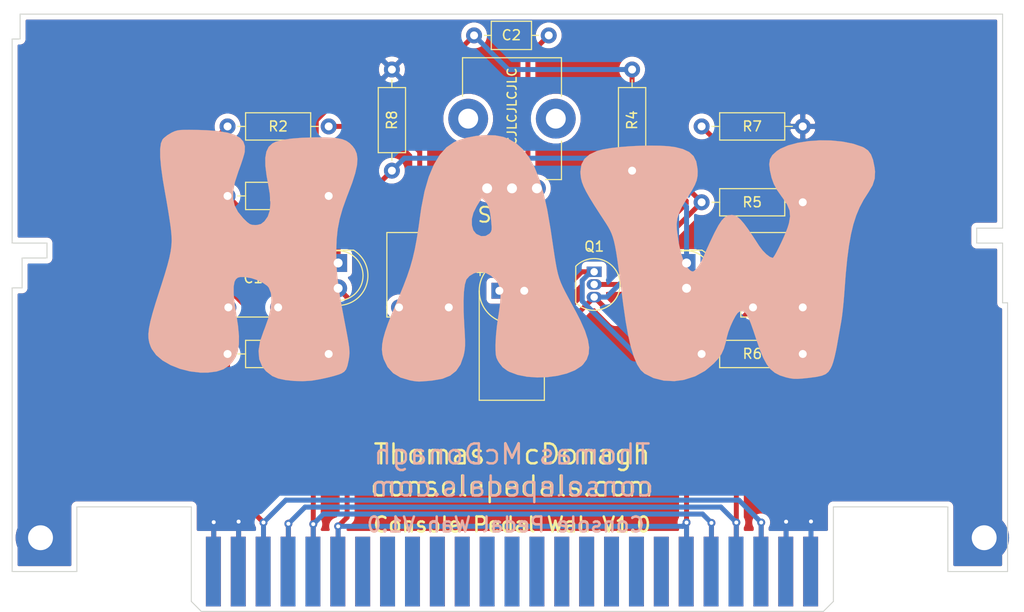
<source format=kicad_pcb>
(kicad_pcb (version 20171130) (host pcbnew "(5.1.7)-1")

  (general
    (thickness 1.6)
    (drawings 34)
    (tracks 123)
    (zones 0)
    (modules 21)
    (nets 12)
  )

  (page A4)
  (layers
    (0 F.Cu signal)
    (31 B.Cu signal)
    (32 B.Adhes user)
    (33 F.Adhes user)
    (34 B.Paste user)
    (35 F.Paste user)
    (36 B.SilkS user)
    (37 F.SilkS user)
    (38 B.Mask user hide)
    (39 F.Mask user hide)
    (40 Dwgs.User user)
    (41 Cmts.User user)
    (42 Eco1.User user)
    (43 Eco2.User user)
    (44 Edge.Cuts user)
    (45 Margin user)
    (46 B.CrtYd user)
    (47 F.CrtYd user)
    (48 B.Fab user)
    (49 F.Fab user hide)
  )

  (setup
    (last_trace_width 0.5)
    (user_trace_width 0.5)
    (trace_clearance 0.2)
    (zone_clearance 0.5)
    (zone_45_only no)
    (trace_min 0.2)
    (via_size 0.8)
    (via_drill 0.4)
    (via_min_size 0.4)
    (via_min_drill 0.3)
    (uvia_size 0.3)
    (uvia_drill 0.1)
    (uvias_allowed no)
    (uvia_min_size 0.2)
    (uvia_min_drill 0.1)
    (edge_width 0.05)
    (segment_width 0.2)
    (pcb_text_width 0.3)
    (pcb_text_size 1.5 1.5)
    (mod_edge_width 0.12)
    (mod_text_size 1 1)
    (mod_text_width 0.15)
    (pad_size 1.6 1.6)
    (pad_drill 0.8)
    (pad_to_mask_clearance 0)
    (aux_axis_origin 0 0)
    (visible_elements 7FFFFF7F)
    (pcbplotparams
      (layerselection 0x010fc_ffffffff)
      (usegerberextensions false)
      (usegerberattributes false)
      (usegerberadvancedattributes true)
      (creategerberjobfile true)
      (excludeedgelayer true)
      (linewidth 0.100000)
      (plotframeref false)
      (viasonmask false)
      (mode 1)
      (useauxorigin false)
      (hpglpennumber 1)
      (hpglpenspeed 20)
      (hpglpendiameter 15.000000)
      (psnegative false)
      (psa4output false)
      (plotreference true)
      (plotvalue true)
      (plotinvisibletext false)
      (padsonsilk false)
      (subtractmaskfromsilk false)
      (outputformat 1)
      (mirror false)
      (drillshape 0)
      (scaleselection 1)
      (outputdirectory "Gerbers/"))
  )

  (net 0 "")
  (net 1 GND)
  (net 2 /LEDPower)
  (net 3 /Input)
  (net 4 /Output)
  (net 5 +9V)
  (net 6 "Net-(D1-Pad1)")
  (net 7 "Net-(C2-Pad1)")
  (net 8 "Net-(C2-Pad2)")
  (net 9 "Net-(C3-Pad1)")
  (net 10 "Net-(C1-Pad1)")
  (net 11 "Net-(C4-Pad2)")

  (net_class Default "This is the default net class."
    (clearance 0.2)
    (trace_width 0.25)
    (via_dia 0.8)
    (via_drill 0.4)
    (uvia_dia 0.3)
    (uvia_drill 0.1)
    (add_net +9V)
    (add_net /Input)
    (add_net /LEDPower)
    (add_net /Output)
    (add_net GND)
    (add_net "Net-(C1-Pad1)")
    (add_net "Net-(C2-Pad1)")
    (add_net "Net-(C2-Pad2)")
    (add_net "Net-(C3-Pad1)")
    (add_net "Net-(C4-Pad2)")
    (add_net "Net-(D1-Pad1)")
  )

  (module libraries:WahLogo (layer B.Cu) (tedit 0) (tstamp 612C6D12)
    (at 132.588 94.488 180)
    (fp_text reference G*** (at 0 0) (layer B.SilkS) hide
      (effects (font (size 1.524 1.524) (thickness 0.3)) (justify mirror))
    )
    (fp_text value LOGO (at 0.75 0) (layer B.SilkS) hide
      (effects (font (size 1.524 1.524) (thickness 0.3)) (justify mirror))
    )
    (fp_poly (pts (xy -29.907836 11.733056) (xy -28.833236 11.564055) (xy -27.87414 11.306279) (xy -27.079145 10.962167)
      (xy -26.720088 10.72988) (xy -26.281597 10.32868) (xy -26.038974 9.909682) (xy -25.968133 9.403967)
      (xy -26.038269 8.778997) (xy -26.20369 8.044321) (xy -26.429236 7.420009) (xy -26.756059 6.817264)
      (xy -27.225308 6.147294) (xy -27.308419 6.03825) (xy -27.756774 5.375201) (xy -28.004299 4.777044)
      (xy -28.063512 4.170838) (xy -27.94693 3.483642) (xy -27.818901 3.063881) (xy -27.656029 2.630278)
      (xy -27.437174 2.113788) (xy -27.186543 1.563867) (xy -26.928343 1.029972) (xy -26.68678 0.561558)
      (xy -26.486062 0.208082) (xy -26.350396 0.019001) (xy -26.319476 0.000475) (xy -26.036151 0.101857)
      (xy -25.677388 0.370193) (xy -25.299386 0.755209) (xy -24.958341 1.20663) (xy -24.940874 1.233796)
      (xy -24.339839 2.163895) (xy -23.843983 2.894431) (xy -23.43381 3.44714) (xy -23.089822 3.843755)
      (xy -22.792521 4.106011) (xy -22.52241 4.25564) (xy -22.259991 4.314377) (xy -22.174469 4.317526)
      (xy -21.825015 4.264365) (xy -21.505036 4.087915) (xy -21.190068 3.760737) (xy -20.855647 3.255394)
      (xy -20.477307 2.544447) (xy -20.33712 2.256854) (xy -20.035688 1.61946) (xy -19.752681 1.005235)
      (xy -19.518098 0.480302) (xy -19.361935 0.110785) (xy -19.351658 0.084596) (xy -19.121762 -0.390236)
      (xy -18.827764 -0.852318) (xy -18.719483 -0.990035) (xy -18.4746 -1.262605) (xy -18.31279 -1.367583)
      (xy -18.155071 -1.332962) (xy -18.007456 -1.242392) (xy -17.673964 -0.892627) (xy -17.371337 -0.31234)
      (xy -17.106805 0.476093) (xy -16.887597 1.450298) (xy -16.720943 2.587898) (xy -16.696366 2.815304)
      (xy -16.670619 3.403365) (xy -16.734098 3.948613) (xy -16.904997 4.506119) (xy -17.201513 5.130956)
      (xy -17.641842 5.878194) (xy -17.780676 6.097054) (xy -18.206686 6.78366) (xy -18.499823 7.325823)
      (xy -18.67995 7.782048) (xy -18.766927 8.210841) (xy -18.780616 8.670707) (xy -18.761812 8.98714)
      (xy -18.63596 9.68839) (xy -18.367479 10.229558) (xy -17.9298 10.636071) (xy -17.296355 10.933356)
      (xy -16.521014 11.131634) (xy -15.846455 11.221599) (xy -14.998738 11.272316) (xy -14.030945 11.286409)
      (xy -12.996158 11.2665) (xy -11.947457 11.215213) (xy -10.937925 11.135171) (xy -10.020643 11.028996)
      (xy -9.248693 10.899313) (xy -8.675156 10.748743) (xy -8.65936 10.743138) (xy -7.916362 10.392047)
      (xy -7.401419 9.944109) (xy -7.100451 9.379212) (xy -6.999381 8.677247) (xy -7.009304 8.385953)
      (xy -7.057497 8.000431) (xy -7.156032 7.607653) (xy -7.321094 7.174716) (xy -7.568867 6.668718)
      (xy -7.915537 6.056756) (xy -8.377289 5.305927) (xy -8.970307 4.383328) (xy -9.002513 4.333911)
      (xy -9.306043 3.872089) (xy -9.563141 3.478727) (xy -9.780166 3.128868) (xy -9.963478 2.797553)
      (xy -10.119437 2.459827) (xy -10.254404 2.090731) (xy -10.374737 1.665308) (xy -10.486797 1.1586)
      (xy -10.596943 0.54565) (xy -10.711536 -0.198499) (xy -10.836935 -1.098805) (xy -10.979499 -2.180224)
      (xy -11.14559 -3.467716) (xy -11.304352 -4.699) (xy -11.5438 -6.367842) (xy -11.799903 -7.793139)
      (xy -12.075774 -8.984982) (xy -12.374525 -9.953464) (xy -12.69927 -10.708678) (xy -13.053119 -11.260716)
      (xy -13.438476 -11.619202) (xy -14.343674 -12.071477) (xy -15.364972 -12.329138) (xy -16.44479 -12.382915)
      (xy -17.391533 -12.255623) (xy -18.531142 -11.893959) (xy -19.525672 -11.344544) (xy -20.393582 -10.613243)
      (xy -20.843149 -10.125156) (xy -21.169695 -9.65614) (xy -21.410541 -9.131245) (xy -21.603002 -8.475516)
      (xy -21.717832 -7.953502) (xy -21.85678 -7.456708) (xy -22.076485 -6.866869) (xy -22.329789 -6.31038)
      (xy -22.333824 -6.302502) (xy -22.589302 -5.831823) (xy -22.787192 -5.548386) (xy -22.967866 -5.405084)
      (xy -23.143609 -5.357611) (xy -23.341017 -5.36919) (xy -23.522244 -5.469947) (xy -23.70141 -5.686053)
      (xy -23.892634 -6.043675) (xy -24.110035 -6.568985) (xy -24.367733 -7.28815) (xy -24.661481 -8.170914)
      (xy -25.02543 -9.222509) (xy -25.370059 -10.054682) (xy -25.719615 -10.698247) (xy -26.098343 -11.184016)
      (xy -26.530489 -11.542805) (xy -27.040299 -11.805427) (xy -27.652018 -12.002696) (xy -27.682741 -12.010635)
      (xy -28.075201 -12.100328) (xy -28.43118 -12.147364) (xy -28.824421 -12.153227) (xy -29.328667 -12.119399)
      (xy -29.940378 -12.056017) (xy -30.695881 -11.957421) (xy -31.245277 -11.839619) (xy -31.636384 -11.677186)
      (xy -31.917019 -11.444695) (xy -32.135 -11.11672) (xy -32.277354 -10.81335) (xy -32.403241 -10.44369)
      (xy -32.546307 -9.904892) (xy -32.686097 -9.279013) (xy -32.771163 -8.832363) (xy -32.896236 -8.122124)
      (xy -33.029554 -7.369973) (xy -33.150814 -6.690263) (xy -33.205426 -6.386435) (xy -33.282147 -5.876462)
      (xy -33.363799 -5.190894) (xy -33.442129 -4.407794) (xy -33.508883 -3.605225) (xy -33.5277 -3.338435)
      (xy -33.658435 -1.601057) (xy -33.806608 -0.08929) (xy -33.979049 1.225032) (xy -34.182586 2.370078)
      (xy -34.424049 3.374014) (xy -34.710267 4.265007) (xy -35.048067 5.071225) (xy -35.44428 5.820834)
      (xy -35.905735 6.542001) (xy -35.932461 6.580423) (xy -36.352315 7.291859) (xy -36.56804 7.966784)
      (xy -36.599981 8.687545) (xy -36.553135 9.092474) (xy -36.398825 9.847405) (xy -36.190721 10.397316)
      (xy -35.900198 10.789935) (xy -35.498633 11.072991) (xy -35.312526 11.161084) (xy -34.389351 11.472538)
      (xy -33.338697 11.683024) (xy -32.209163 11.794979) (xy -31.049344 11.810844) (xy -29.907836 11.733056)) (layer B.SilkS) (width 0.01))
    (fp_poly (pts (xy 3.476449 12.257103) (xy 4.458014 12.070929) (xy 5.344948 11.788361) (xy 5.700049 11.628076)
      (xy 6.460615 11.102657) (xy 7.139362 10.341562) (xy 7.733646 9.350458) (xy 8.240822 8.135015)
      (xy 8.658246 6.700902) (xy 8.983273 5.053787) (xy 9.080911 4.3815) (xy 9.268468 3.024332)
      (xy 9.450529 1.866102) (xy 9.641675 0.852543) (xy 9.856489 -0.07061) (xy 10.109552 -0.957625)
      (xy 10.415447 -1.862768) (xy 10.788755 -2.840305) (xy 11.24406 -3.944504) (xy 11.445126 -4.41681)
      (xy 11.944657 -5.607803) (xy 12.334979 -6.603009) (xy 12.622971 -7.432561) (xy 12.815513 -8.126591)
      (xy 12.919484 -8.715231) (xy 12.941762 -9.228616) (xy 12.889226 -9.696876) (xy 12.768756 -10.150146)
      (xy 12.759956 -10.176239) (xy 12.374341 -10.966991) (xy 11.813077 -11.580781) (xy 11.068754 -12.023547)
      (xy 10.133966 -12.301225) (xy 10.100896 -12.307438) (xy 9.751193 -12.370307) (xy 9.475678 -12.407897)
      (xy 9.207858 -12.420486) (xy 8.881239 -12.408353) (xy 8.429329 -12.371775) (xy 7.846724 -12.316866)
      (xy 6.865524 -12.145255) (xy 6.083334 -11.828119) (xy 5.481266 -11.350453) (xy 5.040429 -10.697253)
      (xy 4.741934 -9.853515) (xy 4.741045 -9.84992) (xy 4.663353 -9.50501) (xy 4.612037 -9.176458)
      (xy 4.58597 -8.814145) (xy 4.584026 -8.367953) (xy 4.605078 -7.787763) (xy 4.647999 -7.023456)
      (xy 4.669693 -6.676146) (xy 4.729775 -5.401658) (xy 4.738818 -4.298848) (xy 4.69776 -3.386471)
      (xy 4.60754 -2.683279) (xy 4.469095 -2.208028) (xy 4.443512 -2.15622) (xy 4.148582 -1.822953)
      (xy 3.704745 -1.554666) (xy 3.216989 -1.408901) (xy 3.059157 -1.397474) (xy 2.523263 -1.505852)
      (xy 1.979416 -1.795759) (xy 1.513525 -2.212704) (xy 1.300385 -2.513088) (xy 1.138382 -2.888794)
      (xy 1.046837 -3.338979) (xy 1.025474 -3.901517) (xy 1.074016 -4.614279) (xy 1.192188 -5.51514)
      (xy 1.274728 -6.0325) (xy 1.381088 -6.778696) (xy 1.466589 -7.580628) (xy 1.520452 -8.325183)
      (xy 1.533548 -8.748758) (xy 1.529528 -9.328042) (xy 1.501117 -9.729218) (xy 1.433142 -10.028011)
      (xy 1.310426 -10.300146) (xy 1.17747 -10.525625) (xy 0.817141 -10.986474) (xy 0.344238 -11.334514)
      (xy 0.122268 -11.45176) (xy -0.694874 -11.7551) (xy -1.635599 -11.941048) (xy -2.650254 -12.014582)
      (xy -3.689185 -11.980681) (xy -4.702739 -11.844322) (xy -5.641262 -11.610482) (xy -6.4551 -11.284142)
      (xy -7.0946 -10.870277) (xy -7.262671 -10.711381) (xy -7.629023 -10.211662) (xy -7.834415 -9.642575)
      (xy -7.876235 -8.984048) (xy -7.751873 -8.216008) (xy -7.458717 -7.318382) (xy -6.994157 -6.271097)
      (xy -6.580268 -5.465547) (xy -6.135476 -4.64208) (xy -5.769139 -3.966513) (xy -5.470739 -3.40458)
      (xy -5.22976 -2.922014) (xy -5.035684 -2.484549) (xy -4.877994 -2.057919) (xy -4.746173 -1.607858)
      (xy -4.629703 -1.100099) (xy -4.518068 -0.500377) (xy -4.400751 0.225575) (xy -4.267234 1.112024)
      (xy -4.107 2.193234) (xy -3.99002 2.973807) (xy -3.964947 3.119421) (xy 1.918784 3.119421)
      (xy 1.927358 2.813184) (xy 1.992884 2.612759) (xy 2.126961 2.445178) (xy 2.142313 2.429687)
      (xy 2.53224 2.202515) (xy 2.984511 2.190743) (xy 3.428486 2.393369) (xy 3.497911 2.448941)
      (xy 3.760208 2.778943) (xy 3.890614 3.242062) (xy 3.900813 3.322881) (xy 3.901366 3.929033)
      (xy 3.746529 4.52847) (xy 3.415588 5.191587) (xy 3.291528 5.393558) (xy 2.906909 6.000039)
      (xy 2.595027 5.707041) (xy 2.362968 5.418132) (xy 2.190246 5.021025) (xy 2.062722 4.469229)
      (xy 1.966255 3.716252) (xy 1.955562 3.604437) (xy 1.918784 3.119421) (xy -3.964947 3.119421)
      (xy -3.666311 4.853763) (xy -3.29646 6.494426) (xy -2.87453 7.907303) (xy -2.394585 9.103898)
      (xy -1.850689 10.095716) (xy -1.236906 10.894263) (xy -0.5473 11.511044) (xy 0.224066 11.957564)
      (xy 0.746598 12.15414) (xy 1.542476 12.30702) (xy 2.478515 12.338571) (xy 3.476449 12.257103)) (layer B.SilkS) (width 0.01))
    (fp_poly (pts (xy 32.817937 12.865019) (xy 33.212798 12.84514) (xy 33.505711 12.802073) (xy 33.747332 12.730193)
      (xy 33.98832 12.623873) (xy 34.092899 12.571946) (xy 34.503931 12.322887) (xy 34.853731 12.03946)
      (xy 34.981899 11.896615) (xy 35.143623 11.514329) (xy 35.221578 10.92373) (xy 35.215469 10.118419)
      (xy 35.124999 9.091998) (xy 34.949872 7.838067) (xy 34.737078 6.604) (xy 34.581405 5.732055)
      (xy 34.431335 4.842427) (xy 34.297916 4.004227) (xy 34.192196 3.286564) (xy 34.131642 2.816623)
      (xy 34.080281 2.259132) (xy 34.064246 1.735757) (xy 34.09042 1.210235) (xy 34.165688 0.6463)
      (xy 34.296933 0.007688) (xy 34.491038 -0.741865) (xy 34.754887 -1.638622) (xy 35.095363 -2.71885)
      (xy 35.305105 -3.3655) (xy 35.690219 -4.568912) (xy 35.988382 -5.565656) (xy 36.203571 -6.38623)
      (xy 36.339763 -7.061133) (xy 36.400936 -7.620862) (xy 36.391067 -8.095915) (xy 36.314134 -8.516792)
      (xy 36.174114 -8.91399) (xy 36.060262 -9.156024) (xy 35.624131 -9.7599) (xy 34.980386 -10.30421)
      (xy 34.17199 -10.770954) (xy 33.241905 -11.142131) (xy 32.233095 -11.399739) (xy 31.188521 -11.525776)
      (xy 30.410371 -11.52331) (xy 29.538887 -11.411334) (xy 28.848982 -11.178876) (xy 28.287633 -10.802801)
      (xy 27.94915 -10.449435) (xy 27.628869 -9.96162) (xy 27.41566 -9.385326) (xy 27.30709 -8.690614)
      (xy 27.300721 -7.847543) (xy 27.394119 -6.826173) (xy 27.564027 -5.715) (xy 27.743645 -4.541161)
      (xy 27.833096 -3.598701) (xy 27.832459 -2.881569) (xy 27.74181 -2.383715) (xy 27.609737 -2.144897)
      (xy 27.423004 -1.98877) (xy 27.17974 -1.921127) (xy 26.793501 -1.92224) (xy 26.67031 -1.930518)
      (xy 26.071509 -2.033131) (xy 25.454992 -2.235313) (xy 24.895834 -2.503478) (xy 24.46911 -2.804039)
      (xy 24.30649 -2.988057) (xy 24.093293 -3.527326) (xy 24.032949 -4.23946) (xy 24.122229 -5.096934)
      (xy 24.357908 -6.072226) (xy 24.736756 -7.137812) (xy 24.815197 -7.326032) (xy 25.186971 -8.396537)
      (xy 25.33803 -9.34518) (xy 25.268137 -10.176212) (xy 24.977057 -10.893887) (xy 24.589862 -11.384192)
      (xy 23.953812 -11.873269) (xy 23.371033 -12.115833) (xy 22.65439 -12.268903) (xy 21.795949 -12.361595)
      (xy 20.902037 -12.387856) (xy 20.078976 -12.341634) (xy 19.8755 -12.314847) (xy 19.173387 -12.191907)
      (xy 18.463146 -12.040693) (xy 17.812098 -11.87785) (xy 17.287564 -11.720019) (xy 16.990014 -11.601506)
      (xy 16.726032 -11.432693) (xy 16.541081 -11.202848) (xy 16.405406 -10.852942) (xy 16.289251 -10.323948)
      (xy 16.258769 -10.150922) (xy 16.217028 -9.873157) (xy 16.196059 -9.606398) (xy 16.200321 -9.31171)
      (xy 16.23427 -8.950155) (xy 16.302364 -8.482798) (xy 16.409061 -7.870702) (xy 16.558819 -7.074932)
      (xy 16.686656 -6.4135) (xy 16.939523 -5.078858) (xy 17.138502 -3.943143) (xy 17.289277 -2.958364)
      (xy 17.397527 -2.07653) (xy 17.468936 -1.249652) (xy 17.509186 -0.429739) (xy 17.523957 0.431198)
      (xy 17.524331 0.661745) (xy 17.490763 1.830427) (xy 17.382118 2.889) (xy 17.182778 3.913834)
      (xy 16.877126 4.981303) (xy 16.449544 6.167777) (xy 16.342985 6.438739) (xy 15.916068 7.570905)
      (xy 15.617662 8.512689) (xy 15.445199 9.291272) (xy 15.396109 9.933834) (xy 15.467824 10.467557)
      (xy 15.657774 10.919622) (xy 15.889503 11.236616) (xy 16.190774 11.536602) (xy 16.523677 11.762659)
      (xy 16.927449 11.923971) (xy 17.44133 12.029723) (xy 18.104556 12.0891) (xy 18.956367 12.111287)
      (xy 19.6215 12.110186) (xy 20.942245 12.07216) (xy 22.056735 11.983282) (xy 22.953223 11.845218)
      (xy 23.619965 11.659635) (xy 23.954259 11.495508) (xy 24.313467 11.156303) (xy 24.547829 10.67927)
      (xy 24.65949 10.045092) (xy 24.650595 9.234447) (xy 24.523289 8.228016) (xy 24.393914 7.536551)
      (xy 24.205884 6.420262) (xy 24.143858 5.50175) (xy 24.210155 4.756941) (xy 24.407093 4.161761)
      (xy 24.736991 3.692135) (xy 24.767203 3.661259) (xy 25.096196 3.40648) (xy 25.471666 3.309185)
      (xy 25.668792 3.302) (xy 25.968334 3.320194) (xy 26.210397 3.401638) (xy 26.465705 3.586623)
      (xy 26.80498 3.915443) (xy 26.878872 3.991412) (xy 27.393499 4.614124) (xy 27.729658 5.256193)
      (xy 27.890388 5.952013) (xy 27.878726 6.735979) (xy 27.697713 7.642486) (xy 27.350386 8.705929)
      (xy 27.305857 8.824245) (xy 27.089466 9.420091) (xy 26.90275 9.983481) (xy 26.769492 10.439854)
      (xy 26.719757 10.661819) (xy 26.70428 11.216357) (xy 26.858121 11.680263) (xy 27.193062 12.058927)
      (xy 27.720889 12.357742) (xy 28.453385 12.582097) (xy 29.402334 12.737384) (xy 30.579518 12.828994)
      (xy 31.519737 12.85772) (xy 32.270469 12.867337) (xy 32.817937 12.865019)) (layer B.SilkS) (width 0.01))
  )

  (module LED_THT:LED_D5.0mm (layer F.Cu) (tedit 5995936A) (tstamp 5FA843C0)
    (at 115.25 95 270)
    (descr "LED, diameter 5.0mm, 2 pins, http://cdn-reichelt.de/documents/datenblatt/A500/LL-504BC2E-009.pdf")
    (tags "LED diameter 5.0mm 2 pins")
    (path /5FA93C7E)
    (fp_text reference D1 (at 1.27 -3.96 90) (layer F.SilkS) hide
      (effects (font (size 1 1) (thickness 0.15)))
    )
    (fp_text value LED (at 1.27 3.96 90) (layer F.Fab)
      (effects (font (size 1 1) (thickness 0.15)))
    )
    (fp_circle (center 1.27 0) (end 3.77 0) (layer F.Fab) (width 0.1))
    (fp_circle (center 1.27 0) (end 3.77 0) (layer F.SilkS) (width 0.12))
    (fp_line (start -1.23 -1.469694) (end -1.23 1.469694) (layer F.Fab) (width 0.1))
    (fp_line (start -1.29 -1.545) (end -1.29 1.545) (layer F.SilkS) (width 0.12))
    (fp_line (start -1.95 -3.25) (end -1.95 3.25) (layer F.CrtYd) (width 0.05))
    (fp_line (start -1.95 3.25) (end 4.5 3.25) (layer F.CrtYd) (width 0.05))
    (fp_line (start 4.5 3.25) (end 4.5 -3.25) (layer F.CrtYd) (width 0.05))
    (fp_line (start 4.5 -3.25) (end -1.95 -3.25) (layer F.CrtYd) (width 0.05))
    (fp_arc (start 1.27 0) (end -1.23 -1.469694) (angle 299.1) (layer F.Fab) (width 0.1))
    (fp_arc (start 1.27 0) (end -1.29 -1.54483) (angle 148.9) (layer F.SilkS) (width 0.12))
    (fp_arc (start 1.27 0) (end -1.29 1.54483) (angle -148.9) (layer F.SilkS) (width 0.12))
    (fp_text user %R (at 1.25 0 90) (layer F.Fab)
      (effects (font (size 0.8 0.8) (thickness 0.2)))
    )
    (pad 1 thru_hole rect (at 0 0 270) (size 1.8 1.8) (drill 0.9) (layers *.Cu *.Mask)
      (net 6 "Net-(D1-Pad1)"))
    (pad 2 thru_hole circle (at 2.54 0 270) (size 1.8 1.8) (drill 0.9) (layers *.Cu *.Mask)
      (net 2 /LEDPower))
    (model ${KISYS3DMOD}/LED_THT.3dshapes/LED_D5.0mm.wrl
      (at (xyz 0 0 0))
      (scale (xyz 1 1 1))
      (rotate (xyz 0 0 0))
    )
  )

  (module LED_THT:LED_D5.0mm (layer F.Cu) (tedit 5995936A) (tstamp 5FA842F1)
    (at 150.25 95 270)
    (descr "LED, diameter 5.0mm, 2 pins, http://cdn-reichelt.de/documents/datenblatt/A500/LL-504BC2E-009.pdf")
    (tags "LED diameter 5.0mm 2 pins")
    (path /5FA94A27)
    (fp_text reference D2 (at 1.27 -3.96 90) (layer F.SilkS) hide
      (effects (font (size 1 1) (thickness 0.15)))
    )
    (fp_text value LED (at 1.27 3.96 90) (layer F.Fab)
      (effects (font (size 1 1) (thickness 0.15)))
    )
    (fp_line (start 4.5 -3.25) (end -1.95 -3.25) (layer F.CrtYd) (width 0.05))
    (fp_line (start 4.5 3.25) (end 4.5 -3.25) (layer F.CrtYd) (width 0.05))
    (fp_line (start -1.95 3.25) (end 4.5 3.25) (layer F.CrtYd) (width 0.05))
    (fp_line (start -1.95 -3.25) (end -1.95 3.25) (layer F.CrtYd) (width 0.05))
    (fp_line (start -1.29 -1.545) (end -1.29 1.545) (layer F.SilkS) (width 0.12))
    (fp_line (start -1.23 -1.469694) (end -1.23 1.469694) (layer F.Fab) (width 0.1))
    (fp_circle (center 1.27 0) (end 3.77 0) (layer F.SilkS) (width 0.12))
    (fp_circle (center 1.27 0) (end 3.77 0) (layer F.Fab) (width 0.1))
    (fp_text user %R (at 1.25 0 90) (layer F.Fab)
      (effects (font (size 0.8 0.8) (thickness 0.2)))
    )
    (fp_arc (start 1.27 0) (end -1.29 1.54483) (angle -148.9) (layer F.SilkS) (width 0.12))
    (fp_arc (start 1.27 0) (end -1.29 -1.54483) (angle 148.9) (layer F.SilkS) (width 0.12))
    (fp_arc (start 1.27 0) (end -1.23 -1.469694) (angle 299.1) (layer F.Fab) (width 0.1))
    (pad 2 thru_hole circle (at 2.54 0 270) (size 1.8 1.8) (drill 0.9) (layers *.Cu *.Mask)
      (net 2 /LEDPower))
    (pad 1 thru_hole rect (at 0 0 270) (size 1.8 1.8) (drill 0.9) (layers *.Cu *.Mask)
      (net 6 "Net-(D1-Pad1)"))
    (model ${KISYS3DMOD}/LED_THT.3dshapes/LED_D5.0mm.wrl
      (at (xyz 0 0 0))
      (scale (xyz 1 1 1))
      (rotate (xyz 0 0 0))
    )
  )

  (module libraries:N64-Connector (layer F.Cu) (tedit 5FA77CC1) (tstamp 5FA844EB)
    (at 132.715 126)
    (path /5FAA85D7)
    (fp_text reference J1 (at 0 5.4) (layer F.SilkS) hide
      (effects (font (size 1 1) (thickness 0.15)))
    )
    (fp_text value Conn_02x25_Counter_Clockwise (at 0 6.9) (layer F.Fab)
      (effects (font (size 1 1) (thickness 0.15)))
    )
    (fp_text user Back (at -15.275 -6.62) (layer B.SilkS) hide
      (effects (font (size 2 2) (thickness 0.3)) (justify mirror))
    )
    (fp_text user Front (at -15.6 -6.62) (layer F.SilkS) hide
      (effects (font (size 2 2) (thickness 0.3)))
    )
    (pad 1 connect rect (at -30 0) (size 1.5 7) (layers F.Cu F.Mask)
      (net 1 GND))
    (pad 2 connect rect (at -27.5 0) (size 1.5 7) (layers F.Cu F.Mask)
      (net 1 GND))
    (pad 3 connect rect (at -25 0) (size 1.5 7) (layers F.Cu F.Mask)
      (net 3 /Input))
    (pad 4 connect rect (at -22.5 0) (size 1.5 7) (layers F.Cu F.Mask)
      (net 4 /Output))
    (pad 5 connect rect (at -20 0) (size 1.5 7) (layers F.Cu F.Mask)
      (net 5 +9V))
    (pad 6 connect rect (at -17.5 0) (size 1.5 7) (layers F.Cu F.Mask)
      (net 2 /LEDPower))
    (pad 7 connect rect (at -15 0) (size 1.5 7) (layers F.Cu F.Mask))
    (pad 8 connect rect (at -12.5 0) (size 1.5 7) (layers F.Cu F.Mask))
    (pad 9 connect rect (at -10 0) (size 1.5 7) (layers F.Cu F.Mask))
    (pad 10 connect rect (at -7.5 0) (size 1.5 7) (layers F.Cu F.Mask))
    (pad 11 connect rect (at -5 0) (size 1.5 7) (layers F.Cu F.Mask))
    (pad 12 connect rect (at -2.5 0) (size 1.5 7) (layers F.Cu F.Mask))
    (pad 13 connect rect (at 0 0) (size 1.5 7) (layers F.Cu F.Mask))
    (pad 14 connect rect (at 2.5 0) (size 1.5 7) (layers F.Cu F.Mask))
    (pad 15 connect rect (at 5 0) (size 1.5 7) (layers F.Cu F.Mask))
    (pad 16 connect rect (at 7.5 0) (size 1.5 7) (layers F.Cu F.Mask))
    (pad 17 connect rect (at 10 0) (size 1.5 7) (layers F.Cu F.Mask))
    (pad 18 connect rect (at 12.5 0) (size 1.5 7) (layers F.Cu F.Mask))
    (pad 19 connect rect (at 15 0) (size 1.5 7) (layers F.Cu F.Mask))
    (pad 20 connect rect (at 17.5 0) (size 1.5 7) (layers F.Cu F.Mask)
      (net 2 /LEDPower))
    (pad 21 connect rect (at 20 0) (size 1.5 7) (layers F.Cu F.Mask)
      (net 5 +9V))
    (pad 22 connect rect (at 22.5 0) (size 1.5 7) (layers F.Cu F.Mask)
      (net 4 /Output))
    (pad 23 connect rect (at 25 0) (size 1.5 7) (layers F.Cu F.Mask)
      (net 3 /Input))
    (pad 24 connect rect (at 27.5 0) (size 1.5 7) (layers F.Cu F.Mask)
      (net 1 GND))
    (pad 25 connect rect (at 30 0) (size 1.5 7) (layers F.Cu F.Mask)
      (net 1 GND))
    (pad 26 connect rect (at -30 0) (size 1.5 7) (layers B.Cu B.Mask)
      (net 1 GND))
    (pad 27 connect rect (at -27.5 0) (size 1.5 7) (layers B.Cu B.Mask)
      (net 1 GND))
    (pad 28 connect rect (at -25 0) (size 1.5 7) (layers B.Cu B.Mask)
      (net 3 /Input))
    (pad 29 connect rect (at -22.5 0) (size 1.5 7) (layers B.Cu B.Mask)
      (net 4 /Output))
    (pad 30 connect rect (at -20 0) (size 1.5 7) (layers B.Cu B.Mask)
      (net 5 +9V))
    (pad 31 connect rect (at -17.5 0) (size 1.5 7) (layers B.Cu B.Mask)
      (net 2 /LEDPower))
    (pad 32 connect rect (at -15 0) (size 1.5 7) (layers B.Cu B.Mask))
    (pad 33 connect rect (at -12.5 0) (size 1.5 7) (layers B.Cu B.Mask))
    (pad 34 connect rect (at -10 0) (size 1.5 7) (layers B.Cu B.Mask))
    (pad 35 connect rect (at -7.5 0) (size 1.5 7) (layers B.Cu B.Mask))
    (pad 36 connect rect (at -5 0) (size 1.5 7) (layers B.Cu B.Mask))
    (pad 37 connect rect (at -2.5 0) (size 1.5 7) (layers B.Cu B.Mask))
    (pad 38 connect rect (at 0 0) (size 1.5 7) (layers B.Cu B.Mask))
    (pad 39 connect rect (at 2.5 0) (size 1.5 7) (layers B.Cu B.Mask))
    (pad 40 connect rect (at 5 0) (size 1.5 7) (layers B.Cu B.Mask))
    (pad 41 connect rect (at 7.5 0) (size 1.5 7) (layers B.Cu B.Mask))
    (pad 42 connect rect (at 10 0) (size 1.5 7) (layers B.Cu B.Mask))
    (pad 43 connect rect (at 12.5 0) (size 1.5 7) (layers B.Cu B.Mask))
    (pad 44 connect rect (at 15 0) (size 1.5 7) (layers B.Cu B.Mask))
    (pad 45 connect rect (at 17.5 0) (size 1.5 7) (layers B.Cu B.Mask)
      (net 2 /LEDPower))
    (pad 46 connect rect (at 20 0) (size 1.5 7) (layers B.Cu B.Mask)
      (net 5 +9V))
    (pad 47 connect rect (at 22.5 0) (size 1.5 7) (layers B.Cu B.Mask)
      (net 4 /Output))
    (pad 48 connect rect (at 25 0) (size 1.5 7) (layers B.Cu B.Mask)
      (net 3 /Input))
    (pad 49 connect rect (at 27.5 0) (size 1.5 7) (layers B.Cu B.Mask)
      (net 1 GND))
    (pad 50 connect rect (at 30 0) (size 1.5 7) (layers B.Cu B.Mask)
      (net 1 GND))
  )

  (module MountingHole:MountingHole_2.5mm_Pad (layer F.Cu) (tedit 5FD51072) (tstamp 5FD57994)
    (at 85.35 122.6)
    (descr "Mounting Hole 2.5mm")
    (tags "mounting hole 2.5mm")
    (path /5FD7729C)
    (attr virtual)
    (fp_text reference H1 (at 0 -0.045) (layer F.SilkS) hide
      (effects (font (size 1 1) (thickness 0.15)))
    )
    (fp_text value MountingHole_Pad (at 0 3.5) (layer F.Fab)
      (effects (font (size 1 1) (thickness 0.15)))
    )
    (fp_circle (center 0 0) (end 2.5 0) (layer Cmts.User) (width 0.15))
    (fp_circle (center 0 0) (end 2.75 0) (layer F.CrtYd) (width 0.05))
    (fp_text user %R (at 0.3 0) (layer F.Fab)
      (effects (font (size 1 1) (thickness 0.15)))
    )
    (pad 1 thru_hole circle (at 0 0) (size 5 5) (drill 2.5) (layers *.Cu *.Mask)
      (net 1 GND) (zone_connect 2))
  )

  (module MountingHole:MountingHole_2.5mm_Pad (layer F.Cu) (tedit 5FD51084) (tstamp 5FD5799C)
    (at 180.15 122.6)
    (descr "Mounting Hole 2.5mm")
    (tags "mounting hole 2.5mm")
    (path /5FD78F6F)
    (attr virtual)
    (fp_text reference H2 (at 0 -0.045) (layer F.SilkS) hide
      (effects (font (size 1 1) (thickness 0.15)))
    )
    (fp_text value MountingHole_Pad (at 0 3.5) (layer F.Fab)
      (effects (font (size 1 1) (thickness 0.15)))
    )
    (fp_circle (center 0 0) (end 2.75 0) (layer F.CrtYd) (width 0.05))
    (fp_circle (center 0 0) (end 2.5 0) (layer Cmts.User) (width 0.15))
    (fp_text user %R (at 0.3 0) (layer F.Fab)
      (effects (font (size 1 1) (thickness 0.15)))
    )
    (pad 1 thru_hole circle (at 0 0) (size 5 5) (drill 2.5) (layers *.Cu *.Mask)
      (net 1 GND) (zone_connect 2))
  )

  (module Resistor_THT:R_Axial_DIN0207_L6.3mm_D2.5mm_P10.16mm_Horizontal (layer F.Cu) (tedit 5AE5139B) (tstamp 602895AA)
    (at 120.65 75.565 270)
    (descr "Resistor, Axial_DIN0207 series, Axial, Horizontal, pin pitch=10.16mm, 0.25W = 1/4W, length*diameter=6.3*2.5mm^2, http://cdn-reichelt.de/documents/datenblatt/B400/1_4W%23YAG.pdf")
    (tags "Resistor Axial_DIN0207 series Axial Horizontal pin pitch 10.16mm 0.25W = 1/4W length 6.3mm diameter 2.5mm")
    (path /5FA964BB)
    (fp_text reference R8 (at 5.08 0 90) (layer F.SilkS)
      (effects (font (size 1 1) (thickness 0.15)))
    )
    (fp_text value LED (at 5.08 2.37 90) (layer F.Fab)
      (effects (font (size 1 1) (thickness 0.15)))
    )
    (fp_line (start 1.93 -1.25) (end 1.93 1.25) (layer F.Fab) (width 0.1))
    (fp_line (start 1.93 1.25) (end 8.23 1.25) (layer F.Fab) (width 0.1))
    (fp_line (start 8.23 1.25) (end 8.23 -1.25) (layer F.Fab) (width 0.1))
    (fp_line (start 8.23 -1.25) (end 1.93 -1.25) (layer F.Fab) (width 0.1))
    (fp_line (start 0 0) (end 1.93 0) (layer F.Fab) (width 0.1))
    (fp_line (start 10.16 0) (end 8.23 0) (layer F.Fab) (width 0.1))
    (fp_line (start 1.81 -1.37) (end 1.81 1.37) (layer F.SilkS) (width 0.12))
    (fp_line (start 1.81 1.37) (end 8.35 1.37) (layer F.SilkS) (width 0.12))
    (fp_line (start 8.35 1.37) (end 8.35 -1.37) (layer F.SilkS) (width 0.12))
    (fp_line (start 8.35 -1.37) (end 1.81 -1.37) (layer F.SilkS) (width 0.12))
    (fp_line (start 1.04 0) (end 1.81 0) (layer F.SilkS) (width 0.12))
    (fp_line (start 9.12 0) (end 8.35 0) (layer F.SilkS) (width 0.12))
    (fp_line (start -1.05 -1.5) (end -1.05 1.5) (layer F.CrtYd) (width 0.05))
    (fp_line (start -1.05 1.5) (end 11.21 1.5) (layer F.CrtYd) (width 0.05))
    (fp_line (start 11.21 1.5) (end 11.21 -1.5) (layer F.CrtYd) (width 0.05))
    (fp_line (start 11.21 -1.5) (end -1.05 -1.5) (layer F.CrtYd) (width 0.05))
    (fp_text user %R (at 5.08 0 90) (layer F.Fab)
      (effects (font (size 1 1) (thickness 0.15)))
    )
    (pad 1 thru_hole circle (at 0 0 270) (size 1.6 1.6) (drill 0.8) (layers *.Cu *.Mask)
      (net 1 GND))
    (pad 2 thru_hole oval (at 10.16 0 270) (size 1.6 1.6) (drill 0.8) (layers *.Cu *.Mask)
      (net 6 "Net-(D1-Pad1)"))
    (model ${KISYS3DMOD}/Resistor_THT.3dshapes/R_Axial_DIN0207_L6.3mm_D2.5mm_P10.16mm_Horizontal.wrl
      (at (xyz 0 0 0))
      (scale (xyz 1 1 1))
      (rotate (xyz 0 0 0))
    )
  )

  (module libraries:C_Flat_L7.2_H6.5 (layer F.Cu) (tedit 602331CB) (tstamp 612C4A44)
    (at 109.22 99.06 180)
    (descr "C, Rect series, Radial, pin pitch=5.00mm, , length*width=7.2*2.5mm^2, Capacitor, http://www.wima.com/EN/WIMA_FKS_2.pdf")
    (tags "C Rect series Radial pin pitch 5.00mm  length 7.2mm width 2.5mm Capacitor")
    (path /612CC34F)
    (fp_text reference C1 (at 2.5 2.54) (layer F.SilkS)
      (effects (font (size 1 1) (thickness 0.15)))
    )
    (fp_text value 0.1uF (at 2.5 8.128) (layer F.Fab)
      (effects (font (size 1 1) (thickness 0.15)))
    )
    (fp_line (start -1.1 -1.25) (end -1.1 7) (layer F.Fab) (width 0.1))
    (fp_line (start -1.1 7) (end 6.1 7) (layer F.Fab) (width 0.1))
    (fp_line (start 6.1 7) (end 6.1 -1.25) (layer F.Fab) (width 0.1))
    (fp_line (start 6.1 -1.25) (end -1.1 -1.25) (layer F.Fab) (width 0.1))
    (fp_line (start -1.22 -1.37) (end 6.22 -1.37) (layer F.SilkS) (width 0.12))
    (fp_line (start -1.22 7.12) (end 6.22 7.12) (layer F.SilkS) (width 0.12))
    (fp_line (start -1.22 -1.37) (end -1.22 7.12) (layer F.SilkS) (width 0.12))
    (fp_line (start 6.22 -1.37) (end 6.22 7.12) (layer F.SilkS) (width 0.12))
    (fp_line (start -1.35 -1.5) (end -1.35 7.25) (layer F.CrtYd) (width 0.05))
    (fp_line (start -1.35 7.25) (end 6.35 7.25) (layer F.CrtYd) (width 0.05))
    (fp_line (start 6.35 7.25) (end 6.35 -1.5) (layer F.CrtYd) (width 0.05))
    (fp_line (start 6.35 -1.5) (end -1.35 -1.5) (layer F.CrtYd) (width 0.05))
    (fp_text user %R (at 2.5 3.81) (layer F.Fab)
      (effects (font (size 1 1) (thickness 0.15)))
    )
    (pad 1 thru_hole circle (at 0 -0.4 180) (size 1.6 1.6) (drill 0.8) (layers *.Cu *.Mask)
      (net 10 "Net-(C1-Pad1)"))
    (pad 2 thru_hole circle (at 5 -0.4 180) (size 1.6 1.6) (drill 0.8) (layers *.Cu *.Mask)
      (net 3 /Input))
    (model ${KISYS3DMOD}/Capacitor_THT.3dshapes/C_Rect_L7.2mm_W2.5mm_P5.00mm_FKS2_FKP2_MKS2_MKP2.wrl
      (at (xyz 0 0 0))
      (scale (xyz 1 1 1))
      (rotate (xyz 0 0 0))
    )
  )

  (module Capacitor_THT:C_Axial_L3.8mm_D2.6mm_P7.50mm_Horizontal (layer F.Cu) (tedit 5AE50EF0) (tstamp 612C4A5B)
    (at 128.905 72.136)
    (descr "C, Axial series, Axial, Horizontal, pin pitch=7.5mm, , length*diameter=3.8*2.6mm^2, http://www.vishay.com/docs/45231/arseries.pdf")
    (tags "C Axial series Axial Horizontal pin pitch 7.5mm  length 3.8mm diameter 2.6mm")
    (path /612DF09E)
    (fp_text reference C2 (at 3.75 -0.023001) (layer F.SilkS)
      (effects (font (size 1 1) (thickness 0.15)))
    )
    (fp_text value 680pF (at 3.75 2.42) (layer F.Fab)
      (effects (font (size 1 1) (thickness 0.15)))
    )
    (fp_line (start 8.55 -1.55) (end -1.05 -1.55) (layer F.CrtYd) (width 0.05))
    (fp_line (start 8.55 1.55) (end 8.55 -1.55) (layer F.CrtYd) (width 0.05))
    (fp_line (start -1.05 1.55) (end 8.55 1.55) (layer F.CrtYd) (width 0.05))
    (fp_line (start -1.05 -1.55) (end -1.05 1.55) (layer F.CrtYd) (width 0.05))
    (fp_line (start 6.46 0) (end 5.77 0) (layer F.SilkS) (width 0.12))
    (fp_line (start 1.04 0) (end 1.73 0) (layer F.SilkS) (width 0.12))
    (fp_line (start 5.77 -1.42) (end 1.73 -1.42) (layer F.SilkS) (width 0.12))
    (fp_line (start 5.77 1.42) (end 5.77 -1.42) (layer F.SilkS) (width 0.12))
    (fp_line (start 1.73 1.42) (end 5.77 1.42) (layer F.SilkS) (width 0.12))
    (fp_line (start 1.73 -1.42) (end 1.73 1.42) (layer F.SilkS) (width 0.12))
    (fp_line (start 7.5 0) (end 5.65 0) (layer F.Fab) (width 0.1))
    (fp_line (start 0 0) (end 1.85 0) (layer F.Fab) (width 0.1))
    (fp_line (start 5.65 -1.3) (end 1.85 -1.3) (layer F.Fab) (width 0.1))
    (fp_line (start 5.65 1.3) (end 5.65 -1.3) (layer F.Fab) (width 0.1))
    (fp_line (start 1.85 1.3) (end 5.65 1.3) (layer F.Fab) (width 0.1))
    (fp_line (start 1.85 -1.3) (end 1.85 1.3) (layer F.Fab) (width 0.1))
    (fp_text user %R (at 3.75 0) (layer F.Fab)
      (effects (font (size 0.76 0.76) (thickness 0.114)))
    )
    (pad 1 thru_hole circle (at 0 0) (size 1.6 1.6) (drill 0.8) (layers *.Cu *.Mask)
      (net 7 "Net-(C2-Pad1)"))
    (pad 2 thru_hole oval (at 7.5 0) (size 1.6 1.6) (drill 0.8) (layers *.Cu *.Mask)
      (net 8 "Net-(C2-Pad2)"))
    (model ${KISYS3DMOD}/Capacitor_THT.3dshapes/C_Axial_L3.8mm_D2.6mm_P7.50mm_Horizontal.wrl
      (at (xyz 0 0 0))
      (scale (xyz 1 1 1))
      (rotate (xyz 0 0 0))
    )
  )

  (module libraries:C_Flat_L7.2_H6.5 (layer F.Cu) (tedit 602331CB) (tstamp 612C4B02)
    (at 126.365 99.06 180)
    (descr "C, Rect series, Radial, pin pitch=5.00mm, , length*width=7.2*2.5mm^2, Capacitor, http://www.wima.com/EN/WIMA_FKS_2.pdf")
    (tags "C Rect series Radial pin pitch 5.00mm  length 7.2mm width 2.5mm Capacitor")
    (path /612E0049)
    (fp_text reference C4 (at 2.5 2.54) (layer F.SilkS)
      (effects (font (size 1 1) (thickness 0.15)))
    )
    (fp_text value 0.0047uF (at 2.5 8.128) (layer F.Fab)
      (effects (font (size 1 1) (thickness 0.15)))
    )
    (fp_text user %R (at 2.5 3.81) (layer F.Fab)
      (effects (font (size 1 1) (thickness 0.15)))
    )
    (fp_line (start 6.35 -1.5) (end -1.35 -1.5) (layer F.CrtYd) (width 0.05))
    (fp_line (start 6.35 7.25) (end 6.35 -1.5) (layer F.CrtYd) (width 0.05))
    (fp_line (start -1.35 7.25) (end 6.35 7.25) (layer F.CrtYd) (width 0.05))
    (fp_line (start -1.35 -1.5) (end -1.35 7.25) (layer F.CrtYd) (width 0.05))
    (fp_line (start 6.22 -1.37) (end 6.22 7.12) (layer F.SilkS) (width 0.12))
    (fp_line (start -1.22 -1.37) (end -1.22 7.12) (layer F.SilkS) (width 0.12))
    (fp_line (start -1.22 7.12) (end 6.22 7.12) (layer F.SilkS) (width 0.12))
    (fp_line (start -1.22 -1.37) (end 6.22 -1.37) (layer F.SilkS) (width 0.12))
    (fp_line (start 6.1 -1.25) (end -1.1 -1.25) (layer F.Fab) (width 0.1))
    (fp_line (start 6.1 7) (end 6.1 -1.25) (layer F.Fab) (width 0.1))
    (fp_line (start -1.1 7) (end 6.1 7) (layer F.Fab) (width 0.1))
    (fp_line (start -1.1 -1.25) (end -1.1 7) (layer F.Fab) (width 0.1))
    (pad 2 thru_hole circle (at 5 -0.4 180) (size 1.6 1.6) (drill 0.8) (layers *.Cu *.Mask)
      (net 11 "Net-(C4-Pad2)"))
    (pad 1 thru_hole circle (at 0 -0.4 180) (size 1.6 1.6) (drill 0.8) (layers *.Cu *.Mask)
      (net 8 "Net-(C2-Pad2)"))
    (model ${KISYS3DMOD}/Capacitor_THT.3dshapes/C_Rect_L7.2mm_W2.5mm_P5.00mm_FKS2_FKP2_MKS2_MKP2.wrl
      (at (xyz 0 0 0))
      (scale (xyz 1 1 1))
      (rotate (xyz 0 0 0))
    )
  )

  (module libraries:C_Flat_L7.2_H6.5 (layer F.Cu) (tedit 602331CB) (tstamp 612C4B15)
    (at 161.925 99.06 180)
    (descr "C, Rect series, Radial, pin pitch=5.00mm, , length*width=7.2*2.5mm^2, Capacitor, http://www.wima.com/EN/WIMA_FKS_2.pdf")
    (tags "C Rect series Radial pin pitch 5.00mm  length 7.2mm width 2.5mm Capacitor")
    (path /612E745B)
    (fp_text reference C5 (at 2.5 2.54) (layer F.SilkS)
      (effects (font (size 1 1) (thickness 0.15)))
    )
    (fp_text value 0.1uF (at 2.5 8.128) (layer F.Fab)
      (effects (font (size 1 1) (thickness 0.15)))
    )
    (fp_line (start -1.1 -1.25) (end -1.1 7) (layer F.Fab) (width 0.1))
    (fp_line (start -1.1 7) (end 6.1 7) (layer F.Fab) (width 0.1))
    (fp_line (start 6.1 7) (end 6.1 -1.25) (layer F.Fab) (width 0.1))
    (fp_line (start 6.1 -1.25) (end -1.1 -1.25) (layer F.Fab) (width 0.1))
    (fp_line (start -1.22 -1.37) (end 6.22 -1.37) (layer F.SilkS) (width 0.12))
    (fp_line (start -1.22 7.12) (end 6.22 7.12) (layer F.SilkS) (width 0.12))
    (fp_line (start -1.22 -1.37) (end -1.22 7.12) (layer F.SilkS) (width 0.12))
    (fp_line (start 6.22 -1.37) (end 6.22 7.12) (layer F.SilkS) (width 0.12))
    (fp_line (start -1.35 -1.5) (end -1.35 7.25) (layer F.CrtYd) (width 0.05))
    (fp_line (start -1.35 7.25) (end 6.35 7.25) (layer F.CrtYd) (width 0.05))
    (fp_line (start 6.35 7.25) (end 6.35 -1.5) (layer F.CrtYd) (width 0.05))
    (fp_line (start 6.35 -1.5) (end -1.35 -1.5) (layer F.CrtYd) (width 0.05))
    (fp_text user %R (at 2.5 3.81) (layer F.Fab)
      (effects (font (size 1 1) (thickness 0.15)))
    )
    (pad 1 thru_hole circle (at 0 -0.4 180) (size 1.6 1.6) (drill 0.8) (layers *.Cu *.Mask)
      (net 4 /Output))
    (pad 2 thru_hole circle (at 5 -0.4 180) (size 1.6 1.6) (drill 0.8) (layers *.Cu *.Mask)
      (net 11 "Net-(C4-Pad2)"))
    (model ${KISYS3DMOD}/Capacitor_THT.3dshapes/C_Rect_L7.2mm_W2.5mm_P5.00mm_FKS2_FKP2_MKS2_MKP2.wrl
      (at (xyz 0 0 0))
      (scale (xyz 1 1 1))
      (rotate (xyz 0 0 0))
    )
  )

  (module Package_TO_SOT_THT:TO-92_Inline (layer F.Cu) (tedit 5A1DD157) (tstamp 612C4B27)
    (at 140.97 95.885 270)
    (descr "TO-92 leads in-line, narrow, oval pads, drill 0.75mm (see NXP sot054_po.pdf)")
    (tags "to-92 sc-43 sc-43a sot54 PA33 transistor")
    (path /612D7B2F)
    (fp_text reference Q1 (at -2.54 0 180) (layer F.SilkS)
      (effects (font (size 1 1) (thickness 0.15)))
    )
    (fp_text value MPSA13 (at 1.27 2.79 90) (layer F.Fab)
      (effects (font (size 1 1) (thickness 0.15)))
    )
    (fp_line (start 4 2.01) (end -1.46 2.01) (layer F.CrtYd) (width 0.05))
    (fp_line (start 4 2.01) (end 4 -2.73) (layer F.CrtYd) (width 0.05))
    (fp_line (start -1.46 -2.73) (end -1.46 2.01) (layer F.CrtYd) (width 0.05))
    (fp_line (start -1.46 -2.73) (end 4 -2.73) (layer F.CrtYd) (width 0.05))
    (fp_line (start -0.5 1.75) (end 3 1.75) (layer F.Fab) (width 0.1))
    (fp_line (start -0.53 1.85) (end 3.07 1.85) (layer F.SilkS) (width 0.12))
    (fp_text user %R (at 1.27 0 90) (layer F.Fab)
      (effects (font (size 1 1) (thickness 0.15)))
    )
    (fp_arc (start 1.27 0) (end 1.27 -2.48) (angle 135) (layer F.Fab) (width 0.1))
    (fp_arc (start 1.27 0) (end 1.27 -2.6) (angle -135) (layer F.SilkS) (width 0.12))
    (fp_arc (start 1.27 0) (end 1.27 -2.48) (angle -135) (layer F.Fab) (width 0.1))
    (fp_arc (start 1.27 0) (end 1.27 -2.6) (angle 135) (layer F.SilkS) (width 0.12))
    (pad 2 thru_hole oval (at 1.27 0 270) (size 1.05 1.5) (drill 0.75) (layers *.Cu *.Mask)
      (net 7 "Net-(C2-Pad1)"))
    (pad 3 thru_hole oval (at 2.54 0 270) (size 1.05 1.5) (drill 0.75) (layers *.Cu *.Mask)
      (net 11 "Net-(C4-Pad2)"))
    (pad 1 thru_hole rect (at 0 0 270) (size 1.05 1.5) (drill 0.75) (layers *.Cu *.Mask)
      (net 9 "Net-(C3-Pad1)"))
    (model ${KISYS3DMOD}/Package_TO_SOT_THT.3dshapes/TO-92_Inline.wrl
      (at (xyz 0 0 0))
      (scale (xyz 1 1 1))
      (rotate (xyz 0 0 0))
    )
  )

  (module Resistor_THT:R_Axial_DIN0207_L6.3mm_D2.5mm_P10.16mm_Horizontal (layer F.Cu) (tedit 5AE5139B) (tstamp 612C4B3E)
    (at 114.3 104.14 180)
    (descr "Resistor, Axial_DIN0207 series, Axial, Horizontal, pin pitch=10.16mm, 0.25W = 1/4W, length*diameter=6.3*2.5mm^2, http://cdn-reichelt.de/documents/datenblatt/B400/1_4W%23YAG.pdf")
    (tags "Resistor Axial_DIN0207 series Axial Horizontal pin pitch 10.16mm 0.25W = 1/4W length 6.3mm diameter 2.5mm")
    (path /612CCCEE)
    (fp_text reference R1 (at 5.08 0) (layer F.SilkS)
      (effects (font (size 1 1) (thickness 0.15)))
    )
    (fp_text value 1M (at 5.08 2.37) (layer F.Fab)
      (effects (font (size 1 1) (thickness 0.15)))
    )
    (fp_line (start 11.21 -1.5) (end -1.05 -1.5) (layer F.CrtYd) (width 0.05))
    (fp_line (start 11.21 1.5) (end 11.21 -1.5) (layer F.CrtYd) (width 0.05))
    (fp_line (start -1.05 1.5) (end 11.21 1.5) (layer F.CrtYd) (width 0.05))
    (fp_line (start -1.05 -1.5) (end -1.05 1.5) (layer F.CrtYd) (width 0.05))
    (fp_line (start 9.12 0) (end 8.35 0) (layer F.SilkS) (width 0.12))
    (fp_line (start 1.04 0) (end 1.81 0) (layer F.SilkS) (width 0.12))
    (fp_line (start 8.35 -1.37) (end 1.81 -1.37) (layer F.SilkS) (width 0.12))
    (fp_line (start 8.35 1.37) (end 8.35 -1.37) (layer F.SilkS) (width 0.12))
    (fp_line (start 1.81 1.37) (end 8.35 1.37) (layer F.SilkS) (width 0.12))
    (fp_line (start 1.81 -1.37) (end 1.81 1.37) (layer F.SilkS) (width 0.12))
    (fp_line (start 10.16 0) (end 8.23 0) (layer F.Fab) (width 0.1))
    (fp_line (start 0 0) (end 1.93 0) (layer F.Fab) (width 0.1))
    (fp_line (start 8.23 -1.25) (end 1.93 -1.25) (layer F.Fab) (width 0.1))
    (fp_line (start 8.23 1.25) (end 8.23 -1.25) (layer F.Fab) (width 0.1))
    (fp_line (start 1.93 1.25) (end 8.23 1.25) (layer F.Fab) (width 0.1))
    (fp_line (start 1.93 -1.25) (end 1.93 1.25) (layer F.Fab) (width 0.1))
    (fp_text user %R (at 5.08 0) (layer F.Fab)
      (effects (font (size 1 1) (thickness 0.15)))
    )
    (pad 1 thru_hole circle (at 0 0 180) (size 1.6 1.6) (drill 0.8) (layers *.Cu *.Mask)
      (net 1 GND))
    (pad 2 thru_hole oval (at 10.16 0 180) (size 1.6 1.6) (drill 0.8) (layers *.Cu *.Mask)
      (net 3 /Input))
    (model ${KISYS3DMOD}/Resistor_THT.3dshapes/R_Axial_DIN0207_L6.3mm_D2.5mm_P10.16mm_Horizontal.wrl
      (at (xyz 0 0 0))
      (scale (xyz 1 1 1))
      (rotate (xyz 0 0 0))
    )
  )

  (module Resistor_THT:R_Axial_DIN0207_L6.3mm_D2.5mm_P10.16mm_Horizontal (layer F.Cu) (tedit 5AE5139B) (tstamp 612C4B55)
    (at 104.14 81.28)
    (descr "Resistor, Axial_DIN0207 series, Axial, Horizontal, pin pitch=10.16mm, 0.25W = 1/4W, length*diameter=6.3*2.5mm^2, http://cdn-reichelt.de/documents/datenblatt/B400/1_4W%23YAG.pdf")
    (tags "Resistor Axial_DIN0207 series Axial Horizontal pin pitch 10.16mm 0.25W = 1/4W length 6.3mm diameter 2.5mm")
    (path /612D2530)
    (fp_text reference R2 (at 5.08 0) (layer F.SilkS)
      (effects (font (size 1 1) (thickness 0.15)))
    )
    (fp_text value 10K (at 5.08 2.37) (layer F.Fab)
      (effects (font (size 1 1) (thickness 0.15)))
    )
    (fp_text user %R (at 5.08 0) (layer F.Fab)
      (effects (font (size 1 1) (thickness 0.15)))
    )
    (fp_line (start 1.93 -1.25) (end 1.93 1.25) (layer F.Fab) (width 0.1))
    (fp_line (start 1.93 1.25) (end 8.23 1.25) (layer F.Fab) (width 0.1))
    (fp_line (start 8.23 1.25) (end 8.23 -1.25) (layer F.Fab) (width 0.1))
    (fp_line (start 8.23 -1.25) (end 1.93 -1.25) (layer F.Fab) (width 0.1))
    (fp_line (start 0 0) (end 1.93 0) (layer F.Fab) (width 0.1))
    (fp_line (start 10.16 0) (end 8.23 0) (layer F.Fab) (width 0.1))
    (fp_line (start 1.81 -1.37) (end 1.81 1.37) (layer F.SilkS) (width 0.12))
    (fp_line (start 1.81 1.37) (end 8.35 1.37) (layer F.SilkS) (width 0.12))
    (fp_line (start 8.35 1.37) (end 8.35 -1.37) (layer F.SilkS) (width 0.12))
    (fp_line (start 8.35 -1.37) (end 1.81 -1.37) (layer F.SilkS) (width 0.12))
    (fp_line (start 1.04 0) (end 1.81 0) (layer F.SilkS) (width 0.12))
    (fp_line (start 9.12 0) (end 8.35 0) (layer F.SilkS) (width 0.12))
    (fp_line (start -1.05 -1.5) (end -1.05 1.5) (layer F.CrtYd) (width 0.05))
    (fp_line (start -1.05 1.5) (end 11.21 1.5) (layer F.CrtYd) (width 0.05))
    (fp_line (start 11.21 1.5) (end 11.21 -1.5) (layer F.CrtYd) (width 0.05))
    (fp_line (start 11.21 -1.5) (end -1.05 -1.5) (layer F.CrtYd) (width 0.05))
    (pad 2 thru_hole oval (at 10.16 0) (size 1.6 1.6) (drill 0.8) (layers *.Cu *.Mask)
      (net 11 "Net-(C4-Pad2)"))
    (pad 1 thru_hole circle (at 0 0) (size 1.6 1.6) (drill 0.8) (layers *.Cu *.Mask)
      (net 5 +9V))
    (model ${KISYS3DMOD}/Resistor_THT.3dshapes/R_Axial_DIN0207_L6.3mm_D2.5mm_P10.16mm_Horizontal.wrl
      (at (xyz 0 0 0))
      (scale (xyz 1 1 1))
      (rotate (xyz 0 0 0))
    )
  )

  (module Resistor_THT:R_Axial_DIN0207_L6.3mm_D2.5mm_P10.16mm_Horizontal (layer F.Cu) (tedit 5AE5139B) (tstamp 612C4B6C)
    (at 104.14 88.265)
    (descr "Resistor, Axial_DIN0207 series, Axial, Horizontal, pin pitch=10.16mm, 0.25W = 1/4W, length*diameter=6.3*2.5mm^2, http://cdn-reichelt.de/documents/datenblatt/B400/1_4W%23YAG.pdf")
    (tags "Resistor Axial_DIN0207 series Axial Horizontal pin pitch 10.16mm 0.25W = 1/4W length 6.3mm diameter 2.5mm")
    (path /612CFE58)
    (fp_text reference R3 (at 5.08 0) (layer F.SilkS)
      (effects (font (size 1 1) (thickness 0.15)))
    )
    (fp_text value 1M (at 5.08 2.37) (layer F.Fab)
      (effects (font (size 1 1) (thickness 0.15)))
    )
    (fp_text user %R (at 5.08 0) (layer F.Fab)
      (effects (font (size 1 1) (thickness 0.15)))
    )
    (fp_line (start 1.93 -1.25) (end 1.93 1.25) (layer F.Fab) (width 0.1))
    (fp_line (start 1.93 1.25) (end 8.23 1.25) (layer F.Fab) (width 0.1))
    (fp_line (start 8.23 1.25) (end 8.23 -1.25) (layer F.Fab) (width 0.1))
    (fp_line (start 8.23 -1.25) (end 1.93 -1.25) (layer F.Fab) (width 0.1))
    (fp_line (start 0 0) (end 1.93 0) (layer F.Fab) (width 0.1))
    (fp_line (start 10.16 0) (end 8.23 0) (layer F.Fab) (width 0.1))
    (fp_line (start 1.81 -1.37) (end 1.81 1.37) (layer F.SilkS) (width 0.12))
    (fp_line (start 1.81 1.37) (end 8.35 1.37) (layer F.SilkS) (width 0.12))
    (fp_line (start 8.35 1.37) (end 8.35 -1.37) (layer F.SilkS) (width 0.12))
    (fp_line (start 8.35 -1.37) (end 1.81 -1.37) (layer F.SilkS) (width 0.12))
    (fp_line (start 1.04 0) (end 1.81 0) (layer F.SilkS) (width 0.12))
    (fp_line (start 9.12 0) (end 8.35 0) (layer F.SilkS) (width 0.12))
    (fp_line (start -1.05 -1.5) (end -1.05 1.5) (layer F.CrtYd) (width 0.05))
    (fp_line (start -1.05 1.5) (end 11.21 1.5) (layer F.CrtYd) (width 0.05))
    (fp_line (start 11.21 1.5) (end 11.21 -1.5) (layer F.CrtYd) (width 0.05))
    (fp_line (start 11.21 -1.5) (end -1.05 -1.5) (layer F.CrtYd) (width 0.05))
    (pad 2 thru_hole oval (at 10.16 0) (size 1.6 1.6) (drill 0.8) (layers *.Cu *.Mask)
      (net 7 "Net-(C2-Pad1)"))
    (pad 1 thru_hole circle (at 0 0) (size 1.6 1.6) (drill 0.8) (layers *.Cu *.Mask)
      (net 10 "Net-(C1-Pad1)"))
    (model ${KISYS3DMOD}/Resistor_THT.3dshapes/R_Axial_DIN0207_L6.3mm_D2.5mm_P10.16mm_Horizontal.wrl
      (at (xyz 0 0 0))
      (scale (xyz 1 1 1))
      (rotate (xyz 0 0 0))
    )
  )

  (module Resistor_THT:R_Axial_DIN0207_L6.3mm_D2.5mm_P10.16mm_Horizontal (layer F.Cu) (tedit 5AE5139B) (tstamp 612C4B83)
    (at 144.78 85.725 90)
    (descr "Resistor, Axial_DIN0207 series, Axial, Horizontal, pin pitch=10.16mm, 0.25W = 1/4W, length*diameter=6.3*2.5mm^2, http://cdn-reichelt.de/documents/datenblatt/B400/1_4W%23YAG.pdf")
    (tags "Resistor Axial_DIN0207 series Axial Horizontal pin pitch 10.16mm 0.25W = 1/4W length 6.3mm diameter 2.5mm")
    (path /612D17FF)
    (fp_text reference R4 (at 5.08 -0.000001 90) (layer F.SilkS)
      (effects (font (size 1 1) (thickness 0.15)))
    )
    (fp_text value 1M (at 5.08 2.37 90) (layer F.Fab)
      (effects (font (size 1 1) (thickness 0.15)))
    )
    (fp_line (start 11.21 -1.5) (end -1.05 -1.5) (layer F.CrtYd) (width 0.05))
    (fp_line (start 11.21 1.5) (end 11.21 -1.5) (layer F.CrtYd) (width 0.05))
    (fp_line (start -1.05 1.5) (end 11.21 1.5) (layer F.CrtYd) (width 0.05))
    (fp_line (start -1.05 -1.5) (end -1.05 1.5) (layer F.CrtYd) (width 0.05))
    (fp_line (start 9.12 0) (end 8.35 0) (layer F.SilkS) (width 0.12))
    (fp_line (start 1.04 0) (end 1.81 0) (layer F.SilkS) (width 0.12))
    (fp_line (start 8.35 -1.37) (end 1.81 -1.37) (layer F.SilkS) (width 0.12))
    (fp_line (start 8.35 1.37) (end 8.35 -1.37) (layer F.SilkS) (width 0.12))
    (fp_line (start 1.81 1.37) (end 8.35 1.37) (layer F.SilkS) (width 0.12))
    (fp_line (start 1.81 -1.37) (end 1.81 1.37) (layer F.SilkS) (width 0.12))
    (fp_line (start 10.16 0) (end 8.23 0) (layer F.Fab) (width 0.1))
    (fp_line (start 0 0) (end 1.93 0) (layer F.Fab) (width 0.1))
    (fp_line (start 8.23 -1.25) (end 1.93 -1.25) (layer F.Fab) (width 0.1))
    (fp_line (start 8.23 1.25) (end 8.23 -1.25) (layer F.Fab) (width 0.1))
    (fp_line (start 1.93 1.25) (end 8.23 1.25) (layer F.Fab) (width 0.1))
    (fp_line (start 1.93 -1.25) (end 1.93 1.25) (layer F.Fab) (width 0.1))
    (fp_text user %R (at 5.08 0 90) (layer F.Fab)
      (effects (font (size 1 1) (thickness 0.15)))
    )
    (pad 1 thru_hole circle (at 0 0 90) (size 1.6 1.6) (drill 0.8) (layers *.Cu *.Mask)
      (net 11 "Net-(C4-Pad2)"))
    (pad 2 thru_hole oval (at 10.16 0 90) (size 1.6 1.6) (drill 0.8) (layers *.Cu *.Mask)
      (net 7 "Net-(C2-Pad1)"))
    (model ${KISYS3DMOD}/Resistor_THT.3dshapes/R_Axial_DIN0207_L6.3mm_D2.5mm_P10.16mm_Horizontal.wrl
      (at (xyz 0 0 0))
      (scale (xyz 1 1 1))
      (rotate (xyz 0 0 0))
    )
  )

  (module Resistor_THT:R_Axial_DIN0207_L6.3mm_D2.5mm_P10.16mm_Horizontal (layer F.Cu) (tedit 5AE5139B) (tstamp 612C4B9A)
    (at 151.765 88.9)
    (descr "Resistor, Axial_DIN0207 series, Axial, Horizontal, pin pitch=10.16mm, 0.25W = 1/4W, length*diameter=6.3*2.5mm^2, http://cdn-reichelt.de/documents/datenblatt/B400/1_4W%23YAG.pdf")
    (tags "Resistor Axial_DIN0207 series Axial Horizontal pin pitch 10.16mm 0.25W = 1/4W length 6.3mm diameter 2.5mm")
    (path /612D0BFD)
    (fp_text reference R5 (at 5.08 0) (layer F.SilkS)
      (effects (font (size 1 1) (thickness 0.15)))
    )
    (fp_text value 1M (at 5.08 2.37) (layer F.Fab)
      (effects (font (size 1 1) (thickness 0.15)))
    )
    (fp_line (start 11.21 -1.5) (end -1.05 -1.5) (layer F.CrtYd) (width 0.05))
    (fp_line (start 11.21 1.5) (end 11.21 -1.5) (layer F.CrtYd) (width 0.05))
    (fp_line (start -1.05 1.5) (end 11.21 1.5) (layer F.CrtYd) (width 0.05))
    (fp_line (start -1.05 -1.5) (end -1.05 1.5) (layer F.CrtYd) (width 0.05))
    (fp_line (start 9.12 0) (end 8.35 0) (layer F.SilkS) (width 0.12))
    (fp_line (start 1.04 0) (end 1.81 0) (layer F.SilkS) (width 0.12))
    (fp_line (start 8.35 -1.37) (end 1.81 -1.37) (layer F.SilkS) (width 0.12))
    (fp_line (start 8.35 1.37) (end 8.35 -1.37) (layer F.SilkS) (width 0.12))
    (fp_line (start 1.81 1.37) (end 8.35 1.37) (layer F.SilkS) (width 0.12))
    (fp_line (start 1.81 -1.37) (end 1.81 1.37) (layer F.SilkS) (width 0.12))
    (fp_line (start 10.16 0) (end 8.23 0) (layer F.Fab) (width 0.1))
    (fp_line (start 0 0) (end 1.93 0) (layer F.Fab) (width 0.1))
    (fp_line (start 8.23 -1.25) (end 1.93 -1.25) (layer F.Fab) (width 0.1))
    (fp_line (start 8.23 1.25) (end 8.23 -1.25) (layer F.Fab) (width 0.1))
    (fp_line (start 1.93 1.25) (end 8.23 1.25) (layer F.Fab) (width 0.1))
    (fp_line (start 1.93 -1.25) (end 1.93 1.25) (layer F.Fab) (width 0.1))
    (fp_text user %R (at 5.08 0) (layer F.Fab)
      (effects (font (size 1 1) (thickness 0.15)))
    )
    (pad 1 thru_hole circle (at 0 0) (size 1.6 1.6) (drill 0.8) (layers *.Cu *.Mask)
      (net 7 "Net-(C2-Pad1)"))
    (pad 2 thru_hole oval (at 10.16 0) (size 1.6 1.6) (drill 0.8) (layers *.Cu *.Mask)
      (net 1 GND))
    (model ${KISYS3DMOD}/Resistor_THT.3dshapes/R_Axial_DIN0207_L6.3mm_D2.5mm_P10.16mm_Horizontal.wrl
      (at (xyz 0 0 0))
      (scale (xyz 1 1 1))
      (rotate (xyz 0 0 0))
    )
  )

  (module Resistor_THT:R_Axial_DIN0207_L6.3mm_D2.5mm_P10.16mm_Horizontal (layer F.Cu) (tedit 5AE5139B) (tstamp 612C4BB1)
    (at 161.925 104.14 180)
    (descr "Resistor, Axial_DIN0207 series, Axial, Horizontal, pin pitch=10.16mm, 0.25W = 1/4W, length*diameter=6.3*2.5mm^2, http://cdn-reichelt.de/documents/datenblatt/B400/1_4W%23YAG.pdf")
    (tags "Resistor Axial_DIN0207 series Axial Horizontal pin pitch 10.16mm 0.25W = 1/4W length 6.3mm diameter 2.5mm")
    (path /612D8C7D)
    (fp_text reference R6 (at 5.064999 0.012999) (layer F.SilkS)
      (effects (font (size 1 1) (thickness 0.15)))
    )
    (fp_text value 10K (at 5.08 2.37) (layer F.Fab)
      (effects (font (size 1 1) (thickness 0.15)))
    )
    (fp_line (start 11.21 -1.5) (end -1.05 -1.5) (layer F.CrtYd) (width 0.05))
    (fp_line (start 11.21 1.5) (end 11.21 -1.5) (layer F.CrtYd) (width 0.05))
    (fp_line (start -1.05 1.5) (end 11.21 1.5) (layer F.CrtYd) (width 0.05))
    (fp_line (start -1.05 -1.5) (end -1.05 1.5) (layer F.CrtYd) (width 0.05))
    (fp_line (start 9.12 0) (end 8.35 0) (layer F.SilkS) (width 0.12))
    (fp_line (start 1.04 0) (end 1.81 0) (layer F.SilkS) (width 0.12))
    (fp_line (start 8.35 -1.37) (end 1.81 -1.37) (layer F.SilkS) (width 0.12))
    (fp_line (start 8.35 1.37) (end 8.35 -1.37) (layer F.SilkS) (width 0.12))
    (fp_line (start 1.81 1.37) (end 8.35 1.37) (layer F.SilkS) (width 0.12))
    (fp_line (start 1.81 -1.37) (end 1.81 1.37) (layer F.SilkS) (width 0.12))
    (fp_line (start 10.16 0) (end 8.23 0) (layer F.Fab) (width 0.1))
    (fp_line (start 0 0) (end 1.93 0) (layer F.Fab) (width 0.1))
    (fp_line (start 8.23 -1.25) (end 1.93 -1.25) (layer F.Fab) (width 0.1))
    (fp_line (start 8.23 1.25) (end 8.23 -1.25) (layer F.Fab) (width 0.1))
    (fp_line (start 1.93 1.25) (end 8.23 1.25) (layer F.Fab) (width 0.1))
    (fp_line (start 1.93 -1.25) (end 1.93 1.25) (layer F.Fab) (width 0.1))
    (fp_text user %R (at 5.08 0) (layer F.Fab)
      (effects (font (size 1 1) (thickness 0.15)))
    )
    (pad 1 thru_hole circle (at 0 0 180) (size 1.6 1.6) (drill 0.8) (layers *.Cu *.Mask)
      (net 1 GND))
    (pad 2 thru_hole oval (at 10.16 0 180) (size 1.6 1.6) (drill 0.8) (layers *.Cu *.Mask)
      (net 9 "Net-(C3-Pad1)"))
    (model ${KISYS3DMOD}/Resistor_THT.3dshapes/R_Axial_DIN0207_L6.3mm_D2.5mm_P10.16mm_Horizontal.wrl
      (at (xyz 0 0 0))
      (scale (xyz 1 1 1))
      (rotate (xyz 0 0 0))
    )
  )

  (module Resistor_THT:R_Axial_DIN0207_L6.3mm_D2.5mm_P10.16mm_Horizontal (layer F.Cu) (tedit 5AE5139B) (tstamp 612C4BC8)
    (at 151.765 81.28)
    (descr "Resistor, Axial_DIN0207 series, Axial, Horizontal, pin pitch=10.16mm, 0.25W = 1/4W, length*diameter=6.3*2.5mm^2, http://cdn-reichelt.de/documents/datenblatt/B400/1_4W%23YAG.pdf")
    (tags "Resistor Axial_DIN0207 series Axial Horizontal pin pitch 10.16mm 0.25W = 1/4W length 6.3mm diameter 2.5mm")
    (path /612E8E82)
    (fp_text reference R7 (at 5.08 -0.001001) (layer F.SilkS)
      (effects (font (size 1 1) (thickness 0.15)))
    )
    (fp_text value 1M (at 5.08 2.37) (layer F.Fab)
      (effects (font (size 1 1) (thickness 0.15)))
    )
    (fp_text user %R (at 5.08 0) (layer F.Fab)
      (effects (font (size 1 1) (thickness 0.15)))
    )
    (fp_line (start 1.93 -1.25) (end 1.93 1.25) (layer F.Fab) (width 0.1))
    (fp_line (start 1.93 1.25) (end 8.23 1.25) (layer F.Fab) (width 0.1))
    (fp_line (start 8.23 1.25) (end 8.23 -1.25) (layer F.Fab) (width 0.1))
    (fp_line (start 8.23 -1.25) (end 1.93 -1.25) (layer F.Fab) (width 0.1))
    (fp_line (start 0 0) (end 1.93 0) (layer F.Fab) (width 0.1))
    (fp_line (start 10.16 0) (end 8.23 0) (layer F.Fab) (width 0.1))
    (fp_line (start 1.81 -1.37) (end 1.81 1.37) (layer F.SilkS) (width 0.12))
    (fp_line (start 1.81 1.37) (end 8.35 1.37) (layer F.SilkS) (width 0.12))
    (fp_line (start 8.35 1.37) (end 8.35 -1.37) (layer F.SilkS) (width 0.12))
    (fp_line (start 8.35 -1.37) (end 1.81 -1.37) (layer F.SilkS) (width 0.12))
    (fp_line (start 1.04 0) (end 1.81 0) (layer F.SilkS) (width 0.12))
    (fp_line (start 9.12 0) (end 8.35 0) (layer F.SilkS) (width 0.12))
    (fp_line (start -1.05 -1.5) (end -1.05 1.5) (layer F.CrtYd) (width 0.05))
    (fp_line (start -1.05 1.5) (end 11.21 1.5) (layer F.CrtYd) (width 0.05))
    (fp_line (start 11.21 1.5) (end 11.21 -1.5) (layer F.CrtYd) (width 0.05))
    (fp_line (start 11.21 -1.5) (end -1.05 -1.5) (layer F.CrtYd) (width 0.05))
    (pad 2 thru_hole oval (at 10.16 0) (size 1.6 1.6) (drill 0.8) (layers *.Cu *.Mask)
      (net 1 GND))
    (pad 1 thru_hole circle (at 0 0) (size 1.6 1.6) (drill 0.8) (layers *.Cu *.Mask)
      (net 4 /Output))
    (model ${KISYS3DMOD}/Resistor_THT.3dshapes/R_Axial_DIN0207_L6.3mm_D2.5mm_P10.16mm_Horizontal.wrl
      (at (xyz 0 0 0))
      (scale (xyz 1 1 1))
      (rotate (xyz 0 0 0))
    )
  )

  (module Potentiometer_THT:Potentiometer_Bourns_PTV09A-1_Single_Vertical (layer F.Cu) (tedit 5A3D4993) (tstamp 612C4BE4)
    (at 135.215 87.5 90)
    (descr "Potentiometer, vertical, Bourns PTV09A-1 Single, http://www.bourns.com/docs/Product-Datasheets/ptv09.pdf")
    (tags "Potentiometer vertical Bourns PTV09A-1 Single")
    (path /612E3FC7)
    (fp_text reference RV1 (at 3.045 -5.675 180) (layer F.SilkS)
      (effects (font (size 1 1) (thickness 0.15)))
    )
    (fp_text value 50KA (at 6.05 5.15 90) (layer F.Fab)
      (effects (font (size 1 1) (thickness 0.15)))
    )
    (fp_line (start 13.25 -9.15) (end -1.15 -9.15) (layer F.CrtYd) (width 0.05))
    (fp_line (start 13.25 4.15) (end 13.25 -9.15) (layer F.CrtYd) (width 0.05))
    (fp_line (start -1.15 4.15) (end 13.25 4.15) (layer F.CrtYd) (width 0.05))
    (fp_line (start -1.15 -9.15) (end -1.15 4.15) (layer F.CrtYd) (width 0.05))
    (fp_line (start 13.12 -7.47) (end 13.12 2.47) (layer F.SilkS) (width 0.12))
    (fp_line (start 0.88 0.87) (end 0.88 2.47) (layer F.SilkS) (width 0.12))
    (fp_line (start 0.88 -1.629) (end 0.88 -0.87) (layer F.SilkS) (width 0.12))
    (fp_line (start 0.88 -4.129) (end 0.88 -3.37) (layer F.SilkS) (width 0.12))
    (fp_line (start 0.88 -7.47) (end 0.88 -5.871) (layer F.SilkS) (width 0.12))
    (fp_line (start 9.255 2.47) (end 13.12 2.47) (layer F.SilkS) (width 0.12))
    (fp_line (start 0.88 2.47) (end 4.745 2.47) (layer F.SilkS) (width 0.12))
    (fp_line (start 9.255 -7.47) (end 13.12 -7.47) (layer F.SilkS) (width 0.12))
    (fp_line (start 0.88 -7.47) (end 4.745 -7.47) (layer F.SilkS) (width 0.12))
    (fp_line (start 13 -7.35) (end 1 -7.35) (layer F.Fab) (width 0.1))
    (fp_line (start 13 2.35) (end 13 -7.35) (layer F.Fab) (width 0.1))
    (fp_line (start 1 2.35) (end 13 2.35) (layer F.Fab) (width 0.1))
    (fp_line (start 1 -7.35) (end 1 2.35) (layer F.Fab) (width 0.1))
    (fp_circle (center 7.5 -2.5) (end 10.5 -2.5) (layer F.Fab) (width 0.1))
    (fp_text user %R (at 2 -2.5) (layer F.Fab)
      (effects (font (size 1 1) (thickness 0.15)))
    )
    (pad 3 thru_hole circle (at 0 -5 90) (size 1.8 1.8) (drill 1) (layers *.Cu *.Mask)
      (net 1 GND))
    (pad 2 thru_hole circle (at 0 -2.5 90) (size 1.8 1.8) (drill 1) (layers *.Cu *.Mask)
      (net 8 "Net-(C2-Pad2)"))
    (pad 1 thru_hole circle (at 0 0 90) (size 1.8 1.8) (drill 1) (layers *.Cu *.Mask)
      (net 8 "Net-(C2-Pad2)"))
    (pad "" np_thru_hole circle (at 7 -6.9 90) (size 4 4) (drill 2) (layers *.Cu *.Mask))
    (pad "" np_thru_hole circle (at 7 1.9 90) (size 4 4) (drill 2) (layers *.Cu *.Mask))
    (model ${KISYS3DMOD}/Potentiometer_THT.3dshapes/Potentiometer_Bourns_PTV09A-1_Single_Vertical.wrl
      (at (xyz 0 0 0))
      (scale (xyz 1 1 1))
      (rotate (xyz 0 0 0))
    )
  )

  (module libraries:CP_Radial_D6.3mm_P2.50mm (layer F.Cu) (tedit 60AF0C60) (tstamp 612C51CA)
    (at 131.445 97.79)
    (descr "CP, Radial series, Radial, pin pitch=2.50mm, , diameter=6.3mm, Electrolytic Capacitor")
    (tags "CP Radial series Radial pin pitch 2.50mm  diameter 6.3mm Electrolytic Capacitor")
    (path /612D95AB)
    (fp_text reference C3 (at 1.27 6.35) (layer F.SilkS)
      (effects (font (size 1 1) (thickness 0.15)))
    )
    (fp_text value 22uF (at 1.25 4.4) (layer F.Fab)
      (effects (font (size 1 1) (thickness 0.15)))
    )
    (fp_line (start -2.02 11) (end 4.52 11) (layer F.SilkS) (width 0.12))
    (fp_line (start 4.52 0) (end 4.52 11) (layer F.SilkS) (width 0.12))
    (fp_line (start -2.02 0) (end -2.02 11) (layer F.SilkS) (width 0.12))
    (fp_circle (center 1.25 0) (end 4.4 0) (layer F.Fab) (width 0.1))
    (fp_circle (center 1.25 0) (end 4.52 0) (layer F.SilkS) (width 0.12))
    (fp_circle (center 1.25 0) (end 4.65 0) (layer F.CrtYd) (width 0.05))
    (fp_line (start -1.443972 -1.3735) (end -0.813972 -1.3735) (layer F.Fab) (width 0.1))
    (fp_line (start -1.128972 -1.6885) (end -1.128972 -1.0585) (layer F.Fab) (width 0.1))
    (fp_line (start 1.25 -3.23) (end 1.25 3.23) (layer F.SilkS) (width 0.12))
    (fp_line (start 1.29 -3.23) (end 1.29 3.23) (layer F.SilkS) (width 0.12))
    (fp_line (start 1.33 -3.23) (end 1.33 3.23) (layer F.SilkS) (width 0.12))
    (fp_line (start 1.37 -3.228) (end 1.37 3.228) (layer F.SilkS) (width 0.12))
    (fp_line (start 1.41 -3.227) (end 1.41 3.227) (layer F.SilkS) (width 0.12))
    (fp_line (start 1.45 -3.224) (end 1.45 3.224) (layer F.SilkS) (width 0.12))
    (fp_line (start 1.49 -3.222) (end 1.49 -1.04) (layer F.SilkS) (width 0.12))
    (fp_line (start 1.49 1.04) (end 1.49 3.222) (layer F.SilkS) (width 0.12))
    (fp_line (start 1.53 -3.218) (end 1.53 -1.04) (layer F.SilkS) (width 0.12))
    (fp_line (start 1.53 1.04) (end 1.53 3.218) (layer F.SilkS) (width 0.12))
    (fp_line (start 1.57 -3.215) (end 1.57 -1.04) (layer F.SilkS) (width 0.12))
    (fp_line (start 1.57 1.04) (end 1.57 3.215) (layer F.SilkS) (width 0.12))
    (fp_line (start 1.61 -3.211) (end 1.61 -1.04) (layer F.SilkS) (width 0.12))
    (fp_line (start 1.61 1.04) (end 1.61 3.211) (layer F.SilkS) (width 0.12))
    (fp_line (start 1.65 -3.206) (end 1.65 -1.04) (layer F.SilkS) (width 0.12))
    (fp_line (start 1.65 1.04) (end 1.65 3.206) (layer F.SilkS) (width 0.12))
    (fp_line (start 1.69 -3.201) (end 1.69 -1.04) (layer F.SilkS) (width 0.12))
    (fp_line (start 1.69 1.04) (end 1.69 3.201) (layer F.SilkS) (width 0.12))
    (fp_line (start 1.73 -3.195) (end 1.73 -1.04) (layer F.SilkS) (width 0.12))
    (fp_line (start 1.73 1.04) (end 1.73 3.195) (layer F.SilkS) (width 0.12))
    (fp_line (start 1.77 -3.189) (end 1.77 -1.04) (layer F.SilkS) (width 0.12))
    (fp_line (start 1.77 1.04) (end 1.77 3.189) (layer F.SilkS) (width 0.12))
    (fp_line (start 1.81 -3.182) (end 1.81 -1.04) (layer F.SilkS) (width 0.12))
    (fp_line (start 1.81 1.04) (end 1.81 3.182) (layer F.SilkS) (width 0.12))
    (fp_line (start 1.85 -3.175) (end 1.85 -1.04) (layer F.SilkS) (width 0.12))
    (fp_line (start 1.85 1.04) (end 1.85 3.175) (layer F.SilkS) (width 0.12))
    (fp_line (start 1.89 -3.167) (end 1.89 -1.04) (layer F.SilkS) (width 0.12))
    (fp_line (start 1.89 1.04) (end 1.89 3.167) (layer F.SilkS) (width 0.12))
    (fp_line (start 1.93 -3.159) (end 1.93 -1.04) (layer F.SilkS) (width 0.12))
    (fp_line (start 1.93 1.04) (end 1.93 3.159) (layer F.SilkS) (width 0.12))
    (fp_line (start 1.971 -3.15) (end 1.971 -1.04) (layer F.SilkS) (width 0.12))
    (fp_line (start 1.971 1.04) (end 1.971 3.15) (layer F.SilkS) (width 0.12))
    (fp_line (start 2.011 -3.141) (end 2.011 -1.04) (layer F.SilkS) (width 0.12))
    (fp_line (start 2.011 1.04) (end 2.011 3.141) (layer F.SilkS) (width 0.12))
    (fp_line (start 2.051 -3.131) (end 2.051 -1.04) (layer F.SilkS) (width 0.12))
    (fp_line (start 2.051 1.04) (end 2.051 3.131) (layer F.SilkS) (width 0.12))
    (fp_line (start 2.091 -3.121) (end 2.091 -1.04) (layer F.SilkS) (width 0.12))
    (fp_line (start 2.091 1.04) (end 2.091 3.121) (layer F.SilkS) (width 0.12))
    (fp_line (start 2.131 -3.11) (end 2.131 -1.04) (layer F.SilkS) (width 0.12))
    (fp_line (start 2.131 1.04) (end 2.131 3.11) (layer F.SilkS) (width 0.12))
    (fp_line (start 2.171 -3.098) (end 2.171 -1.04) (layer F.SilkS) (width 0.12))
    (fp_line (start 2.171 1.04) (end 2.171 3.098) (layer F.SilkS) (width 0.12))
    (fp_line (start 2.211 -3.086) (end 2.211 -1.04) (layer F.SilkS) (width 0.12))
    (fp_line (start 2.211 1.04) (end 2.211 3.086) (layer F.SilkS) (width 0.12))
    (fp_line (start 2.251 -3.074) (end 2.251 -1.04) (layer F.SilkS) (width 0.12))
    (fp_line (start 2.251 1.04) (end 2.251 3.074) (layer F.SilkS) (width 0.12))
    (fp_line (start 2.291 -3.061) (end 2.291 -1.04) (layer F.SilkS) (width 0.12))
    (fp_line (start 2.291 1.04) (end 2.291 3.061) (layer F.SilkS) (width 0.12))
    (fp_line (start 2.331 -3.047) (end 2.331 -1.04) (layer F.SilkS) (width 0.12))
    (fp_line (start 2.331 1.04) (end 2.331 3.047) (layer F.SilkS) (width 0.12))
    (fp_line (start 2.371 -3.033) (end 2.371 -1.04) (layer F.SilkS) (width 0.12))
    (fp_line (start 2.371 1.04) (end 2.371 3.033) (layer F.SilkS) (width 0.12))
    (fp_line (start 2.411 -3.018) (end 2.411 -1.04) (layer F.SilkS) (width 0.12))
    (fp_line (start 2.411 1.04) (end 2.411 3.018) (layer F.SilkS) (width 0.12))
    (fp_line (start 2.451 -3.002) (end 2.451 -1.04) (layer F.SilkS) (width 0.12))
    (fp_line (start 2.451 1.04) (end 2.451 3.002) (layer F.SilkS) (width 0.12))
    (fp_line (start 2.491 -2.986) (end 2.491 -1.04) (layer F.SilkS) (width 0.12))
    (fp_line (start 2.491 1.04) (end 2.491 2.986) (layer F.SilkS) (width 0.12))
    (fp_line (start 2.531 -2.97) (end 2.531 -1.04) (layer F.SilkS) (width 0.12))
    (fp_line (start 2.531 1.04) (end 2.531 2.97) (layer F.SilkS) (width 0.12))
    (fp_line (start 2.571 -2.952) (end 2.571 -1.04) (layer F.SilkS) (width 0.12))
    (fp_line (start 2.571 1.04) (end 2.571 2.952) (layer F.SilkS) (width 0.12))
    (fp_line (start 2.611 -2.934) (end 2.611 -1.04) (layer F.SilkS) (width 0.12))
    (fp_line (start 2.611 1.04) (end 2.611 2.934) (layer F.SilkS) (width 0.12))
    (fp_line (start 2.651 -2.916) (end 2.651 -1.04) (layer F.SilkS) (width 0.12))
    (fp_line (start 2.651 1.04) (end 2.651 2.916) (layer F.SilkS) (width 0.12))
    (fp_line (start 2.691 -2.896) (end 2.691 -1.04) (layer F.SilkS) (width 0.12))
    (fp_line (start 2.691 1.04) (end 2.691 2.896) (layer F.SilkS) (width 0.12))
    (fp_line (start 2.731 -2.876) (end 2.731 -1.04) (layer F.SilkS) (width 0.12))
    (fp_line (start 2.731 1.04) (end 2.731 2.876) (layer F.SilkS) (width 0.12))
    (fp_line (start 2.771 -2.856) (end 2.771 -1.04) (layer F.SilkS) (width 0.12))
    (fp_line (start 2.771 1.04) (end 2.771 2.856) (layer F.SilkS) (width 0.12))
    (fp_line (start 2.811 -2.834) (end 2.811 -1.04) (layer F.SilkS) (width 0.12))
    (fp_line (start 2.811 1.04) (end 2.811 2.834) (layer F.SilkS) (width 0.12))
    (fp_line (start 2.851 -2.812) (end 2.851 -1.04) (layer F.SilkS) (width 0.12))
    (fp_line (start 2.851 1.04) (end 2.851 2.812) (layer F.SilkS) (width 0.12))
    (fp_line (start 2.891 -2.79) (end 2.891 -1.04) (layer F.SilkS) (width 0.12))
    (fp_line (start 2.891 1.04) (end 2.891 2.79) (layer F.SilkS) (width 0.12))
    (fp_line (start 2.931 -2.766) (end 2.931 -1.04) (layer F.SilkS) (width 0.12))
    (fp_line (start 2.931 1.04) (end 2.931 2.766) (layer F.SilkS) (width 0.12))
    (fp_line (start 2.971 -2.742) (end 2.971 -1.04) (layer F.SilkS) (width 0.12))
    (fp_line (start 2.971 1.04) (end 2.971 2.742) (layer F.SilkS) (width 0.12))
    (fp_line (start 3.011 -2.716) (end 3.011 -1.04) (layer F.SilkS) (width 0.12))
    (fp_line (start 3.011 1.04) (end 3.011 2.716) (layer F.SilkS) (width 0.12))
    (fp_line (start 3.051 -2.69) (end 3.051 -1.04) (layer F.SilkS) (width 0.12))
    (fp_line (start 3.051 1.04) (end 3.051 2.69) (layer F.SilkS) (width 0.12))
    (fp_line (start 3.091 -2.664) (end 3.091 -1.04) (layer F.SilkS) (width 0.12))
    (fp_line (start 3.091 1.04) (end 3.091 2.664) (layer F.SilkS) (width 0.12))
    (fp_line (start 3.131 -2.636) (end 3.131 -1.04) (layer F.SilkS) (width 0.12))
    (fp_line (start 3.131 1.04) (end 3.131 2.636) (layer F.SilkS) (width 0.12))
    (fp_line (start 3.171 -2.607) (end 3.171 -1.04) (layer F.SilkS) (width 0.12))
    (fp_line (start 3.171 1.04) (end 3.171 2.607) (layer F.SilkS) (width 0.12))
    (fp_line (start 3.211 -2.578) (end 3.211 -1.04) (layer F.SilkS) (width 0.12))
    (fp_line (start 3.211 1.04) (end 3.211 2.578) (layer F.SilkS) (width 0.12))
    (fp_line (start 3.251 -2.548) (end 3.251 -1.04) (layer F.SilkS) (width 0.12))
    (fp_line (start 3.251 1.04) (end 3.251 2.548) (layer F.SilkS) (width 0.12))
    (fp_line (start 3.291 -2.516) (end 3.291 -1.04) (layer F.SilkS) (width 0.12))
    (fp_line (start 3.291 1.04) (end 3.291 2.516) (layer F.SilkS) (width 0.12))
    (fp_line (start 3.331 -2.484) (end 3.331 -1.04) (layer F.SilkS) (width 0.12))
    (fp_line (start 3.331 1.04) (end 3.331 2.484) (layer F.SilkS) (width 0.12))
    (fp_line (start 3.371 -2.45) (end 3.371 -1.04) (layer F.SilkS) (width 0.12))
    (fp_line (start 3.371 1.04) (end 3.371 2.45) (layer F.SilkS) (width 0.12))
    (fp_line (start 3.411 -2.416) (end 3.411 -1.04) (layer F.SilkS) (width 0.12))
    (fp_line (start 3.411 1.04) (end 3.411 2.416) (layer F.SilkS) (width 0.12))
    (fp_line (start 3.451 -2.38) (end 3.451 -1.04) (layer F.SilkS) (width 0.12))
    (fp_line (start 3.451 1.04) (end 3.451 2.38) (layer F.SilkS) (width 0.12))
    (fp_line (start 3.491 -2.343) (end 3.491 -1.04) (layer F.SilkS) (width 0.12))
    (fp_line (start 3.491 1.04) (end 3.491 2.343) (layer F.SilkS) (width 0.12))
    (fp_line (start 3.531 -2.305) (end 3.531 -1.04) (layer F.SilkS) (width 0.12))
    (fp_line (start 3.531 1.04) (end 3.531 2.305) (layer F.SilkS) (width 0.12))
    (fp_line (start 3.571 -2.265) (end 3.571 2.265) (layer F.SilkS) (width 0.12))
    (fp_line (start 3.611 -2.224) (end 3.611 2.224) (layer F.SilkS) (width 0.12))
    (fp_line (start 3.651 -2.182) (end 3.651 2.182) (layer F.SilkS) (width 0.12))
    (fp_line (start 3.691 -2.137) (end 3.691 2.137) (layer F.SilkS) (width 0.12))
    (fp_line (start 3.731 -2.092) (end 3.731 2.092) (layer F.SilkS) (width 0.12))
    (fp_line (start 3.771 -2.044) (end 3.771 2.044) (layer F.SilkS) (width 0.12))
    (fp_line (start 3.811 -1.995) (end 3.811 1.995) (layer F.SilkS) (width 0.12))
    (fp_line (start 3.851 -1.944) (end 3.851 1.944) (layer F.SilkS) (width 0.12))
    (fp_line (start 3.891 -1.89) (end 3.891 1.89) (layer F.SilkS) (width 0.12))
    (fp_line (start 3.931 -1.834) (end 3.931 1.834) (layer F.SilkS) (width 0.12))
    (fp_line (start 3.971 -1.776) (end 3.971 1.776) (layer F.SilkS) (width 0.12))
    (fp_line (start 4.011 -1.714) (end 4.011 1.714) (layer F.SilkS) (width 0.12))
    (fp_line (start 4.051 -1.65) (end 4.051 1.65) (layer F.SilkS) (width 0.12))
    (fp_line (start 4.091 -1.581) (end 4.091 1.581) (layer F.SilkS) (width 0.12))
    (fp_line (start 4.131 -1.509) (end 4.131 1.509) (layer F.SilkS) (width 0.12))
    (fp_line (start 4.171 -1.432) (end 4.171 1.432) (layer F.SilkS) (width 0.12))
    (fp_line (start 4.211 -1.35) (end 4.211 1.35) (layer F.SilkS) (width 0.12))
    (fp_line (start 4.251 -1.262) (end 4.251 1.262) (layer F.SilkS) (width 0.12))
    (fp_line (start 4.291 -1.165) (end 4.291 1.165) (layer F.SilkS) (width 0.12))
    (fp_line (start 4.331 -1.059) (end 4.331 1.059) (layer F.SilkS) (width 0.12))
    (fp_line (start 4.371 -0.94) (end 4.371 0.94) (layer F.SilkS) (width 0.12))
    (fp_line (start 4.411 -0.802) (end 4.411 0.802) (layer F.SilkS) (width 0.12))
    (fp_line (start 4.451 -0.633) (end 4.451 0.633) (layer F.SilkS) (width 0.12))
    (fp_line (start 4.491 -0.402) (end 4.491 0.402) (layer F.SilkS) (width 0.12))
    (fp_line (start -2.250241 -1.839) (end -1.620241 -1.839) (layer F.SilkS) (width 0.12))
    (fp_line (start -1.935241 -2.154) (end -1.935241 -1.524) (layer F.SilkS) (width 0.12))
    (fp_text user %R (at 1.25 0) (layer F.Fab)
      (effects (font (size 1 1) (thickness 0.15)))
    )
    (pad 1 thru_hole rect (at 0 0) (size 1.6 1.6) (drill 0.8) (layers *.Cu *.Mask)
      (net 9 "Net-(C3-Pad1)"))
    (pad 2 thru_hole circle (at 2.5 0) (size 1.6 1.6) (drill 0.8) (layers *.Cu *.Mask)
      (net 1 GND))
    (model ${KISYS3DMOD}/Capacitor_THT.3dshapes/CP_Radial_D6.3mm_P2.50mm.wrl
      (at (xyz 0 0 0))
      (scale (xyz 1 1 1))
      (rotate (xyz 0 0 0))
    )
  )

  (gr_text Sweep (at 132.715 90.17) (layer F.SilkS)
    (effects (font (size 1.5 1.5) (thickness 0.2)))
  )
  (gr_text JLCJLCJLCJLC (at 132.715 80.01 90) (layer F.SilkS)
    (effects (font (size 0.9 0.9) (thickness 0.15)))
  )
  (gr_line (start 182 70) (end 83.3 70) (layer Edge.Cuts) (width 0.1) (tstamp 5FD3BF22))
  (gr_line (start 182 70) (end 182 91.5) (layer Edge.Cuts) (width 0.1))
  (gr_line (start 182 91.5) (end 179.4 91.5) (layer Edge.Cuts) (width 0.1))
  (gr_line (start 179.4 93) (end 179.4 91.5) (layer Edge.Cuts) (width 0.1))
  (gr_line (start 182 93) (end 179.4 93) (layer Edge.Cuts) (width 0.1))
  (gr_line (start 83.3 72.5) (end 83.3 70) (layer Edge.Cuts) (width 0.1))
  (gr_line (start 82.5 72.5) (end 83.3 72.5) (layer Edge.Cuts) (width 0.1))
  (gr_line (start 82.5 93) (end 82.5 72.5) (layer Edge.Cuts) (width 0.1))
  (gr_line (start 86 93) (end 82.5 93) (layer Edge.Cuts) (width 0.1))
  (gr_text "Console Pedal Wah V1.0" (at 132.08 121.285) (layer B.SilkS)
    (effects (font (size 1.5 1.5) (thickness 0.25)) (justify mirror))
  )
  (gr_text "Console Pedal Wah V1.0" (at 132.715 121.285) (layer F.SilkS)
    (effects (font (size 1.5 1.5) (thickness 0.25)))
  )
  (gr_text "Thomas McDonagh\nconsolepedals.com" (at 132.715 115.824) (layer B.SilkS)
    (effects (font (size 2 2) (thickness 0.25)) (justify mirror))
  )
  (gr_text "Thomas McDonagh\nconsolepedals.com" (at 132.715 115.824) (layer F.SilkS)
    (effects (font (size 2 2) (thickness 0.25)))
  )
  (gr_line (start 182 93) (end 182 99) (layer Edge.Cuts) (width 0.1))
  (gr_line (start 182.5 99) (end 182 99) (layer Edge.Cuts) (width 0.1))
  (gr_line (start 182.5 126) (end 182.5 99) (layer Edge.Cuts) (width 0.1))
  (gr_line (start 182.5 126) (end 176.5 126) (layer Edge.Cuts) (width 0.1))
  (gr_line (start 176.5 119.5) (end 176.5 126) (layer Edge.Cuts) (width 0.1))
  (gr_line (start 176.5 119.5) (end 165 119.5) (layer Edge.Cuts) (width 0.1))
  (gr_line (start 165 129) (end 165 119.5) (layer Edge.Cuts) (width 0.1))
  (gr_line (start 165 129) (end 164 130) (layer Edge.Cuts) (width 0.1))
  (gr_line (start 86 94.5) (end 86 93) (layer Edge.Cuts) (width 0.1))
  (gr_line (start 83.5 94.5) (end 86 94.5) (layer Edge.Cuts) (width 0.1))
  (gr_line (start 83.5 97.5) (end 83.5 94.5) (layer Edge.Cuts) (width 0.1))
  (gr_line (start 82.5 97.5) (end 83.5 97.5) (layer Edge.Cuts) (width 0.1))
  (gr_line (start 82.5 126) (end 82.5 97.5) (layer Edge.Cuts) (width 0.1))
  (gr_line (start 89 126) (end 82.5 126) (layer Edge.Cuts) (width 0.1))
  (gr_line (start 89 119.5) (end 89 126) (layer Edge.Cuts) (width 0.1))
  (gr_line (start 100.5 119.5) (end 89 119.5) (layer Edge.Cuts) (width 0.1))
  (gr_line (start 100.5 129) (end 100.5 119.5) (layer Edge.Cuts) (width 0.1))
  (gr_line (start 100.5 129) (end 101.5 130) (layer Edge.Cuts) (width 0.1))
  (gr_line (start 164 130) (end 101.5 130) (layer Edge.Cuts) (width 0.1) (tstamp 5FA845BD))

  (segment (start 105.25 126) (end 105.25 120.979) (width 0.5) (layer F.Cu) (net 1) (tstamp 5FA842A8) (status 10))
  (via (at 105.25 120.979) (size 0.8) (drill 0.4) (layers F.Cu B.Cu) (net 1) (tstamp 5FA845BA))
  (segment (start 105.25 126) (end 105.25 120.979) (width 0.5) (layer B.Cu) (net 1) (tstamp 5FA842AB) (status 10))
  (segment (start 160.25 126) (end 160.25 120.988) (width 0.5) (layer F.Cu) (net 1) (tstamp 5FA8428D) (status 10))
  (via (at 160.25 120.988) (size 0.8) (drill 0.4) (layers F.Cu B.Cu) (net 1) (tstamp 5FA845B7))
  (segment (start 160.25 126) (end 160.25 120.988) (width 0.5) (layer B.Cu) (net 1) (tstamp 5FA8427E) (status 10))
  (segment (start 157.384969 118.122969) (end 160.25 120.988) (width 0.5) (layer B.Cu) (net 1) (tstamp 5FA8429C))
  (segment (start 108.106031 118.122969) (end 157.384969 118.122969) (width 0.5) (layer B.Cu) (net 1) (tstamp 5FA84299))
  (segment (start 105.25 120.979) (end 108.106031 118.122969) (width 0.5) (layer B.Cu) (net 1) (tstamp 5FA84287))
  (segment (start 102.75 126) (end 102.75 121.038) (width 0.5) (layer F.Cu) (net 1) (status 10))
  (via (at 102.75 121.038) (size 0.8) (drill 0.4) (layers F.Cu B.Cu) (net 1))
  (segment (start 102.75 126) (end 102.75 121.038) (width 0.5) (layer B.Cu) (net 1) (status 10))
  (segment (start 162.75 126) (end 162.75 120.967) (width 0.5) (layer F.Cu) (net 1) (status 10))
  (via (at 162.75 120.967) (size 0.8) (drill 0.4) (layers F.Cu B.Cu) (net 1))
  (segment (start 162.75 120.967) (end 162.75 126) (width 0.5) (layer B.Cu) (net 1) (status 20))
  (segment (start 162.729 120.988) (end 162.75 120.967) (width 0.5) (layer B.Cu) (net 1))
  (segment (start 160.25 120.988) (end 162.729 120.988) (width 0.5) (layer B.Cu) (net 1))
  (segment (start 105.191 121.038) (end 105.25 120.979) (width 0.5) (layer B.Cu) (net 1))
  (segment (start 102.75 121.038) (end 105.191 121.038) (width 0.5) (layer B.Cu) (net 1))
  (segment (start 115.25 126) (end 115.25 121.454) (width 0.5) (layer F.Cu) (net 2) (tstamp 5FA84230) (status 10))
  (via (at 115.25 121.454) (size 0.8) (drill 0.4) (layers F.Cu B.Cu) (net 2) (tstamp 5FA845B1))
  (segment (start 115.25 126) (end 115.25 121.454) (width 0.5) (layer B.Cu) (net 2) (tstamp 5FA8422A) (status 10))
  (segment (start 150.25 126) (end 150.25 121.073) (width 0.5) (layer F.Cu) (net 2) (tstamp 5FA8418B) (status 10))
  (via (at 150.25 121.073) (size 0.8) (drill 0.4) (layers F.Cu B.Cu) (net 2) (tstamp 5FA845AE))
  (segment (start 150.25 121.073) (end 150.25 126) (width 0.5) (layer B.Cu) (net 2) (tstamp 5FA8421B) (status 20))
  (segment (start 149.869 121.454) (end 150.25 121.073) (width 0.5) (layer B.Cu) (net 2) (tstamp 5FA841B5))
  (segment (start 115.25 121.454) (end 149.869 121.454) (width 0.5) (layer B.Cu) (net 2) (tstamp 5FA84194))
  (segment (start 116.149999 120.554001) (end 115.25 121.454) (width 0.5) (layer F.Cu) (net 2))
  (segment (start 116.149999 98.439999) (end 116.149999 120.554001) (width 0.5) (layer F.Cu) (net 2))
  (segment (start 115.25 97.54) (end 116.149999 98.439999) (width 0.5) (layer F.Cu) (net 2))
  (segment (start 158.175001 102.220037) (end 150.25 110.145038) (width 0.5) (layer F.Cu) (net 2))
  (segment (start 158.175001 98.859999) (end 158.175001 102.220037) (width 0.5) (layer F.Cu) (net 2))
  (segment (start 150.25 110.145038) (end 150.25 121.073) (width 0.5) (layer F.Cu) (net 2))
  (segment (start 156.855002 97.54) (end 158.175001 98.859999) (width 0.5) (layer F.Cu) (net 2))
  (segment (start 150.25 97.54) (end 156.855002 97.54) (width 0.5) (layer F.Cu) (net 2))
  (segment (start 107.75 126) (end 107.75 121.066) (width 0.5) (layer F.Cu) (net 3) (tstamp 5FA841A6) (status 10))
  (via (at 107.75 121.066) (size 0.8) (drill 0.4) (layers F.Cu B.Cu) (net 3) (tstamp 5FA845A8))
  (segment (start 107.75 121.066) (end 107.75 126) (width 0.5) (layer B.Cu) (net 3) (tstamp 5FA841D6) (status 20))
  (segment (start 157.75 126) (end 157.75 121.066) (width 0.5) (layer F.Cu) (net 3) (tstamp 5FA8421E) (status 10))
  (via (at 157.75 121.066) (size 0.8) (drill 0.4) (layers F.Cu B.Cu) (net 3) (tstamp 5FA845A2))
  (segment (start 157.75 121.066) (end 157.75 126) (width 0.5) (layer B.Cu) (net 3) (tstamp 5FA841BB) (status 20))
  (segment (start 155.506979 118.822979) (end 157.75 121.066) (width 0.5) (layer B.Cu) (net 3) (tstamp 5FA841EB))
  (segment (start 109.993021 118.822979) (end 155.506979 118.822979) (width 0.5) (layer B.Cu) (net 3) (tstamp 5FA841F4))
  (segment (start 107.75 121.066) (end 109.993021 118.822979) (width 0.5) (layer B.Cu) (net 3) (tstamp 5FA841C1))
  (segment (start 157.734 121.05) (end 157.75 121.066) (width 0.5) (layer F.Cu) (net 3))
  (segment (start 104.14 117.456) (end 107.75 121.066) (width 0.5) (layer F.Cu) (net 3))
  (segment (start 104.14 104.14) (end 104.14 117.456) (width 0.5) (layer F.Cu) (net 3))
  (segment (start 104.14 99.54) (end 104.22 99.46) (width 0.5) (layer F.Cu) (net 3))
  (segment (start 104.14 104.14) (end 104.14 99.54) (width 0.5) (layer F.Cu) (net 3))
  (segment (start 110.25 126) (end 110.25 121.195) (width 0.5) (layer F.Cu) (net 4) (tstamp 5FA841A9) (status 10))
  (via (at 110.25 121.195) (size 0.8) (drill 0.4) (layers F.Cu B.Cu) (net 4) (tstamp 5FA84599))
  (segment (start 110.25 121.195) (end 110.25 126) (width 0.5) (layer B.Cu) (net 4) (tstamp 5FA841D3) (status 20))
  (segment (start 155.25 126) (end 155.25 121.068) (width 0.5) (layer F.Cu) (net 4) (tstamp 5FA841AF) (status 10))
  (via (at 155.25 121.068) (size 0.8) (drill 0.4) (layers F.Cu B.Cu) (net 4) (tstamp 5FA8459F))
  (segment (start 155.25 121.068) (end 155.25 126) (width 0.5) (layer B.Cu) (net 4) (tstamp 5FA84206) (status 20))
  (segment (start 153.704989 119.522989) (end 155.25 121.068) (width 0.5) (layer B.Cu) (net 4) (tstamp 5FA8420C))
  (segment (start 111.922011 119.522989) (end 153.704989 119.522989) (width 0.5) (layer B.Cu) (net 4) (tstamp 5FA841DF))
  (segment (start 110.25 121.195) (end 111.922011 119.522989) (width 0.5) (layer B.Cu) (net 4) (tstamp 5FA841A3))
  (segment (start 110.25 121.045) (end 110.25 121.195) (width 0.5) (layer F.Cu) (net 4))
  (segment (start 161.925 91.44) (end 151.765 81.28) (width 0.5) (layer F.Cu) (net 4))
  (segment (start 161.925 99.46) (end 161.925 91.44) (width 0.5) (layer F.Cu) (net 4))
  (segment (start 155.25 106.135) (end 155.25 121.068) (width 0.5) (layer F.Cu) (net 4))
  (segment (start 161.925 99.46) (end 155.25 106.135) (width 0.5) (layer F.Cu) (net 4))
  (segment (start 112.75 126) (end 112.75 121.235) (width 0.5) (layer F.Cu) (net 5) (tstamp 5FA841E5) (status 10))
  (via (at 112.75 121.235) (size 0.8) (drill 0.4) (layers F.Cu B.Cu) (net 5) (tstamp 5FA84596))
  (segment (start 112.75 121.235) (end 112.75 126) (width 0.5) (layer B.Cu) (net 5) (tstamp 5FA841CD) (status 20))
  (segment (start 152.75 126) (end 152.75 121.108) (width 0.5) (layer F.Cu) (net 5) (tstamp 5FA841E2) (status 10))
  (via (at 152.75 121.108) (size 0.8) (drill 0.4) (layers F.Cu B.Cu) (net 5) (tstamp 5FA8459C))
  (segment (start 152.75 121.108) (end 152.75 126) (width 0.5) (layer B.Cu) (net 5) (tstamp 5FA84200) (status 20))
  (segment (start 151.864999 120.222999) (end 152.75 121.108) (width 0.5) (layer B.Cu) (net 5) (tstamp 5FA8419D))
  (segment (start 113.762001 120.222999) (end 151.864999 120.222999) (width 0.5) (layer B.Cu) (net 5) (tstamp 5FA841CA))
  (segment (start 112.75 121.235) (end 113.762001 120.222999) (width 0.5) (layer B.Cu) (net 5) (tstamp 5FA841FD))
  (segment (start 112.75 106.139998) (end 112.75 121.235) (width 0.5) (layer F.Cu) (net 5))
  (segment (start 102.889999 96.279997) (end 112.75 106.139998) (width 0.5) (layer F.Cu) (net 5))
  (segment (start 102.889999 82.530001) (end 102.889999 96.279997) (width 0.5) (layer F.Cu) (net 5))
  (segment (start 104.14 81.28) (end 102.889999 82.530001) (width 0.5) (layer F.Cu) (net 5))
  (segment (start 115.25 91.125) (end 120.65 85.725) (width 0.5) (layer F.Cu) (net 6))
  (segment (start 115.25 95) (end 115.25 91.125) (width 0.5) (layer F.Cu) (net 6))
  (segment (start 121.900001 84.474999) (end 120.65 85.725) (width 0.5) (layer B.Cu) (net 6))
  (segment (start 145.380001 84.474999) (end 121.900001 84.474999) (width 0.5) (layer B.Cu) (net 6))
  (segment (start 150.25 89.344998) (end 145.380001 84.474999) (width 0.5) (layer B.Cu) (net 6))
  (segment (start 150.25 95) (end 150.25 89.344998) (width 0.5) (layer B.Cu) (net 6))
  (segment (start 144.78 81.915) (end 144.78 75.565) (width 0.5) (layer F.Cu) (net 7))
  (segment (start 151.765 88.9) (end 144.78 81.915) (width 0.5) (layer F.Cu) (net 7))
  (segment (start 143.51 97.155) (end 151.765 88.9) (width 0.5) (layer F.Cu) (net 7))
  (segment (start 140.97 97.155) (end 143.51 97.155) (width 0.5) (layer F.Cu) (net 7))
  (segment (start 113.049999 80.679999) (end 116.005998 77.724) (width 0.5) (layer F.Cu) (net 7))
  (segment (start 113.049999 87.014999) (end 113.049999 80.679999) (width 0.5) (layer F.Cu) (net 7))
  (segment (start 114.3 88.265) (end 113.049999 87.014999) (width 0.5) (layer F.Cu) (net 7))
  (segment (start 123.317 77.724) (end 128.905 72.136) (width 0.5) (layer F.Cu) (net 7))
  (segment (start 116.005998 77.724) (end 123.317 77.724) (width 0.5) (layer F.Cu) (net 7))
  (segment (start 132.334 75.565) (end 144.78 75.565) (width 0.5) (layer B.Cu) (net 7))
  (segment (start 128.905 72.136) (end 132.334 75.565) (width 0.5) (layer B.Cu) (net 7))
  (segment (start 132.715 87.5) (end 135.215 87.5) (width 0.5) (layer F.Cu) (net 8))
  (segment (start 134.315001 74.225999) (end 136.405 72.136) (width 0.5) (layer F.Cu) (net 8))
  (segment (start 134.315001 86.600001) (end 134.315001 74.225999) (width 0.5) (layer F.Cu) (net 8))
  (segment (start 135.215 87.5) (end 134.315001 86.600001) (width 0.5) (layer F.Cu) (net 8))
  (segment (start 126.365 93.85) (end 132.715 87.5) (width 0.5) (layer F.Cu) (net 8))
  (segment (start 126.365 99.46) (end 126.365 93.85) (width 0.5) (layer F.Cu) (net 8))
  (segment (start 136.564999 99.040001) (end 139.72 95.885) (width 0.5) (layer F.Cu) (net 9))
  (segment (start 132.695001 99.040001) (end 136.564999 99.040001) (width 0.5) (layer F.Cu) (net 9))
  (segment (start 139.72 95.885) (end 140.97 95.885) (width 0.5) (layer F.Cu) (net 9))
  (segment (start 131.445 97.79) (end 132.695001 99.040001) (width 0.5) (layer F.Cu) (net 9))
  (segment (start 140.636128 95.885) (end 140.97 95.885) (width 0.5) (layer B.Cu) (net 9))
  (segment (start 139.76999 96.751138) (end 140.636128 95.885) (width 0.5) (layer B.Cu) (net 9))
  (segment (start 139.76999 98.828862) (end 139.76999 96.751138) (width 0.5) (layer B.Cu) (net 9))
  (segment (start 145.081128 104.14) (end 139.76999 98.828862) (width 0.5) (layer B.Cu) (net 9))
  (segment (start 151.765 104.14) (end 145.081128 104.14) (width 0.5) (layer B.Cu) (net 9))
  (segment (start 109.22 93.345) (end 104.14 88.265) (width 0.5) (layer F.Cu) (net 10))
  (segment (start 109.22 99.46) (end 109.22 93.345) (width 0.5) (layer F.Cu) (net 10))
  (segment (start 121.365 99.46) (end 123.952 102.047) (width 0.5) (layer F.Cu) (net 11))
  (segment (start 137.348 102.047) (end 140.97 98.425) (width 0.5) (layer F.Cu) (net 11))
  (segment (start 123.952 102.047) (end 137.348 102.047) (width 0.5) (layer F.Cu) (net 11))
  (segment (start 140.97 98.425) (end 143.129 100.584) (width 0.5) (layer F.Cu) (net 11))
  (segment (start 155.801 100.584) (end 156.925 99.46) (width 0.5) (layer F.Cu) (net 11))
  (segment (start 143.129 100.584) (end 155.801 100.584) (width 0.5) (layer F.Cu) (net 11))
  (segment (start 123.444 97.381) (end 121.365 99.46) (width 0.5) (layer F.Cu) (net 11))
  (segment (start 123.444 83.82) (end 123.444 97.381) (width 0.5) (layer F.Cu) (net 11))
  (segment (start 120.904 81.28) (end 123.444 83.82) (width 0.5) (layer F.Cu) (net 11))
  (segment (start 114.3 81.28) (end 120.904 81.28) (width 0.5) (layer F.Cu) (net 11))
  (segment (start 144.78 95.865) (end 144.78 85.725) (width 0.5) (layer B.Cu) (net 11))
  (segment (start 142.22 98.425) (end 144.78 95.865) (width 0.5) (layer B.Cu) (net 11))
  (segment (start 140.97 98.425) (end 142.22 98.425) (width 0.5) (layer B.Cu) (net 11))

  (zone (net 0) (net_name "") (layer F.Mask) (tstamp 612C70FA) (hatch edge 0.508)
    (connect_pads (clearance 0.508))
    (min_thickness 0.254)
    (fill yes (arc_segments 32) (thermal_gap 0.508) (thermal_bridge_width 0.508))
    (polygon
      (pts
        (xy 165.608 130.556) (xy 100.076 130.556) (xy 100.076 122.936) (xy 165.608 122.936)
      )
    )
    (filled_polygon
      (pts
        (xy 165 129) (xy 164 130) (xy 101.5 130) (xy 100.5 129) (xy 100.5 123.063)
        (xy 165 123.063)
      )
    )
  )
  (zone (net 0) (net_name "") (layer F.Mask) (tstamp 612C70F7) (hatch edge 0.508)
    (connect_pads (clearance 0.508))
    (min_thickness 0.254)
    (fill yes (arc_segments 32) (thermal_gap 0.508) (thermal_bridge_width 0.508))
    (polygon
      (pts
        (xy 86.614 119.38) (xy 89.154 119.38) (xy 89.154 126.238) (xy 82.296 126.238) (xy 82.296 97.79)
        (xy 86.614 97.79)
      )
    )
    (filled_polygon
      (pts
        (xy 86.487 119.38) (xy 86.48944 119.404776) (xy 86.496667 119.428601) (xy 86.508403 119.450557) (xy 86.524197 119.469803)
        (xy 86.543443 119.485597) (xy 86.565399 119.497333) (xy 86.589224 119.50456) (xy 86.614 119.507) (xy 89 119.507)
        (xy 89 126) (xy 82.5 126) (xy 82.5 97.917) (xy 86.487 97.917)
      )
    )
  )
  (zone (net 0) (net_name "") (layer F.Mask) (tstamp 612C70F4) (hatch edge 0.508)
    (connect_pads (clearance 0.508))
    (min_thickness 0.254)
    (fill yes (arc_segments 32) (thermal_gap 0.508) (thermal_bridge_width 0.508))
    (polygon
      (pts
        (xy 182.626 126.238) (xy 176.276 126.238) (xy 176.276 119.634) (xy 179.578 119.634) (xy 179.578 99.314)
        (xy 182.626 99.314)
      )
    )
    (filled_polygon
      (pts
        (xy 182.499 126) (xy 176.5 126) (xy 176.5 119.761) (xy 179.578 119.761) (xy 179.602776 119.75856)
        (xy 179.626601 119.751333) (xy 179.648557 119.739597) (xy 179.667803 119.723803) (xy 179.683597 119.704557) (xy 179.695333 119.682601)
        (xy 179.70256 119.658776) (xy 179.705 119.634) (xy 179.705 99.441) (xy 182.499 99.441)
      )
    )
  )
  (zone (net 0) (net_name "") (layer B.Mask) (tstamp 612C70F1) (hatch edge 0.508)
    (connect_pads (clearance 0.508))
    (min_thickness 0.254)
    (fill yes (arc_segments 32) (thermal_gap 0.508) (thermal_bridge_width 0.508))
    (polygon
      (pts
        (xy 165.608 130.556) (xy 100.076 130.556) (xy 100.076 122.936) (xy 165.608 122.936)
      )
    )
    (filled_polygon
      (pts
        (xy 165 129) (xy 164 130) (xy 101.5 130) (xy 100.5 129) (xy 100.5 123.063)
        (xy 165 123.063)
      )
    )
  )
  (zone (net 0) (net_name "") (layer B.Mask) (tstamp 612C70EE) (hatch edge 0.508)
    (connect_pads (clearance 0.508))
    (min_thickness 0.254)
    (fill yes (arc_segments 32) (thermal_gap 0.508) (thermal_bridge_width 0.508))
    (polygon
      (pts
        (xy 86.614 119.38) (xy 89.154 119.38) (xy 89.154 126.238) (xy 82.296 126.238) (xy 82.296 97.79)
        (xy 86.614 97.79)
      )
    )
    (filled_polygon
      (pts
        (xy 86.487 119.38) (xy 86.48944 119.404776) (xy 86.496667 119.428601) (xy 86.508403 119.450557) (xy 86.524197 119.469803)
        (xy 86.543443 119.485597) (xy 86.565399 119.497333) (xy 86.589224 119.50456) (xy 86.614 119.507) (xy 89 119.507)
        (xy 89 126) (xy 82.5 126) (xy 82.5 97.917) (xy 86.487 97.917)
      )
    )
  )
  (zone (net 0) (net_name "") (layer B.Mask) (tstamp 612C70EB) (hatch edge 0.508)
    (connect_pads (clearance 0.508))
    (min_thickness 0.254)
    (fill yes (arc_segments 32) (thermal_gap 0.508) (thermal_bridge_width 0.508))
    (polygon
      (pts
        (xy 182.626 126.238) (xy 176.276 126.238) (xy 176.276 119.634) (xy 179.578 119.634) (xy 179.578 99.314)
        (xy 182.626 99.314)
      )
    )
    (filled_polygon
      (pts
        (xy 182.499 126) (xy 176.5 126) (xy 176.5 119.761) (xy 179.578 119.761) (xy 179.602776 119.75856)
        (xy 179.626601 119.751333) (xy 179.648557 119.739597) (xy 179.667803 119.723803) (xy 179.683597 119.704557) (xy 179.695333 119.682601)
        (xy 179.70256 119.658776) (xy 179.705 119.634) (xy 179.705 99.441) (xy 182.499 99.441)
      )
    )
  )
  (zone (net 1) (net_name GND) (layer B.Cu) (tstamp 612C70E8) (hatch edge 0.508)
    (connect_pads (clearance 0.5))
    (min_thickness 0.254)
    (fill yes (arc_segments 32) (thermal_gap 0.508) (thermal_bridge_width 0.508))
    (polygon
      (pts
        (xy 184.15 127) (xy 175.26 127) (xy 175.26 120.65) (xy 166.37 120.65) (xy 166.37 121.92)
        (xy 99.06 121.92) (xy 99.06 120.65) (xy 90.17 120.65) (xy 90.17 127) (xy 81.28 127)
        (xy 81.28 68.58) (xy 184.15 68.58)
      )
    )
    (filled_polygon
      (pts
        (xy 181.323001 90.823) (xy 179.433252 90.823) (xy 179.4 90.819725) (xy 179.366748 90.823) (xy 179.267285 90.832796)
        (xy 179.13967 90.871508) (xy 179.022059 90.934372) (xy 178.918973 91.018973) (xy 178.834372 91.122059) (xy 178.771508 91.23967)
        (xy 178.732796 91.367285) (xy 178.719725 91.5) (xy 178.723001 91.533262) (xy 178.723 92.966747) (xy 178.719725 93)
        (xy 178.732796 93.132715) (xy 178.771508 93.26033) (xy 178.834372 93.377941) (xy 178.918973 93.481027) (xy 179.022059 93.565628)
        (xy 179.13967 93.628492) (xy 179.267285 93.667204) (xy 179.4 93.680275) (xy 179.433252 93.677) (xy 181.323 93.677)
        (xy 181.323001 98.966738) (xy 181.319725 99) (xy 181.332796 99.132715) (xy 181.371508 99.26033) (xy 181.434372 99.377941)
        (xy 181.518973 99.481027) (xy 181.622059 99.565628) (xy 181.73967 99.628492) (xy 181.823001 99.65377) (xy 181.823 125.323)
        (xy 177.177 125.323) (xy 177.177 119.533252) (xy 177.180275 119.5) (xy 177.167204 119.367285) (xy 177.128492 119.23967)
        (xy 177.065628 119.122059) (xy 176.981027 119.018973) (xy 176.877941 118.934372) (xy 176.76033 118.871508) (xy 176.632715 118.832796)
        (xy 176.533252 118.823) (xy 176.5 118.819725) (xy 176.466748 118.823) (xy 165.033252 118.823) (xy 165 118.819725)
        (xy 164.966748 118.823) (xy 164.867285 118.832796) (xy 164.73967 118.871508) (xy 164.622059 118.934372) (xy 164.518973 119.018973)
        (xy 164.434372 119.122059) (xy 164.371508 119.23967) (xy 164.332796 119.367285) (xy 164.319725 119.5) (xy 164.323001 119.533262)
        (xy 164.323001 121.793) (xy 158.627 121.793) (xy 158.627 121.602027) (xy 158.660115 121.552467) (xy 158.737533 121.365565)
        (xy 158.777 121.167151) (xy 158.777 120.964849) (xy 158.737533 120.766435) (xy 158.660115 120.579533) (xy 158.547723 120.411326)
        (xy 158.404674 120.268277) (xy 158.236467 120.155885) (xy 158.049565 120.078467) (xy 157.991103 120.066838) (xy 156.157576 118.233311)
        (xy 156.130112 118.199846) (xy 155.996571 118.090252) (xy 155.844216 118.008817) (xy 155.678901 117.958669) (xy 155.550058 117.945979)
        (xy 155.506979 117.941736) (xy 155.4639 117.945979) (xy 110.0361 117.945979) (xy 109.993021 117.941736) (xy 109.821098 117.958669)
        (xy 109.655784 118.008817) (xy 109.503429 118.090252) (xy 109.369888 118.199846) (xy 109.342424 118.233311) (xy 107.508897 120.066838)
        (xy 107.450435 120.078467) (xy 107.263533 120.155885) (xy 107.095326 120.268277) (xy 106.952277 120.411326) (xy 106.839885 120.579533)
        (xy 106.762467 120.766435) (xy 106.723 120.964849) (xy 106.723 121.167151) (xy 106.762467 121.365565) (xy 106.839885 121.552467)
        (xy 106.873 121.602027) (xy 106.873 121.793) (xy 101.177 121.793) (xy 101.177 119.533252) (xy 101.180275 119.5)
        (xy 101.167204 119.367285) (xy 101.128492 119.23967) (xy 101.065628 119.122059) (xy 100.981027 119.018973) (xy 100.877941 118.934372)
        (xy 100.76033 118.871508) (xy 100.632715 118.832796) (xy 100.533252 118.823) (xy 100.5 118.819725) (xy 100.466748 118.823)
        (xy 89.033252 118.823) (xy 89 118.819725) (xy 88.966748 118.823) (xy 88.867285 118.832796) (xy 88.73967 118.871508)
        (xy 88.622059 118.934372) (xy 88.518973 119.018973) (xy 88.434372 119.122059) (xy 88.371508 119.23967) (xy 88.332796 119.367285)
        (xy 88.319725 119.5) (xy 88.323 119.533252) (xy 88.323001 125.323) (xy 83.177 125.323) (xy 83.177 103.999453)
        (xy 102.713 103.999453) (xy 102.713 104.280547) (xy 102.767838 104.556241) (xy 102.875409 104.815938) (xy 103.031576 105.04966)
        (xy 103.23034 105.248424) (xy 103.464062 105.404591) (xy 103.723759 105.512162) (xy 103.999453 105.567) (xy 104.280547 105.567)
        (xy 104.556241 105.512162) (xy 104.815938 105.404591) (xy 105.04966 105.248424) (xy 105.165382 105.132702) (xy 113.486903 105.132702)
        (xy 113.558486 105.376671) (xy 113.813996 105.497571) (xy 114.088184 105.5663) (xy 114.370512 105.580217) (xy 114.65013 105.538787)
        (xy 114.916292 105.443603) (xy 115.041514 105.376671) (xy 115.113097 105.132702) (xy 114.3 104.319605) (xy 113.486903 105.132702)
        (xy 105.165382 105.132702) (xy 105.248424 105.04966) (xy 105.404591 104.815938) (xy 105.512162 104.556241) (xy 105.567 104.280547)
        (xy 105.567 104.210512) (xy 112.859783 104.210512) (xy 112.901213 104.49013) (xy 112.996397 104.756292) (xy 113.063329 104.881514)
        (xy 113.307298 104.953097) (xy 114.120395 104.14) (xy 114.479605 104.14) (xy 115.292702 104.953097) (xy 115.536671 104.881514)
        (xy 115.657571 104.626004) (xy 115.7263 104.351816) (xy 115.740217 104.069488) (xy 115.698787 103.78987) (xy 115.603603 103.523708)
        (xy 115.536671 103.398486) (xy 115.292702 103.326903) (xy 114.479605 104.14) (xy 114.120395 104.14) (xy 113.307298 103.326903)
        (xy 113.063329 103.398486) (xy 112.942429 103.653996) (xy 112.8737 103.928184) (xy 112.859783 104.210512) (xy 105.567 104.210512)
        (xy 105.567 103.999453) (xy 105.512162 103.723759) (xy 105.404591 103.464062) (xy 105.248424 103.23034) (xy 105.165382 103.147298)
        (xy 113.486903 103.147298) (xy 114.3 103.960395) (xy 115.113097 103.147298) (xy 115.041514 102.903329) (xy 114.786004 102.782429)
        (xy 114.511816 102.7137) (xy 114.229488 102.699783) (xy 113.94987 102.741213) (xy 113.683708 102.836397) (xy 113.558486 102.903329)
        (xy 113.486903 103.147298) (xy 105.165382 103.147298) (xy 105.04966 103.031576) (xy 104.815938 102.875409) (xy 104.556241 102.767838)
        (xy 104.280547 102.713) (xy 103.999453 102.713) (xy 103.723759 102.767838) (xy 103.464062 102.875409) (xy 103.23034 103.031576)
        (xy 103.031576 103.23034) (xy 102.875409 103.464062) (xy 102.767838 103.723759) (xy 102.713 103.999453) (xy 83.177 103.999453)
        (xy 83.177 99.319453) (xy 102.793 99.319453) (xy 102.793 99.600547) (xy 102.847838 99.876241) (xy 102.955409 100.135938)
        (xy 103.111576 100.36966) (xy 103.31034 100.568424) (xy 103.544062 100.724591) (xy 103.803759 100.832162) (xy 104.079453 100.887)
        (xy 104.360547 100.887) (xy 104.636241 100.832162) (xy 104.895938 100.724591) (xy 105.12966 100.568424) (xy 105.328424 100.36966)
        (xy 105.484591 100.135938) (xy 105.592162 99.876241) (xy 105.647 99.600547) (xy 105.647 99.319453) (xy 107.793 99.319453)
        (xy 107.793 99.600547) (xy 107.847838 99.876241) (xy 107.955409 100.135938) (xy 108.111576 100.36966) (xy 108.31034 100.568424)
        (xy 108.544062 100.724591) (xy 108.803759 100.832162) (xy 109.079453 100.887) (xy 109.360547 100.887) (xy 109.636241 100.832162)
        (xy 109.895938 100.724591) (xy 110.12966 100.568424) (xy 110.328424 100.36966) (xy 110.484591 100.135938) (xy 110.592162 99.876241)
        (xy 110.647 99.600547) (xy 110.647 99.319453) (xy 119.938 99.319453) (xy 119.938 99.600547) (xy 119.992838 99.876241)
        (xy 120.100409 100.135938) (xy 120.256576 100.36966) (xy 120.45534 100.568424) (xy 120.689062 100.724591) (xy 120.948759 100.832162)
        (xy 121.224453 100.887) (xy 121.505547 100.887) (xy 121.781241 100.832162) (xy 122.040938 100.724591) (xy 122.27466 100.568424)
        (xy 122.473424 100.36966) (xy 122.629591 100.135938) (xy 122.737162 99.876241) (xy 122.792 99.600547) (xy 122.792 99.319453)
        (xy 124.938 99.319453) (xy 124.938 99.600547) (xy 124.992838 99.876241) (xy 125.100409 100.135938) (xy 125.256576 100.36966)
        (xy 125.45534 100.568424) (xy 125.689062 100.724591) (xy 125.948759 100.832162) (xy 126.224453 100.887) (xy 126.505547 100.887)
        (xy 126.781241 100.832162) (xy 127.040938 100.724591) (xy 127.27466 100.568424) (xy 127.473424 100.36966) (xy 127.629591 100.135938)
        (xy 127.737162 99.876241) (xy 127.792 99.600547) (xy 127.792 99.319453) (xy 127.737162 99.043759) (xy 127.629591 98.784062)
        (xy 127.473424 98.55034) (xy 127.27466 98.351576) (xy 127.040938 98.195409) (xy 126.781241 98.087838) (xy 126.505547 98.033)
        (xy 126.224453 98.033) (xy 125.948759 98.087838) (xy 125.689062 98.195409) (xy 125.45534 98.351576) (xy 125.256576 98.55034)
        (xy 125.100409 98.784062) (xy 124.992838 99.043759) (xy 124.938 99.319453) (xy 122.792 99.319453) (xy 122.737162 99.043759)
        (xy 122.629591 98.784062) (xy 122.473424 98.55034) (xy 122.27466 98.351576) (xy 122.040938 98.195409) (xy 121.781241 98.087838)
        (xy 121.505547 98.033) (xy 121.224453 98.033) (xy 120.948759 98.087838) (xy 120.689062 98.195409) (xy 120.45534 98.351576)
        (xy 120.256576 98.55034) (xy 120.100409 98.784062) (xy 119.992838 99.043759) (xy 119.938 99.319453) (xy 110.647 99.319453)
        (xy 110.592162 99.043759) (xy 110.484591 98.784062) (xy 110.328424 98.55034) (xy 110.12966 98.351576) (xy 109.895938 98.195409)
        (xy 109.636241 98.087838) (xy 109.360547 98.033) (xy 109.079453 98.033) (xy 108.803759 98.087838) (xy 108.544062 98.195409)
        (xy 108.31034 98.351576) (xy 108.111576 98.55034) (xy 107.955409 98.784062) (xy 107.847838 99.043759) (xy 107.793 99.319453)
        (xy 105.647 99.319453) (xy 105.592162 99.043759) (xy 105.484591 98.784062) (xy 105.328424 98.55034) (xy 105.12966 98.351576)
        (xy 104.895938 98.195409) (xy 104.636241 98.087838) (xy 104.360547 98.033) (xy 104.079453 98.033) (xy 103.803759 98.087838)
        (xy 103.544062 98.195409) (xy 103.31034 98.351576) (xy 103.111576 98.55034) (xy 102.955409 98.784062) (xy 102.847838 99.043759)
        (xy 102.793 99.319453) (xy 83.177 99.319453) (xy 83.177 98.177) (xy 83.466748 98.177) (xy 83.5 98.180275)
        (xy 83.533252 98.177) (xy 83.632715 98.167204) (xy 83.76033 98.128492) (xy 83.877941 98.065628) (xy 83.981027 97.981027)
        (xy 84.065628 97.877941) (xy 84.128492 97.76033) (xy 84.167204 97.632715) (xy 84.180275 97.5) (xy 84.177 97.466748)
        (xy 84.177 95.177) (xy 85.966748 95.177) (xy 86 95.180275) (xy 86.033252 95.177) (xy 86.132715 95.167204)
        (xy 86.26033 95.128492) (xy 86.377941 95.065628) (xy 86.481027 94.981027) (xy 86.565628 94.877941) (xy 86.628492 94.76033)
        (xy 86.667204 94.632715) (xy 86.680275 94.5) (xy 86.677 94.466748) (xy 86.677 94.1) (xy 113.719967 94.1)
        (xy 113.719967 95.9) (xy 113.732073 96.022913) (xy 113.767925 96.141103) (xy 113.826147 96.250028) (xy 113.904499 96.345501)
        (xy 113.999972 96.423853) (xy 114.108897 96.482075) (xy 114.139221 96.491274) (xy 114.063901 96.566594) (xy 113.89679 96.816694)
        (xy 113.781681 97.09459) (xy 113.723 97.389604) (xy 113.723 97.690396) (xy 113.781681 97.98541) (xy 113.89679 98.263306)
        (xy 114.063901 98.513406) (xy 114.276594 98.726099) (xy 114.526694 98.89321) (xy 114.80459 99.008319) (xy 115.099604 99.067)
        (xy 115.400396 99.067) (xy 115.69541 99.008319) (xy 115.973306 98.89321) (xy 116.223406 98.726099) (xy 116.436099 98.513406)
        (xy 116.60321 98.263306) (xy 116.718319 97.98541) (xy 116.777 97.690396) (xy 116.777 97.389604) (xy 116.718319 97.09459)
        (xy 116.674997 96.99) (xy 130.014967 96.99) (xy 130.014967 98.59) (xy 130.027073 98.712913) (xy 130.062925 98.831103)
        (xy 130.121147 98.940028) (xy 130.199499 99.035501) (xy 130.294972 99.113853) (xy 130.403897 99.172075) (xy 130.522087 99.207927)
        (xy 130.645 99.220033) (xy 132.245 99.220033) (xy 132.367913 99.207927) (xy 132.486103 99.172075) (xy 132.595028 99.113853)
        (xy 132.690501 99.035501) (xy 132.768853 98.940028) (xy 132.827075 98.831103) (xy 132.841757 98.782702) (xy 133.131903 98.782702)
        (xy 133.203486 99.026671) (xy 133.458996 99.147571) (xy 133.733184 99.2163) (xy 134.015512 99.230217) (xy 134.29513 99.188787)
        (xy 134.561292 99.093603) (xy 134.686514 99.026671) (xy 134.758097 98.782702) (xy 133.945 97.969605) (xy 133.131903 98.782702)
        (xy 132.841757 98.782702) (xy 132.862927 98.712913) (xy 132.875033 98.59) (xy 132.875033 98.580427) (xy 132.952298 98.603097)
        (xy 133.765395 97.79) (xy 134.124605 97.79) (xy 134.937702 98.603097) (xy 135.181671 98.531514) (xy 135.302571 98.276004)
        (xy 135.3713 98.001816) (xy 135.385217 97.719488) (xy 135.343787 97.43987) (xy 135.248603 97.173708) (xy 135.181671 97.048486)
        (xy 134.937702 96.976903) (xy 134.124605 97.79) (xy 133.765395 97.79) (xy 132.952298 96.976903) (xy 132.875033 96.999573)
        (xy 132.875033 96.99) (xy 132.862927 96.867087) (xy 132.841758 96.797298) (xy 133.131903 96.797298) (xy 133.945 97.610395)
        (xy 134.758097 96.797298) (xy 134.686514 96.553329) (xy 134.431004 96.432429) (xy 134.156816 96.3637) (xy 133.874488 96.349783)
        (xy 133.59487 96.391213) (xy 133.328708 96.486397) (xy 133.203486 96.553329) (xy 133.131903 96.797298) (xy 132.841758 96.797298)
        (xy 132.827075 96.748897) (xy 132.768853 96.639972) (xy 132.690501 96.544499) (xy 132.595028 96.466147) (xy 132.486103 96.407925)
        (xy 132.367913 96.372073) (xy 132.245 96.359967) (xy 130.645 96.359967) (xy 130.522087 96.372073) (xy 130.403897 96.407925)
        (xy 130.294972 96.466147) (xy 130.199499 96.544499) (xy 130.121147 96.639972) (xy 130.062925 96.748897) (xy 130.027073 96.867087)
        (xy 130.014967 96.99) (xy 116.674997 96.99) (xy 116.60321 96.816694) (xy 116.436099 96.566594) (xy 116.360779 96.491274)
        (xy 116.391103 96.482075) (xy 116.500028 96.423853) (xy 116.595501 96.345501) (xy 116.673853 96.250028) (xy 116.732075 96.141103)
        (xy 116.767927 96.022913) (xy 116.780033 95.9) (xy 116.780033 94.1) (xy 116.767927 93.977087) (xy 116.732075 93.858897)
        (xy 116.673853 93.749972) (xy 116.595501 93.654499) (xy 116.500028 93.576147) (xy 116.391103 93.517925) (xy 116.272913 93.482073)
        (xy 116.15 93.469967) (xy 114.35 93.469967) (xy 114.227087 93.482073) (xy 114.108897 93.517925) (xy 113.999972 93.576147)
        (xy 113.904499 93.654499) (xy 113.826147 93.749972) (xy 113.767925 93.858897) (xy 113.732073 93.977087) (xy 113.719967 94.1)
        (xy 86.677 94.1) (xy 86.677 93.033251) (xy 86.680275 93) (xy 86.667204 92.867285) (xy 86.628492 92.73967)
        (xy 86.565628 92.622059) (xy 86.481027 92.518973) (xy 86.377941 92.434372) (xy 86.26033 92.371508) (xy 86.132715 92.332796)
        (xy 86.033252 92.323) (xy 86 92.319725) (xy 85.966748 92.323) (xy 83.177 92.323) (xy 83.177 88.124453)
        (xy 102.713 88.124453) (xy 102.713 88.405547) (xy 102.767838 88.681241) (xy 102.875409 88.940938) (xy 103.031576 89.17466)
        (xy 103.23034 89.373424) (xy 103.464062 89.529591) (xy 103.723759 89.637162) (xy 103.999453 89.692) (xy 104.280547 89.692)
        (xy 104.556241 89.637162) (xy 104.815938 89.529591) (xy 105.04966 89.373424) (xy 105.248424 89.17466) (xy 105.404591 88.940938)
        (xy 105.512162 88.681241) (xy 105.567 88.405547) (xy 105.567 88.124453) (xy 112.873 88.124453) (xy 112.873 88.405547)
        (xy 112.927838 88.681241) (xy 113.035409 88.940938) (xy 113.191576 89.17466) (xy 113.39034 89.373424) (xy 113.624062 89.529591)
        (xy 113.883759 89.637162) (xy 114.159453 89.692) (xy 114.440547 89.692) (xy 114.716241 89.637162) (xy 114.975938 89.529591)
        (xy 115.20966 89.373424) (xy 115.408424 89.17466) (xy 115.564591 88.940938) (xy 115.672162 88.681241) (xy 115.695466 88.56408)
        (xy 129.330525 88.56408) (xy 129.414208 88.818261) (xy 129.686775 88.949158) (xy 129.979642 89.024365) (xy 130.281553 89.040991)
        (xy 130.580907 88.998397) (xy 130.866199 88.898222) (xy 131.015792 88.818261) (xy 131.099475 88.56408) (xy 130.215 87.679605)
        (xy 129.330525 88.56408) (xy 115.695466 88.56408) (xy 115.727 88.405547) (xy 115.727 88.124453) (xy 115.672162 87.848759)
        (xy 115.564591 87.589062) (xy 115.549552 87.566553) (xy 128.674009 87.566553) (xy 128.716603 87.865907) (xy 128.816778 88.151199)
        (xy 128.896739 88.300792) (xy 129.15092 88.384475) (xy 130.035395 87.5) (xy 130.394605 87.5) (xy 131.27908 88.384475)
        (xy 131.435147 88.333094) (xy 131.528901 88.473406) (xy 131.741594 88.686099) (xy 131.991694 88.85321) (xy 132.26959 88.968319)
        (xy 132.564604 89.027) (xy 132.865396 89.027) (xy 133.16041 88.968319) (xy 133.438306 88.85321) (xy 133.688406 88.686099)
        (xy 133.901099 88.473406) (xy 133.965 88.377771) (xy 134.028901 88.473406) (xy 134.241594 88.686099) (xy 134.491694 88.85321)
        (xy 134.76959 88.968319) (xy 135.064604 89.027) (xy 135.365396 89.027) (xy 135.66041 88.968319) (xy 135.938306 88.85321)
        (xy 136.188406 88.686099) (xy 136.401099 88.473406) (xy 136.56821 88.223306) (xy 136.683319 87.94541) (xy 136.742 87.650396)
        (xy 136.742 87.349604) (xy 136.683319 87.05459) (xy 136.56821 86.776694) (xy 136.401099 86.526594) (xy 136.188406 86.313901)
        (xy 135.938306 86.14679) (xy 135.66041 86.031681) (xy 135.365396 85.973) (xy 135.064604 85.973) (xy 134.76959 86.031681)
        (xy 134.491694 86.14679) (xy 134.241594 86.313901) (xy 134.028901 86.526594) (xy 133.965 86.622229) (xy 133.901099 86.526594)
        (xy 133.688406 86.313901) (xy 133.438306 86.14679) (xy 133.16041 86.031681) (xy 132.865396 85.973) (xy 132.564604 85.973)
        (xy 132.26959 86.031681) (xy 131.991694 86.14679) (xy 131.741594 86.313901) (xy 131.528901 86.526594) (xy 131.435147 86.666906)
        (xy 131.27908 86.615525) (xy 130.394605 87.5) (xy 130.035395 87.5) (xy 129.15092 86.615525) (xy 128.896739 86.699208)
        (xy 128.765842 86.971775) (xy 128.690635 87.264642) (xy 128.674009 87.566553) (xy 115.549552 87.566553) (xy 115.408424 87.35534)
        (xy 115.20966 87.156576) (xy 114.975938 87.000409) (xy 114.716241 86.892838) (xy 114.440547 86.838) (xy 114.159453 86.838)
        (xy 113.883759 86.892838) (xy 113.624062 87.000409) (xy 113.39034 87.156576) (xy 113.191576 87.35534) (xy 113.035409 87.589062)
        (xy 112.927838 87.848759) (xy 112.873 88.124453) (xy 105.567 88.124453) (xy 105.512162 87.848759) (xy 105.404591 87.589062)
        (xy 105.248424 87.35534) (xy 105.04966 87.156576) (xy 104.815938 87.000409) (xy 104.556241 86.892838) (xy 104.280547 86.838)
        (xy 103.999453 86.838) (xy 103.723759 86.892838) (xy 103.464062 87.000409) (xy 103.23034 87.156576) (xy 103.031576 87.35534)
        (xy 102.875409 87.589062) (xy 102.767838 87.848759) (xy 102.713 88.124453) (xy 83.177 88.124453) (xy 83.177 85.584453)
        (xy 119.223 85.584453) (xy 119.223 85.865547) (xy 119.277838 86.141241) (xy 119.385409 86.400938) (xy 119.541576 86.63466)
        (xy 119.74034 86.833424) (xy 119.974062 86.989591) (xy 120.233759 87.097162) (xy 120.509453 87.152) (xy 120.790547 87.152)
        (xy 121.066241 87.097162) (xy 121.325938 86.989591) (xy 121.55966 86.833424) (xy 121.758424 86.63466) (xy 121.891216 86.43592)
        (xy 129.330525 86.43592) (xy 130.215 87.320395) (xy 131.099475 86.43592) (xy 131.015792 86.181739) (xy 130.743225 86.050842)
        (xy 130.450358 85.975635) (xy 130.148447 85.959009) (xy 129.849093 86.001603) (xy 129.563801 86.101778) (xy 129.414208 86.181739)
        (xy 129.330525 86.43592) (xy 121.891216 86.43592) (xy 121.914591 86.400938) (xy 122.022162 86.141241) (xy 122.077 85.865547)
        (xy 122.077 85.584453) (xy 122.069337 85.545928) (xy 122.263266 85.351999) (xy 143.399237 85.351999) (xy 143.353 85.584453)
        (xy 143.353 85.865547) (xy 143.407838 86.141241) (xy 143.515409 86.400938) (xy 143.671576 86.63466) (xy 143.87034 86.833424)
        (xy 143.903001 86.855247) (xy 143.903 95.501735) (xy 142.343354 97.061381) (xy 142.330332 96.929169) (xy 142.26629 96.718052)
        (xy 142.302075 96.651103) (xy 142.337927 96.532913) (xy 142.350033 96.41) (xy 142.350033 95.36) (xy 142.337927 95.237087)
        (xy 142.302075 95.118897) (xy 142.243853 95.009972) (xy 142.165501 94.914499) (xy 142.070028 94.836147) (xy 141.961103 94.777925)
        (xy 141.842913 94.742073) (xy 141.72 94.729967) (xy 140.22 94.729967) (xy 140.097087 94.742073) (xy 139.978897 94.777925)
        (xy 139.869972 94.836147) (xy 139.774499 94.914499) (xy 139.696147 95.009972) (xy 139.637925 95.118897) (xy 139.602073 95.237087)
        (xy 139.589967 95.36) (xy 139.589967 95.690895) (xy 139.180317 96.100546) (xy 139.146858 96.128005) (xy 139.119399 96.161464)
        (xy 139.119396 96.161467) (xy 139.037264 96.261546) (xy 138.955828 96.413902) (xy 138.90568 96.579216) (xy 138.888747 96.751138)
        (xy 138.892991 96.794227) (xy 138.89299 98.785782) (xy 138.888747 98.828862) (xy 138.90568 99.000784) (xy 138.945701 99.132715)
        (xy 138.955828 99.166098) (xy 139.037263 99.318453) (xy 139.146857 99.451995) (xy 139.180322 99.479459) (xy 144.430531 104.729668)
        (xy 144.457995 104.763133) (xy 144.591536 104.872727) (xy 144.743891 104.954162) (xy 144.909206 105.00431) (xy 145.038049 105.017)
        (xy 145.038058 105.017) (xy 145.081127 105.021242) (xy 145.124197 105.017) (xy 150.634753 105.017) (xy 150.656576 105.04966)
        (xy 150.85534 105.248424) (xy 151.089062 105.404591) (xy 151.348759 105.512162) (xy 151.624453 105.567) (xy 151.905547 105.567)
        (xy 152.181241 105.512162) (xy 152.440938 105.404591) (xy 152.67466 105.248424) (xy 152.790382 105.132702) (xy 161.111903 105.132702)
        (xy 161.183486 105.376671) (xy 161.438996 105.497571) (xy 161.713184 105.5663) (xy 161.995512 105.580217) (xy 162.27513 105.538787)
        (xy 162.541292 105.443603) (xy 162.666514 105.376671) (xy 162.738097 105.132702) (xy 161.925 104.319605) (xy 161.111903 105.132702)
        (xy 152.790382 105.132702) (xy 152.873424 105.04966) (xy 153.029591 104.815938) (xy 153.137162 104.556241) (xy 153.192 104.280547)
        (xy 153.192 104.210512) (xy 160.484783 104.210512) (xy 160.526213 104.49013) (xy 160.621397 104.756292) (xy 160.688329 104.881514)
        (xy 160.932298 104.953097) (xy 161.745395 104.14) (xy 162.104605 104.14) (xy 162.917702 104.953097) (xy 163.161671 104.881514)
        (xy 163.282571 104.626004) (xy 163.3513 104.351816) (xy 163.365217 104.069488) (xy 163.323787 103.78987) (xy 163.228603 103.523708)
        (xy 163.161671 103.398486) (xy 162.917702 103.326903) (xy 162.104605 104.14) (xy 161.745395 104.14) (xy 160.932298 103.326903)
        (xy 160.688329 103.398486) (xy 160.567429 103.653996) (xy 160.4987 103.928184) (xy 160.484783 104.210512) (xy 153.192 104.210512)
        (xy 153.192 103.999453) (xy 153.137162 103.723759) (xy 153.029591 103.464062) (xy 152.873424 103.23034) (xy 152.790382 103.147298)
        (xy 161.111903 103.147298) (xy 161.925 103.960395) (xy 162.738097 103.147298) (xy 162.666514 102.903329) (xy 162.411004 102.782429)
        (xy 162.136816 102.7137) (xy 161.854488 102.699783) (xy 161.57487 102.741213) (xy 161.308708 102.836397) (xy 161.183486 102.903329)
        (xy 161.111903 103.147298) (xy 152.790382 103.147298) (xy 152.67466 103.031576) (xy 152.440938 102.875409) (xy 152.181241 102.767838)
        (xy 151.905547 102.713) (xy 151.624453 102.713) (xy 151.348759 102.767838) (xy 151.089062 102.875409) (xy 150.85534 103.031576)
        (xy 150.656576 103.23034) (xy 150.634753 103.263) (xy 145.444393 103.263) (xy 141.662662 99.481269) (xy 141.838114 99.387488)
        (xy 141.921013 99.319453) (xy 155.498 99.319453) (xy 155.498 99.600547) (xy 155.552838 99.876241) (xy 155.660409 100.135938)
        (xy 155.816576 100.36966) (xy 156.01534 100.568424) (xy 156.249062 100.724591) (xy 156.508759 100.832162) (xy 156.784453 100.887)
        (xy 157.065547 100.887) (xy 157.341241 100.832162) (xy 157.600938 100.724591) (xy 157.83466 100.568424) (xy 158.033424 100.36966)
        (xy 158.189591 100.135938) (xy 158.297162 99.876241) (xy 158.352 99.600547) (xy 158.352 99.319453) (xy 160.498 99.319453)
        (xy 160.498 99.600547) (xy 160.552838 99.876241) (xy 160.660409 100.135938) (xy 160.816576 100.36966) (xy 161.01534 100.568424)
        (xy 161.249062 100.724591) (xy 161.508759 100.832162) (xy 161.784453 100.887) (xy 162.065547 100.887) (xy 162.341241 100.832162)
        (xy 162.600938 100.724591) (xy 162.83466 100.568424) (xy 163.033424 100.36966) (xy 163.189591 100.135938) (xy 163.297162 99.876241)
        (xy 163.352 99.600547) (xy 163.352 99.319453) (xy 163.297162 99.043759) (xy 163.189591 98.784062) (xy 163.033424 98.55034)
        (xy 162.83466 98.351576) (xy 162.600938 98.195409) (xy 162.341241 98.087838) (xy 162.065547 98.033) (xy 161.784453 98.033)
        (xy 161.508759 98.087838) (xy 161.249062 98.195409) (xy 161.01534 98.351576) (xy 160.816576 98.55034) (xy 160.660409 98.784062)
        (xy 160.552838 99.043759) (xy 160.498 99.319453) (xy 158.352 99.319453) (xy 158.297162 99.043759) (xy 158.189591 98.784062)
        (xy 158.033424 98.55034) (xy 157.83466 98.351576) (xy 157.600938 98.195409) (xy 157.341241 98.087838) (xy 157.065547 98.033)
        (xy 156.784453 98.033) (xy 156.508759 98.087838) (xy 156.249062 98.195409) (xy 156.01534 98.351576) (xy 155.816576 98.55034)
        (xy 155.660409 98.784062) (xy 155.552838 99.043759) (xy 155.498 99.319453) (xy 141.921013 99.319453) (xy 141.94228 99.302)
        (xy 142.176921 99.302) (xy 142.22 99.306243) (xy 142.263079 99.302) (xy 142.391922 99.28931) (xy 142.557237 99.239162)
        (xy 142.709592 99.157727) (xy 142.843133 99.048133) (xy 142.870597 99.014668) (xy 145.369669 96.515596) (xy 145.403133 96.488133)
        (xy 145.512727 96.354592) (xy 145.594162 96.202237) (xy 145.64431 96.036922) (xy 145.657 95.908079) (xy 145.657 95.908078)
        (xy 145.661243 95.865) (xy 145.657 95.821921) (xy 145.657 86.855247) (xy 145.68966 86.833424) (xy 145.888424 86.63466)
        (xy 146.044591 86.400938) (xy 146.050766 86.386029) (xy 149.373001 89.708264) (xy 149.373 93.469967) (xy 149.35 93.469967)
        (xy 149.227087 93.482073) (xy 149.108897 93.517925) (xy 148.999972 93.576147) (xy 148.904499 93.654499) (xy 148.826147 93.749972)
        (xy 148.767925 93.858897) (xy 148.732073 93.977087) (xy 148.719967 94.1) (xy 148.719967 95.9) (xy 148.732073 96.022913)
        (xy 148.767925 96.141103) (xy 148.826147 96.250028) (xy 148.904499 96.345501) (xy 148.999972 96.423853) (xy 149.108897 96.482075)
        (xy 149.139221 96.491274) (xy 149.063901 96.566594) (xy 148.89679 96.816694) (xy 148.781681 97.09459) (xy 148.723 97.389604)
        (xy 148.723 97.690396) (xy 148.781681 97.98541) (xy 148.89679 98.263306) (xy 149.063901 98.513406) (xy 149.276594 98.726099)
        (xy 149.526694 98.89321) (xy 149.80459 99.008319) (xy 150.099604 99.067) (xy 150.400396 99.067) (xy 150.69541 99.008319)
        (xy 150.973306 98.89321) (xy 151.223406 98.726099) (xy 151.436099 98.513406) (xy 151.60321 98.263306) (xy 151.718319 97.98541)
        (xy 151.777 97.690396) (xy 151.777 97.389604) (xy 151.718319 97.09459) (xy 151.60321 96.816694) (xy 151.436099 96.566594)
        (xy 151.360779 96.491274) (xy 151.391103 96.482075) (xy 151.500028 96.423853) (xy 151.595501 96.345501) (xy 151.673853 96.250028)
        (xy 151.732075 96.141103) (xy 151.767927 96.022913) (xy 151.780033 95.9) (xy 151.780033 94.1) (xy 151.767927 93.977087)
        (xy 151.732075 93.858897) (xy 151.673853 93.749972) (xy 151.595501 93.654499) (xy 151.500028 93.576147) (xy 151.391103 93.517925)
        (xy 151.272913 93.482073) (xy 151.15 93.469967) (xy 151.127 93.469967) (xy 151.127 90.180306) (xy 151.348759 90.272162)
        (xy 151.624453 90.327) (xy 151.905547 90.327) (xy 152.181241 90.272162) (xy 152.440938 90.164591) (xy 152.67466 90.008424)
        (xy 152.873424 89.80966) (xy 153.029591 89.575938) (xy 153.137162 89.316241) (xy 153.150529 89.249039) (xy 160.533096 89.249039)
        (xy 160.573754 89.383087) (xy 160.693963 89.63742) (xy 160.861481 89.863414) (xy 161.069869 90.052385) (xy 161.311119 90.19707)
        (xy 161.57596 90.291909) (xy 161.798 90.170624) (xy 161.798 89.027) (xy 162.052 89.027) (xy 162.052 90.170624)
        (xy 162.27404 90.291909) (xy 162.538881 90.19707) (xy 162.780131 90.052385) (xy 162.988519 89.863414) (xy 163.156037 89.63742)
        (xy 163.276246 89.383087) (xy 163.316904 89.249039) (xy 163.194915 89.027) (xy 162.052 89.027) (xy 161.798 89.027)
        (xy 160.655085 89.027) (xy 160.533096 89.249039) (xy 153.150529 89.249039) (xy 153.192 89.040547) (xy 153.192 88.759453)
        (xy 153.15053 88.550961) (xy 160.533096 88.550961) (xy 160.655085 88.773) (xy 161.798 88.773) (xy 161.798 87.629376)
        (xy 162.052 87.629376) (xy 162.052 88.773) (xy 163.194915 88.773) (xy 163.316904 88.550961) (xy 163.276246 88.416913)
        (xy 163.156037 88.16258) (xy 162.988519 87.936586) (xy 162.780131 87.747615) (xy 162.538881 87.60293) (xy 162.27404 87.508091)
        (xy 162.052 87.629376) (xy 161.798 87.629376) (xy 161.57596 87.508091) (xy 161.311119 87.60293) (xy 161.069869 87.747615)
        (xy 160.861481 87.936586) (xy 160.693963 88.16258) (xy 160.573754 88.416913) (xy 160.533096 88.550961) (xy 153.15053 88.550961)
        (xy 153.137162 88.483759) (xy 153.029591 88.224062) (xy 152.873424 87.99034) (xy 152.67466 87.791576) (xy 152.440938 87.635409)
        (xy 152.181241 87.527838) (xy 151.905547 87.473) (xy 151.624453 87.473) (xy 151.348759 87.527838) (xy 151.089062 87.635409)
        (xy 150.85534 87.791576) (xy 150.656576 87.99034) (xy 150.500409 88.224062) (xy 150.462016 88.316749) (xy 146.030598 83.885331)
        (xy 146.003134 83.851866) (xy 145.869593 83.742272) (xy 145.717238 83.660837) (xy 145.551923 83.610689) (xy 145.42308 83.597999)
        (xy 145.380001 83.593756) (xy 145.336922 83.597999) (xy 121.94307 83.597999) (xy 121.9 83.593757) (xy 121.856931 83.597999)
        (xy 121.856922 83.597999) (xy 121.728079 83.610689) (xy 121.562764 83.660837) (xy 121.410409 83.742272) (xy 121.276868 83.851866)
        (xy 121.249404 83.885331) (xy 120.829072 84.305663) (xy 120.790547 84.298) (xy 120.509453 84.298) (xy 120.233759 84.352838)
        (xy 119.974062 84.460409) (xy 119.74034 84.616576) (xy 119.541576 84.81534) (xy 119.385409 85.049062) (xy 119.277838 85.308759)
        (xy 119.223 85.584453) (xy 83.177 85.584453) (xy 83.177 81.139453) (xy 102.713 81.139453) (xy 102.713 81.420547)
        (xy 102.767838 81.696241) (xy 102.875409 81.955938) (xy 103.031576 82.18966) (xy 103.23034 82.388424) (xy 103.464062 82.544591)
        (xy 103.723759 82.652162) (xy 103.999453 82.707) (xy 104.280547 82.707) (xy 104.556241 82.652162) (xy 104.815938 82.544591)
        (xy 105.04966 82.388424) (xy 105.248424 82.18966) (xy 105.404591 81.955938) (xy 105.512162 81.696241) (xy 105.567 81.420547)
        (xy 105.567 81.139453) (xy 112.873 81.139453) (xy 112.873 81.420547) (xy 112.927838 81.696241) (xy 113.035409 81.955938)
        (xy 113.191576 82.18966) (xy 113.39034 82.388424) (xy 113.624062 82.544591) (xy 113.883759 82.652162) (xy 114.159453 82.707)
        (xy 114.440547 82.707) (xy 114.716241 82.652162) (xy 114.975938 82.544591) (xy 115.20966 82.388424) (xy 115.408424 82.18966)
        (xy 115.564591 81.955938) (xy 115.672162 81.696241) (xy 115.727 81.420547) (xy 115.727 81.139453) (xy 115.672162 80.863759)
        (xy 115.564591 80.604062) (xy 115.408424 80.37034) (xy 115.279347 80.241263) (xy 125.688 80.241263) (xy 125.688 80.758737)
        (xy 125.788954 81.266268) (xy 125.986983 81.744351) (xy 126.274476 82.174615) (xy 126.640385 82.540524) (xy 127.070649 82.828017)
        (xy 127.548732 83.026046) (xy 128.056263 83.127) (xy 128.573737 83.127) (xy 129.081268 83.026046) (xy 129.559351 82.828017)
        (xy 129.989615 82.540524) (xy 130.355524 82.174615) (xy 130.643017 81.744351) (xy 130.841046 81.266268) (xy 130.942 80.758737)
        (xy 130.942 80.241263) (xy 134.488 80.241263) (xy 134.488 80.758737) (xy 134.588954 81.266268) (xy 134.786983 81.744351)
        (xy 135.074476 82.174615) (xy 135.440385 82.540524) (xy 135.870649 82.828017) (xy 136.348732 83.026046) (xy 136.856263 83.127)
        (xy 137.373737 83.127) (xy 137.881268 83.026046) (xy 138.359351 82.828017) (xy 138.789615 82.540524) (xy 139.155524 82.174615)
        (xy 139.443017 81.744351) (xy 139.641046 81.266268) (xy 139.666271 81.139453) (xy 150.338 81.139453) (xy 150.338 81.420547)
        (xy 150.392838 81.696241) (xy 150.500409 81.955938) (xy 150.656576 82.18966) (xy 150.85534 82.388424) (xy 151.089062 82.544591)
        (xy 151.348759 82.652162) (xy 151.624453 82.707) (xy 151.905547 82.707) (xy 152.181241 82.652162) (xy 152.440938 82.544591)
        (xy 152.67466 82.388424) (xy 152.873424 82.18966) (xy 153.029591 81.955938) (xy 153.137162 81.696241) (xy 153.150529 81.629039)
        (xy 160.533096 81.629039) (xy 160.573754 81.763087) (xy 160.693963 82.01742) (xy 160.861481 82.243414) (xy 161.069869 82.432385)
        (xy 161.311119 82.57707) (xy 161.57596 82.671909) (xy 161.798 82.550624) (xy 161.798 81.407) (xy 162.052 81.407)
        (xy 162.052 82.550624) (xy 162.27404 82.671909) (xy 162.538881 82.57707) (xy 162.780131 82.432385) (xy 162.988519 82.243414)
        (xy 163.156037 82.01742) (xy 163.276246 81.763087) (xy 163.316904 81.629039) (xy 163.194915 81.407) (xy 162.052 81.407)
        (xy 161.798 81.407) (xy 160.655085 81.407) (xy 160.533096 81.629039) (xy 153.150529 81.629039) (xy 153.192 81.420547)
        (xy 153.192 81.139453) (xy 153.15053 80.930961) (xy 160.533096 80.930961) (xy 160.655085 81.153) (xy 161.798 81.153)
        (xy 161.798 80.009376) (xy 162.052 80.009376) (xy 162.052 81.153) (xy 163.194915 81.153) (xy 163.316904 80.930961)
        (xy 163.276246 80.796913) (xy 163.156037 80.54258) (xy 162.988519 80.316586) (xy 162.780131 80.127615) (xy 162.538881 79.98293)
        (xy 162.27404 79.888091) (xy 162.052 80.009376) (xy 161.798 80.009376) (xy 161.57596 79.888091) (xy 161.311119 79.98293)
        (xy 161.069869 80.127615) (xy 160.861481 80.316586) (xy 160.693963 80.54258) (xy 160.573754 80.796913) (xy 160.533096 80.930961)
        (xy 153.15053 80.930961) (xy 153.137162 80.863759) (xy 153.029591 80.604062) (xy 152.873424 80.37034) (xy 152.67466 80.171576)
        (xy 152.440938 80.015409) (xy 152.181241 79.907838) (xy 151.905547 79.853) (xy 151.624453 79.853) (xy 151.348759 79.907838)
        (xy 151.089062 80.015409) (xy 150.85534 80.171576) (xy 150.656576 80.37034) (xy 150.500409 80.604062) (xy 150.392838 80.863759)
        (xy 150.338 81.139453) (xy 139.666271 81.139453) (xy 139.742 80.758737) (xy 139.742 80.241263) (xy 139.641046 79.733732)
        (xy 139.443017 79.255649) (xy 139.155524 78.825385) (xy 138.789615 78.459476) (xy 138.359351 78.171983) (xy 137.881268 77.973954)
        (xy 137.373737 77.873) (xy 136.856263 77.873) (xy 136.348732 77.973954) (xy 135.870649 78.171983) (xy 135.440385 78.459476)
        (xy 135.074476 78.825385) (xy 134.786983 79.255649) (xy 134.588954 79.733732) (xy 134.488 80.241263) (xy 130.942 80.241263)
        (xy 130.841046 79.733732) (xy 130.643017 79.255649) (xy 130.355524 78.825385) (xy 129.989615 78.459476) (xy 129.559351 78.171983)
        (xy 129.081268 77.973954) (xy 128.573737 77.873) (xy 128.056263 77.873) (xy 127.548732 77.973954) (xy 127.070649 78.171983)
        (xy 126.640385 78.459476) (xy 126.274476 78.825385) (xy 125.986983 79.255649) (xy 125.788954 79.733732) (xy 125.688 80.241263)
        (xy 115.279347 80.241263) (xy 115.20966 80.171576) (xy 114.975938 80.015409) (xy 114.716241 79.907838) (xy 114.440547 79.853)
        (xy 114.159453 79.853) (xy 113.883759 79.907838) (xy 113.624062 80.015409) (xy 113.39034 80.171576) (xy 113.191576 80.37034)
        (xy 113.035409 80.604062) (xy 112.927838 80.863759) (xy 112.873 81.139453) (xy 105.567 81.139453) (xy 105.512162 80.863759)
        (xy 105.404591 80.604062) (xy 105.248424 80.37034) (xy 105.04966 80.171576) (xy 104.815938 80.015409) (xy 104.556241 79.907838)
        (xy 104.280547 79.853) (xy 103.999453 79.853) (xy 103.723759 79.907838) (xy 103.464062 80.015409) (xy 103.23034 80.171576)
        (xy 103.031576 80.37034) (xy 102.875409 80.604062) (xy 102.767838 80.863759) (xy 102.713 81.139453) (xy 83.177 81.139453)
        (xy 83.177 76.557702) (xy 119.836903 76.557702) (xy 119.908486 76.801671) (xy 120.163996 76.922571) (xy 120.438184 76.9913)
        (xy 120.720512 77.005217) (xy 121.00013 76.963787) (xy 121.266292 76.868603) (xy 121.391514 76.801671) (xy 121.463097 76.557702)
        (xy 120.65 75.744605) (xy 119.836903 76.557702) (xy 83.177 76.557702) (xy 83.177 75.635512) (xy 119.209783 75.635512)
        (xy 119.251213 75.91513) (xy 119.346397 76.181292) (xy 119.413329 76.306514) (xy 119.657298 76.378097) (xy 120.470395 75.565)
        (xy 120.829605 75.565) (xy 121.642702 76.378097) (xy 121.886671 76.306514) (xy 122.007571 76.051004) (xy 122.0763 75.776816)
        (xy 122.090217 75.494488) (xy 122.048787 75.21487) (xy 121.953603 74.948708) (xy 121.886671 74.823486) (xy 121.642702 74.751903)
        (xy 120.829605 75.565) (xy 120.470395 75.565) (xy 119.657298 74.751903) (xy 119.413329 74.823486) (xy 119.292429 75.078996)
        (xy 119.2237 75.353184) (xy 119.209783 75.635512) (xy 83.177 75.635512) (xy 83.177 74.572298) (xy 119.836903 74.572298)
        (xy 120.65 75.385395) (xy 121.463097 74.572298) (xy 121.391514 74.328329) (xy 121.136004 74.207429) (xy 120.861816 74.1387)
        (xy 120.579488 74.124783) (xy 120.29987 74.166213) (xy 120.033708 74.261397) (xy 119.908486 74.328329) (xy 119.836903 74.572298)
        (xy 83.177 74.572298) (xy 83.177 73.177) (xy 83.266748 73.177) (xy 83.3 73.180275) (xy 83.333252 73.177)
        (xy 83.432715 73.167204) (xy 83.56033 73.128492) (xy 83.677941 73.065628) (xy 83.781027 72.981027) (xy 83.865628 72.877941)
        (xy 83.928492 72.76033) (xy 83.967204 72.632715) (xy 83.980275 72.5) (xy 83.977 72.466748) (xy 83.977 71.995453)
        (xy 127.478 71.995453) (xy 127.478 72.276547) (xy 127.532838 72.552241) (xy 127.640409 72.811938) (xy 127.796576 73.04566)
        (xy 127.99534 73.244424) (xy 128.229062 73.400591) (xy 128.488759 73.508162) (xy 128.764453 73.563) (xy 129.045547 73.563)
        (xy 129.084072 73.555337) (xy 131.683403 76.154668) (xy 131.710867 76.188133) (xy 131.844408 76.297727) (xy 131.996763 76.379162)
        (xy 132.162078 76.42931) (xy 132.290921 76.442) (xy 132.29093 76.442) (xy 132.333999 76.446242) (xy 132.377069 76.442)
        (xy 143.649753 76.442) (xy 143.671576 76.47466) (xy 143.87034 76.673424) (xy 144.104062 76.829591) (xy 144.363759 76.937162)
        (xy 144.639453 76.992) (xy 144.920547 76.992) (xy 145.196241 76.937162) (xy 145.455938 76.829591) (xy 145.68966 76.673424)
        (xy 145.888424 76.47466) (xy 146.044591 76.240938) (xy 146.152162 75.981241) (xy 146.207 75.705547) (xy 146.207 75.424453)
        (xy 146.152162 75.148759) (xy 146.044591 74.889062) (xy 145.888424 74.65534) (xy 145.68966 74.456576) (xy 145.455938 74.300409)
        (xy 145.196241 74.192838) (xy 144.920547 74.138) (xy 144.639453 74.138) (xy 144.363759 74.192838) (xy 144.104062 74.300409)
        (xy 143.87034 74.456576) (xy 143.671576 74.65534) (xy 143.649753 74.688) (xy 132.697265 74.688) (xy 130.324337 72.315072)
        (xy 130.332 72.276547) (xy 130.332 71.995453) (xy 134.978 71.995453) (xy 134.978 72.276547) (xy 135.032838 72.552241)
        (xy 135.140409 72.811938) (xy 135.296576 73.04566) (xy 135.49534 73.244424) (xy 135.729062 73.400591) (xy 135.988759 73.508162)
        (xy 136.264453 73.563) (xy 136.545547 73.563) (xy 136.821241 73.508162) (xy 137.080938 73.400591) (xy 137.31466 73.244424)
        (xy 137.513424 73.04566) (xy 137.669591 72.811938) (xy 137.777162 72.552241) (xy 137.832 72.276547) (xy 137.832 71.995453)
        (xy 137.777162 71.719759) (xy 137.669591 71.460062) (xy 137.513424 71.22634) (xy 137.31466 71.027576) (xy 137.080938 70.871409)
        (xy 136.821241 70.763838) (xy 136.545547 70.709) (xy 136.264453 70.709) (xy 135.988759 70.763838) (xy 135.729062 70.871409)
        (xy 135.49534 71.027576) (xy 135.296576 71.22634) (xy 135.140409 71.460062) (xy 135.032838 71.719759) (xy 134.978 71.995453)
        (xy 130.332 71.995453) (xy 130.277162 71.719759) (xy 130.169591 71.460062) (xy 130.013424 71.22634) (xy 129.81466 71.027576)
        (xy 129.580938 70.871409) (xy 129.321241 70.763838) (xy 129.045547 70.709) (xy 128.764453 70.709) (xy 128.488759 70.763838)
        (xy 128.229062 70.871409) (xy 127.99534 71.027576) (xy 127.796576 71.22634) (xy 127.640409 71.460062) (xy 127.532838 71.719759)
        (xy 127.478 71.995453) (xy 83.977 71.995453) (xy 83.977 70.677) (xy 181.323 70.677)
      )
    )
  )
  (zone (net 1) (net_name GND) (layer F.Cu) (tstamp 612C70E5) (hatch edge 0.508)
    (connect_pads (clearance 0.5))
    (min_thickness 0.254)
    (fill yes (arc_segments 32) (thermal_gap 0.508) (thermal_bridge_width 0.508))
    (polygon
      (pts
        (xy 184.15 127) (xy 175.26 127) (xy 175.26 120.65) (xy 166.37 120.65) (xy 166.37 121.92)
        (xy 99.06 121.92) (xy 99.06 120.65) (xy 90.17 120.65) (xy 90.17 127) (xy 81.28 127)
        (xy 81.28 68.58) (xy 184.15 68.58)
      )
    )
    (filled_polygon
      (pts
        (xy 181.323001 90.823) (xy 179.433252 90.823) (xy 179.4 90.819725) (xy 179.366748 90.823) (xy 179.267285 90.832796)
        (xy 179.13967 90.871508) (xy 179.022059 90.934372) (xy 178.918973 91.018973) (xy 178.834372 91.122059) (xy 178.771508 91.23967)
        (xy 178.732796 91.367285) (xy 178.719725 91.5) (xy 178.723001 91.533262) (xy 178.723 92.966747) (xy 178.719725 93)
        (xy 178.732796 93.132715) (xy 178.771508 93.26033) (xy 178.834372 93.377941) (xy 178.918973 93.481027) (xy 179.022059 93.565628)
        (xy 179.13967 93.628492) (xy 179.267285 93.667204) (xy 179.4 93.680275) (xy 179.433252 93.677) (xy 181.323 93.677)
        (xy 181.323001 98.966738) (xy 181.319725 99) (xy 181.332796 99.132715) (xy 181.371508 99.26033) (xy 181.434372 99.377941)
        (xy 181.518973 99.481027) (xy 181.622059 99.565628) (xy 181.73967 99.628492) (xy 181.823001 99.65377) (xy 181.823 125.323)
        (xy 177.177 125.323) (xy 177.177 119.533252) (xy 177.180275 119.5) (xy 177.167204 119.367285) (xy 177.128492 119.23967)
        (xy 177.065628 119.122059) (xy 176.981027 119.018973) (xy 176.877941 118.934372) (xy 176.76033 118.871508) (xy 176.632715 118.832796)
        (xy 176.533252 118.823) (xy 176.5 118.819725) (xy 176.466748 118.823) (xy 165.033252 118.823) (xy 165 118.819725)
        (xy 164.966748 118.823) (xy 164.867285 118.832796) (xy 164.73967 118.871508) (xy 164.622059 118.934372) (xy 164.518973 119.018973)
        (xy 164.434372 119.122059) (xy 164.371508 119.23967) (xy 164.332796 119.367285) (xy 164.319725 119.5) (xy 164.323001 119.533262)
        (xy 164.323001 121.793) (xy 158.627 121.793) (xy 158.627 121.602027) (xy 158.660115 121.552467) (xy 158.737533 121.365565)
        (xy 158.777 121.167151) (xy 158.777 120.964849) (xy 158.737533 120.766435) (xy 158.660115 120.579533) (xy 158.547723 120.411326)
        (xy 158.404674 120.268277) (xy 158.236467 120.155885) (xy 158.049565 120.078467) (xy 157.851151 120.039) (xy 157.648849 120.039)
        (xy 157.450435 120.078467) (xy 157.263533 120.155885) (xy 157.095326 120.268277) (xy 156.952277 120.411326) (xy 156.839885 120.579533)
        (xy 156.762467 120.766435) (xy 156.723 120.964849) (xy 156.723 121.167151) (xy 156.762467 121.365565) (xy 156.839885 121.552467)
        (xy 156.873001 121.602029) (xy 156.873001 121.793) (xy 156.127 121.793) (xy 156.127 121.604027) (xy 156.160115 121.554467)
        (xy 156.237533 121.367565) (xy 156.277 121.169151) (xy 156.277 120.966849) (xy 156.237533 120.768435) (xy 156.160115 120.581533)
        (xy 156.127 120.531973) (xy 156.127 106.498265) (xy 157.492563 105.132702) (xy 161.111903 105.132702) (xy 161.183486 105.376671)
        (xy 161.438996 105.497571) (xy 161.713184 105.5663) (xy 161.995512 105.580217) (xy 162.27513 105.538787) (xy 162.541292 105.443603)
        (xy 162.666514 105.376671) (xy 162.738097 105.132702) (xy 161.925 104.319605) (xy 161.111903 105.132702) (xy 157.492563 105.132702)
        (xy 158.414753 104.210512) (xy 160.484783 104.210512) (xy 160.526213 104.49013) (xy 160.621397 104.756292) (xy 160.688329 104.881514)
        (xy 160.932298 104.953097) (xy 161.745395 104.14) (xy 162.104605 104.14) (xy 162.917702 104.953097) (xy 163.161671 104.881514)
        (xy 163.282571 104.626004) (xy 163.3513 104.351816) (xy 163.365217 104.069488) (xy 163.323787 103.78987) (xy 163.228603 103.523708)
        (xy 163.161671 103.398486) (xy 162.917702 103.326903) (xy 162.104605 104.14) (xy 161.745395 104.14) (xy 160.932298 103.326903)
        (xy 160.688329 103.398486) (xy 160.567429 103.653996) (xy 160.4987 103.928184) (xy 160.484783 104.210512) (xy 158.414753 104.210512)
        (xy 159.477967 103.147298) (xy 161.111903 103.147298) (xy 161.925 103.960395) (xy 162.738097 103.147298) (xy 162.666514 102.903329)
        (xy 162.411004 102.782429) (xy 162.136816 102.7137) (xy 161.854488 102.699783) (xy 161.57487 102.741213) (xy 161.308708 102.836397)
        (xy 161.183486 102.903329) (xy 161.111903 103.147298) (xy 159.477967 103.147298) (xy 161.745928 100.879337) (xy 161.784453 100.887)
        (xy 162.065547 100.887) (xy 162.341241 100.832162) (xy 162.600938 100.724591) (xy 162.83466 100.568424) (xy 163.033424 100.36966)
        (xy 163.189591 100.135938) (xy 163.297162 99.876241) (xy 163.352 99.600547) (xy 163.352 99.319453) (xy 163.297162 99.043759)
        (xy 163.189591 98.784062) (xy 163.033424 98.55034) (xy 162.83466 98.351576) (xy 162.802 98.329753) (xy 162.802 91.483079)
        (xy 162.806243 91.44) (xy 162.78931 91.268077) (xy 162.739162 91.102763) (xy 162.728022 91.081921) (xy 162.657727 90.950408)
        (xy 162.548133 90.816867) (xy 162.514674 90.789408) (xy 162.052002 90.326736) (xy 162.052002 90.170625) (xy 162.27404 90.291909)
        (xy 162.538881 90.19707) (xy 162.780131 90.052385) (xy 162.988519 89.863414) (xy 163.156037 89.63742) (xy 163.276246 89.383087)
        (xy 163.316904 89.249039) (xy 163.194915 89.027) (xy 162.052 89.027) (xy 162.052 89.047) (xy 161.798 89.047)
        (xy 161.798 89.027) (xy 161.778 89.027) (xy 161.778 88.773) (xy 161.798 88.773) (xy 161.798 87.629376)
        (xy 162.052 87.629376) (xy 162.052 88.773) (xy 163.194915 88.773) (xy 163.316904 88.550961) (xy 163.276246 88.416913)
        (xy 163.156037 88.16258) (xy 162.988519 87.936586) (xy 162.780131 87.747615) (xy 162.538881 87.60293) (xy 162.27404 87.508091)
        (xy 162.052 87.629376) (xy 161.798 87.629376) (xy 161.57596 87.508091) (xy 161.311119 87.60293) (xy 161.069869 87.747615)
        (xy 160.861481 87.936586) (xy 160.693963 88.16258) (xy 160.573754 88.416913) (xy 160.533096 88.550961) (xy 160.655084 88.772998)
        (xy 160.498264 88.772998) (xy 153.354305 81.629039) (xy 160.533096 81.629039) (xy 160.573754 81.763087) (xy 160.693963 82.01742)
        (xy 160.861481 82.243414) (xy 161.069869 82.432385) (xy 161.311119 82.57707) (xy 161.57596 82.671909) (xy 161.798 82.550624)
        (xy 161.798 81.407) (xy 162.052 81.407) (xy 162.052 82.550624) (xy 162.27404 82.671909) (xy 162.538881 82.57707)
        (xy 162.780131 82.432385) (xy 162.988519 82.243414) (xy 163.156037 82.01742) (xy 163.276246 81.763087) (xy 163.316904 81.629039)
        (xy 163.194915 81.407) (xy 162.052 81.407) (xy 161.798 81.407) (xy 160.655085 81.407) (xy 160.533096 81.629039)
        (xy 153.354305 81.629039) (xy 153.184337 81.459072) (xy 153.192 81.420547) (xy 153.192 81.139453) (xy 153.15053 80.930961)
        (xy 160.533096 80.930961) (xy 160.655085 81.153) (xy 161.798 81.153) (xy 161.798 80.009376) (xy 162.052 80.009376)
        (xy 162.052 81.153) (xy 163.194915 81.153) (xy 163.316904 80.930961) (xy 163.276246 80.796913) (xy 163.156037 80.54258)
        (xy 162.988519 80.316586) (xy 162.780131 80.127615) (xy 162.538881 79.98293) (xy 162.27404 79.888091) (xy 162.052 80.009376)
        (xy 161.798 80.009376) (xy 161.57596 79.888091) (xy 161.311119 79.98293) (xy 161.069869 80.127615) (xy 160.861481 80.316586)
        (xy 160.693963 80.54258) (xy 160.573754 80.796913) (xy 160.533096 80.930961) (xy 153.15053 80.930961) (xy 153.137162 80.863759)
        (xy 153.029591 80.604062) (xy 152.873424 80.37034) (xy 152.67466 80.171576) (xy 152.440938 80.015409) (xy 152.181241 79.907838)
        (xy 151.905547 79.853) (xy 151.624453 79.853) (xy 151.348759 79.907838) (xy 151.089062 80.015409) (xy 150.85534 80.171576)
        (xy 150.656576 80.37034) (xy 150.500409 80.604062) (xy 150.392838 80.863759) (xy 150.338 81.139453) (xy 150.338 81.420547)
        (xy 150.392838 81.696241) (xy 150.500409 81.955938) (xy 150.656576 82.18966) (xy 150.85534 82.388424) (xy 151.089062 82.544591)
        (xy 151.348759 82.652162) (xy 151.624453 82.707) (xy 151.905547 82.707) (xy 151.944072 82.699337) (xy 161.048001 91.803267)
        (xy 161.048 98.329753) (xy 161.01534 98.351576) (xy 160.816576 98.55034) (xy 160.660409 98.784062) (xy 160.552838 99.043759)
        (xy 160.498 99.319453) (xy 160.498 99.600547) (xy 160.505663 99.639072) (xy 159.052001 101.092734) (xy 159.052001 98.903068)
        (xy 159.056243 98.859998) (xy 159.052001 98.816929) (xy 159.052001 98.81692) (xy 159.039311 98.688077) (xy 158.989163 98.522762)
        (xy 158.907728 98.370407) (xy 158.798134 98.236866) (xy 158.76467 98.209403) (xy 157.505599 96.950332) (xy 157.478135 96.916867)
        (xy 157.344594 96.807273) (xy 157.192239 96.725838) (xy 157.026924 96.67569) (xy 156.898081 96.663) (xy 156.855002 96.658757)
        (xy 156.811923 96.663) (xy 151.500515 96.663) (xy 151.436099 96.566594) (xy 151.360779 96.491274) (xy 151.391103 96.482075)
        (xy 151.500028 96.423853) (xy 151.595501 96.345501) (xy 151.673853 96.250028) (xy 151.732075 96.141103) (xy 151.767927 96.022913)
        (xy 151.780033 95.9) (xy 151.780033 94.1) (xy 151.767927 93.977087) (xy 151.732075 93.858897) (xy 151.673853 93.749972)
        (xy 151.595501 93.654499) (xy 151.500028 93.576147) (xy 151.391103 93.517925) (xy 151.272913 93.482073) (xy 151.15 93.469967)
        (xy 149.35 93.469967) (xy 149.227087 93.482073) (xy 149.108897 93.517925) (xy 148.999972 93.576147) (xy 148.904499 93.654499)
        (xy 148.826147 93.749972) (xy 148.767925 93.858897) (xy 148.732073 93.977087) (xy 148.719967 94.1) (xy 148.719967 95.9)
        (xy 148.732073 96.022913) (xy 148.767925 96.141103) (xy 148.826147 96.250028) (xy 148.904499 96.345501) (xy 148.999972 96.423853)
        (xy 149.108897 96.482075) (xy 149.139221 96.491274) (xy 149.063901 96.566594) (xy 148.89679 96.816694) (xy 148.781681 97.09459)
        (xy 148.723 97.389604) (xy 148.723 97.690396) (xy 148.781681 97.98541) (xy 148.89679 98.263306) (xy 149.063901 98.513406)
        (xy 149.276594 98.726099) (xy 149.526694 98.89321) (xy 149.80459 99.008319) (xy 150.099604 99.067) (xy 150.400396 99.067)
        (xy 150.69541 99.008319) (xy 150.973306 98.89321) (xy 151.223406 98.726099) (xy 151.436099 98.513406) (xy 151.500515 98.417)
        (xy 155.949916 98.417) (xy 155.816576 98.55034) (xy 155.660409 98.784062) (xy 155.552838 99.043759) (xy 155.498 99.319453)
        (xy 155.498 99.600547) (xy 155.505663 99.639072) (xy 155.437735 99.707) (xy 143.492266 99.707) (xy 142.339815 98.554549)
        (xy 142.352574 98.425) (xy 142.330332 98.199169) (xy 142.279622 98.032) (xy 143.466921 98.032) (xy 143.51 98.036243)
        (xy 143.553079 98.032) (xy 143.681922 98.01931) (xy 143.847237 97.969162) (xy 143.999592 97.887727) (xy 144.133133 97.778133)
        (xy 144.160597 97.744668) (xy 151.585929 90.319337) (xy 151.624453 90.327) (xy 151.905547 90.327) (xy 152.181241 90.272162)
        (xy 152.440938 90.164591) (xy 152.67466 90.008424) (xy 152.873424 89.80966) (xy 153.029591 89.575938) (xy 153.137162 89.316241)
        (xy 153.192 89.040547) (xy 153.192 88.759453) (xy 153.137162 88.483759) (xy 153.029591 88.224062) (xy 152.873424 87.99034)
        (xy 152.67466 87.791576) (xy 152.440938 87.635409) (xy 152.181241 87.527838) (xy 151.905547 87.473) (xy 151.624453 87.473)
        (xy 151.585929 87.480663) (xy 145.657 81.551735) (xy 145.657 76.695247) (xy 145.68966 76.673424) (xy 145.888424 76.47466)
        (xy 146.044591 76.240938) (xy 146.152162 75.981241) (xy 146.207 75.705547) (xy 146.207 75.424453) (xy 146.152162 75.148759)
        (xy 146.044591 74.889062) (xy 145.888424 74.65534) (xy 145.68966 74.456576) (xy 145.455938 74.300409) (xy 145.196241 74.192838)
        (xy 144.920547 74.138) (xy 144.639453 74.138) (xy 144.363759 74.192838) (xy 144.104062 74.300409) (xy 143.87034 74.456576)
        (xy 143.671576 74.65534) (xy 143.515409 74.889062) (xy 143.407838 75.148759) (xy 143.353 75.424453) (xy 143.353 75.705547)
        (xy 143.407838 75.981241) (xy 143.515409 76.240938) (xy 143.671576 76.47466) (xy 143.87034 76.673424) (xy 143.903001 76.695247)
        (xy 143.903 81.87192) (xy 143.898757 81.915) (xy 143.91569 82.086922) (xy 143.963162 82.243414) (xy 143.965838 82.252236)
        (xy 144.047273 82.404591) (xy 144.156867 82.538133) (xy 144.190332 82.565597) (xy 150.345663 88.720929) (xy 150.338 88.759453)
        (xy 150.338 89.040547) (xy 150.345663 89.079071) (xy 143.146735 96.278) (xy 142.350033 96.278) (xy 142.350033 95.36)
        (xy 142.337927 95.237087) (xy 142.302075 95.118897) (xy 142.243853 95.009972) (xy 142.165501 94.914499) (xy 142.070028 94.836147)
        (xy 141.961103 94.777925) (xy 141.842913 94.742073) (xy 141.72 94.729967) (xy 140.22 94.729967) (xy 140.097087 94.742073)
        (xy 139.978897 94.777925) (xy 139.869972 94.836147) (xy 139.774499 94.914499) (xy 139.699598 95.005767) (xy 139.67693 95.008)
        (xy 139.676921 95.008) (xy 139.548078 95.02069) (xy 139.382763 95.070838) (xy 139.230408 95.152273) (xy 139.096867 95.261867)
        (xy 139.069403 95.295332) (xy 136.201734 98.163001) (xy 135.330897 98.163001) (xy 135.3713 98.001816) (xy 135.385217 97.719488)
        (xy 135.343787 97.43987) (xy 135.248603 97.173708) (xy 135.181671 97.048486) (xy 134.937702 96.976903) (xy 134.124605 97.79)
        (xy 134.138748 97.804143) (xy 133.959143 97.983748) (xy 133.945 97.969605) (xy 133.930858 97.983748) (xy 133.751253 97.804143)
        (xy 133.765395 97.79) (xy 132.952298 96.976903) (xy 132.875033 96.999573) (xy 132.875033 96.99) (xy 132.862927 96.867087)
        (xy 132.841758 96.797298) (xy 133.131903 96.797298) (xy 133.945 97.610395) (xy 134.758097 96.797298) (xy 134.686514 96.553329)
        (xy 134.431004 96.432429) (xy 134.156816 96.3637) (xy 133.874488 96.349783) (xy 133.59487 96.391213) (xy 133.328708 96.486397)
        (xy 133.203486 96.553329) (xy 133.131903 96.797298) (xy 132.841758 96.797298) (xy 132.827075 96.748897) (xy 132.768853 96.639972)
        (xy 132.690501 96.544499) (xy 132.595028 96.466147) (xy 132.486103 96.407925) (xy 132.367913 96.372073) (xy 132.245 96.359967)
        (xy 130.645 96.359967) (xy 130.522087 96.372073) (xy 130.403897 96.407925) (xy 130.294972 96.466147) (xy 130.199499 96.544499)
        (xy 130.121147 96.639972) (xy 130.062925 96.748897) (xy 130.027073 96.867087) (xy 130.014967 96.99) (xy 130.014967 98.59)
        (xy 130.027073 98.712913) (xy 130.062925 98.831103) (xy 130.121147 98.940028) (xy 130.199499 99.035501) (xy 130.294972 99.113853)
        (xy 130.403897 99.172075) (xy 130.522087 99.207927) (xy 130.645 99.220033) (xy 131.634768 99.220033) (xy 132.044404 99.629669)
        (xy 132.071868 99.663134) (xy 132.205409 99.772728) (xy 132.357764 99.854163) (xy 132.523079 99.904311) (xy 132.651922 99.917001)
        (xy 132.651931 99.917001) (xy 132.695 99.921243) (xy 132.73807 99.917001) (xy 136.52192 99.917001) (xy 136.564999 99.921244)
        (xy 136.608078 99.917001) (xy 136.736921 99.904311) (xy 136.902236 99.854163) (xy 137.054591 99.772728) (xy 137.188132 99.663134)
        (xy 137.215596 99.629669) (xy 139.596646 97.248619) (xy 139.609668 97.380831) (xy 139.675541 97.597984) (xy 139.778175 97.79)
        (xy 139.675541 97.982016) (xy 139.609668 98.199169) (xy 139.587426 98.425) (xy 139.600185 98.55455) (xy 136.984735 101.17)
        (xy 124.315265 101.17) (xy 122.784337 99.639072) (xy 122.792 99.600547) (xy 122.792 99.319453) (xy 124.938 99.319453)
        (xy 124.938 99.600547) (xy 124.992838 99.876241) (xy 125.100409 100.135938) (xy 125.256576 100.36966) (xy 125.45534 100.568424)
        (xy 125.689062 100.724591) (xy 125.948759 100.832162) (xy 126.224453 100.887) (xy 126.505547 100.887) (xy 126.781241 100.832162)
        (xy 127.040938 100.724591) (xy 127.27466 100.568424) (xy 127.473424 100.36966) (xy 127.629591 100.135938) (xy 127.737162 99.876241)
        (xy 127.792 99.600547) (xy 127.792 99.319453) (xy 127.737162 99.043759) (xy 127.629591 98.784062) (xy 127.473424 98.55034)
        (xy 127.27466 98.351576) (xy 127.242 98.329753) (xy 127.242 94.213265) (xy 132.450886 89.00438) (xy 132.564604 89.027)
        (xy 132.865396 89.027) (xy 133.16041 88.968319) (xy 133.438306 88.85321) (xy 133.688406 88.686099) (xy 133.901099 88.473406)
        (xy 133.965 88.377771) (xy 134.028901 88.473406) (xy 134.241594 88.686099) (xy 134.491694 88.85321) (xy 134.76959 88.968319)
        (xy 135.064604 89.027) (xy 135.365396 89.027) (xy 135.66041 88.968319) (xy 135.938306 88.85321) (xy 136.188406 88.686099)
        (xy 136.401099 88.473406) (xy 136.56821 88.223306) (xy 136.683319 87.94541) (xy 136.742 87.650396) (xy 136.742 87.349604)
        (xy 136.683319 87.05459) (xy 136.56821 86.776694) (xy 136.401099 86.526594) (xy 136.188406 86.313901) (xy 135.938306 86.14679)
        (xy 135.66041 86.031681) (xy 135.365396 85.973) (xy 135.192001 85.973) (xy 135.192001 85.584453) (xy 143.353 85.584453)
        (xy 143.353 85.865547) (xy 143.407838 86.141241) (xy 143.515409 86.400938) (xy 143.671576 86.63466) (xy 143.87034 86.833424)
        (xy 144.104062 86.989591) (xy 144.363759 87.097162) (xy 144.639453 87.152) (xy 144.920547 87.152) (xy 145.196241 87.097162)
        (xy 145.455938 86.989591) (xy 145.68966 86.833424) (xy 145.888424 86.63466) (xy 146.044591 86.400938) (xy 146.152162 86.141241)
        (xy 146.207 85.865547) (xy 146.207 85.584453) (xy 146.152162 85.308759) (xy 146.044591 85.049062) (xy 145.888424 84.81534)
        (xy 145.68966 84.616576) (xy 145.455938 84.460409) (xy 145.196241 84.352838) (xy 144.920547 84.298) (xy 144.639453 84.298)
        (xy 144.363759 84.352838) (xy 144.104062 84.460409) (xy 143.87034 84.616576) (xy 143.671576 84.81534) (xy 143.515409 85.049062)
        (xy 143.407838 85.308759) (xy 143.353 85.584453) (xy 135.192001 85.584453) (xy 135.192001 82.29214) (xy 135.440385 82.540524)
        (xy 135.870649 82.828017) (xy 136.348732 83.026046) (xy 136.856263 83.127) (xy 137.373737 83.127) (xy 137.881268 83.026046)
        (xy 138.359351 82.828017) (xy 138.789615 82.540524) (xy 139.155524 82.174615) (xy 139.443017 81.744351) (xy 139.641046 81.266268)
        (xy 139.742 80.758737) (xy 139.742 80.241263) (xy 139.641046 79.733732) (xy 139.443017 79.255649) (xy 139.155524 78.825385)
        (xy 138.789615 78.459476) (xy 138.359351 78.171983) (xy 137.881268 77.973954) (xy 137.373737 77.873) (xy 136.856263 77.873)
        (xy 136.348732 77.973954) (xy 135.870649 78.171983) (xy 135.440385 78.459476) (xy 135.192001 78.70786) (xy 135.192001 74.589264)
        (xy 136.225928 73.555337) (xy 136.264453 73.563) (xy 136.545547 73.563) (xy 136.821241 73.508162) (xy 137.080938 73.400591)
        (xy 137.31466 73.244424) (xy 137.513424 73.04566) (xy 137.669591 72.811938) (xy 137.777162 72.552241) (xy 137.832 72.276547)
        (xy 137.832 71.995453) (xy 137.777162 71.719759) (xy 137.669591 71.460062) (xy 137.513424 71.22634) (xy 137.31466 71.027576)
        (xy 137.080938 70.871409) (xy 136.821241 70.763838) (xy 136.545547 70.709) (xy 136.264453 70.709) (xy 135.988759 70.763838)
        (xy 135.729062 70.871409) (xy 135.49534 71.027576) (xy 135.296576 71.22634) (xy 135.140409 71.460062) (xy 135.032838 71.719759)
        (xy 134.978 71.995453) (xy 134.978 72.276547) (xy 134.985663 72.315072) (xy 133.725328 73.575407) (xy 133.691869 73.602866)
        (xy 133.66441 73.636325) (xy 133.664407 73.636328) (xy 133.582275 73.736407) (xy 133.500839 73.888763) (xy 133.450691 74.054077)
        (xy 133.433758 74.225999) (xy 133.438002 74.269089) (xy 133.438001 86.146664) (xy 133.16041 86.031681) (xy 132.865396 85.973)
        (xy 132.564604 85.973) (xy 132.26959 86.031681) (xy 131.991694 86.14679) (xy 131.741594 86.313901) (xy 131.528901 86.526594)
        (xy 131.435147 86.666906) (xy 131.27908 86.615525) (xy 130.394605 87.5) (xy 130.408748 87.514143) (xy 130.229143 87.693748)
        (xy 130.215 87.679605) (xy 129.330525 88.56408) (xy 129.414208 88.818261) (xy 129.686775 88.949158) (xy 129.95635 89.018384)
        (xy 125.775327 93.199408) (xy 125.741868 93.226867) (xy 125.714409 93.260326) (xy 125.714406 93.260329) (xy 125.632274 93.360408)
        (xy 125.550838 93.512764) (xy 125.50069 93.678078) (xy 125.483757 93.85) (xy 125.488001 93.893089) (xy 125.488 98.329753)
        (xy 125.45534 98.351576) (xy 125.256576 98.55034) (xy 125.100409 98.784062) (xy 124.992838 99.043759) (xy 124.938 99.319453)
        (xy 122.792 99.319453) (xy 122.784337 99.280928) (xy 124.033674 98.031592) (xy 124.067133 98.004133) (xy 124.09547 97.969605)
        (xy 124.162665 97.887727) (xy 124.176727 97.870592) (xy 124.258162 97.718237) (xy 124.284105 97.632714) (xy 124.30831 97.552923)
        (xy 124.325243 97.381) (xy 124.321 97.337921) (xy 124.321 87.566553) (xy 128.674009 87.566553) (xy 128.716603 87.865907)
        (xy 128.816778 88.151199) (xy 128.896739 88.300792) (xy 129.15092 88.384475) (xy 130.035395 87.5) (xy 129.15092 86.615525)
        (xy 128.896739 86.699208) (xy 128.765842 86.971775) (xy 128.690635 87.264642) (xy 128.674009 87.566553) (xy 124.321 87.566553)
        (xy 124.321 86.43592) (xy 129.330525 86.43592) (xy 130.215 87.320395) (xy 131.099475 86.43592) (xy 131.015792 86.181739)
        (xy 130.743225 86.050842) (xy 130.450358 85.975635) (xy 130.148447 85.959009) (xy 129.849093 86.001603) (xy 129.563801 86.101778)
        (xy 129.414208 86.181739) (xy 129.330525 86.43592) (xy 124.321 86.43592) (xy 124.321 83.863069) (xy 124.325242 83.819999)
        (xy 124.321 83.77693) (xy 124.321 83.776921) (xy 124.30831 83.648078) (xy 124.258162 83.482763) (xy 124.176727 83.330408)
        (xy 124.067133 83.196867) (xy 124.033669 83.169404) (xy 121.554597 80.690332) (xy 121.527133 80.656867) (xy 121.393592 80.547273)
        (xy 121.241237 80.465838) (xy 121.075922 80.41569) (xy 120.947079 80.403) (xy 120.904 80.398757) (xy 120.860921 80.403)
        (xy 115.430247 80.403) (xy 115.408424 80.37034) (xy 115.279347 80.241263) (xy 125.688 80.241263) (xy 125.688 80.758737)
        (xy 125.788954 81.266268) (xy 125.986983 81.744351) (xy 126.274476 82.174615) (xy 126.640385 82.540524) (xy 127.070649 82.828017)
        (xy 127.548732 83.026046) (xy 128.056263 83.127) (xy 128.573737 83.127) (xy 129.081268 83.026046) (xy 129.559351 82.828017)
        (xy 129.989615 82.540524) (xy 130.355524 82.174615) (xy 130.643017 81.744351) (xy 130.841046 81.266268) (xy 130.942 80.758737)
        (xy 130.942 80.241263) (xy 130.841046 79.733732) (xy 130.643017 79.255649) (xy 130.355524 78.825385) (xy 129.989615 78.459476)
        (xy 129.559351 78.171983) (xy 129.081268 77.973954) (xy 128.573737 77.873) (xy 128.056263 77.873) (xy 127.548732 77.973954)
        (xy 127.070649 78.171983) (xy 126.640385 78.459476) (xy 126.274476 78.825385) (xy 125.986983 79.255649) (xy 125.788954 79.733732)
        (xy 125.688 80.241263) (xy 115.279347 80.241263) (xy 115.20966 80.171576) (xy 114.975938 80.015409) (xy 114.96103 80.009234)
        (xy 116.369264 78.601) (xy 123.273921 78.601) (xy 123.317 78.605243) (xy 123.360079 78.601) (xy 123.488922 78.58831)
        (xy 123.654237 78.538162) (xy 123.806592 78.456727) (xy 123.940133 78.347133) (xy 123.967597 78.313668) (xy 128.725928 73.555337)
        (xy 128.764453 73.563) (xy 129.045547 73.563) (xy 129.321241 73.508162) (xy 129.580938 73.400591) (xy 129.81466 73.244424)
        (xy 130.013424 73.04566) (xy 130.169591 72.811938) (xy 130.277162 72.552241) (xy 130.332 72.276547) (xy 130.332 71.995453)
        (xy 130.277162 71.719759) (xy 130.169591 71.460062) (xy 130.013424 71.22634) (xy 129.81466 71.027576) (xy 129.580938 70.871409)
        (xy 129.321241 70.763838) (xy 129.045547 70.709) (xy 128.764453 70.709) (xy 128.488759 70.763838) (xy 128.229062 70.871409)
        (xy 127.99534 71.027576) (xy 127.796576 71.22634) (xy 127.640409 71.460062) (xy 127.532838 71.719759) (xy 127.478 71.995453)
        (xy 127.478 72.276547) (xy 127.485663 72.315072) (xy 122.953735 76.847) (xy 121.306709 76.847) (xy 121.391514 76.801671)
        (xy 121.463097 76.557702) (xy 120.65 75.744605) (xy 119.836903 76.557702) (xy 119.908486 76.801671) (xy 120.004284 76.847)
        (xy 116.049077 76.847) (xy 116.005998 76.842757) (xy 115.834075 76.85969) (xy 115.668761 76.909838) (xy 115.516406 76.991273)
        (xy 115.382865 77.100867) (xy 115.355406 77.134326) (xy 112.460326 80.029407) (xy 112.426867 80.056866) (xy 112.399408 80.090325)
        (xy 112.399405 80.090328) (xy 112.317273 80.190407) (xy 112.235837 80.342763) (xy 112.185689 80.508077) (xy 112.168756 80.679999)
        (xy 112.173 80.723089) (xy 112.172999 86.971919) (xy 112.168756 87.014999) (xy 112.180486 87.134093) (xy 112.185689 87.18692)
        (xy 112.235837 87.352235) (xy 112.317272 87.50459) (xy 112.426866 87.638132) (xy 112.460331 87.665596) (xy 112.880663 88.085928)
        (xy 112.873 88.124453) (xy 112.873 88.405547) (xy 112.927838 88.681241) (xy 113.035409 88.940938) (xy 113.191576 89.17466)
        (xy 113.39034 89.373424) (xy 113.624062 89.529591) (xy 113.883759 89.637162) (xy 114.159453 89.692) (xy 114.440547 89.692)
        (xy 114.716241 89.637162) (xy 114.975938 89.529591) (xy 115.20966 89.373424) (xy 115.408424 89.17466) (xy 115.564591 88.940938)
        (xy 115.672162 88.681241) (xy 115.727 88.405547) (xy 115.727 88.124453) (xy 115.672162 87.848759) (xy 115.564591 87.589062)
        (xy 115.408424 87.35534) (xy 115.20966 87.156576) (xy 114.975938 87.000409) (xy 114.716241 86.892838) (xy 114.440547 86.838)
        (xy 114.159453 86.838) (xy 114.120928 86.845663) (xy 113.926999 86.651734) (xy 113.926999 82.660763) (xy 114.159453 82.707)
        (xy 114.440547 82.707) (xy 114.716241 82.652162) (xy 114.975938 82.544591) (xy 115.20966 82.388424) (xy 115.408424 82.18966)
        (xy 115.430247 82.157) (xy 120.540735 82.157) (xy 122.567 84.183265) (xy 122.567001 97.017733) (xy 121.544072 98.040663)
        (xy 121.505547 98.033) (xy 121.224453 98.033) (xy 120.948759 98.087838) (xy 120.689062 98.195409) (xy 120.45534 98.351576)
        (xy 120.256576 98.55034) (xy 120.100409 98.784062) (xy 119.992838 99.043759) (xy 119.938 99.319453) (xy 119.938 99.600547)
        (xy 119.992838 99.876241) (xy 120.100409 100.135938) (xy 120.256576 100.36966) (xy 120.45534 100.568424) (xy 120.689062 100.724591)
        (xy 120.948759 100.832162) (xy 121.224453 100.887) (xy 121.505547 100.887) (xy 121.544072 100.879337) (xy 123.301403 102.636668)
        (xy 123.328867 102.670133) (xy 123.462408 102.779727) (xy 123.614763 102.861162) (xy 123.780078 102.91131) (xy 123.908921 102.924)
        (xy 123.90893 102.924) (xy 123.951999 102.928242) (xy 123.995069 102.924) (xy 137.304921 102.924) (xy 137.348 102.928243)
        (xy 137.391079 102.924) (xy 137.519922 102.91131) (xy 137.685237 102.861162) (xy 137.837592 102.779727) (xy 137.971133 102.670133)
        (xy 137.998597 102.636668) (xy 140.97 99.665265) (xy 142.478408 101.173674) (xy 142.505867 101.207133) (xy 142.639408 101.316727)
        (xy 142.791763 101.398162) (xy 142.957078 101.44831) (xy 143.085921 101.461) (xy 143.085922 101.461) (xy 143.128999 101.465243)
        (xy 143.172076 101.461) (xy 155.757921 101.461) (xy 155.801 101.465243) (xy 155.844079 101.461) (xy 155.881362 101.457328)
        (xy 155.972922 101.44831) (xy 156.053499 101.423867) (xy 156.138237 101.398162) (xy 156.290592 101.316727) (xy 156.424133 101.207133)
        (xy 156.451596 101.173669) (xy 156.745928 100.879337) (xy 156.784453 100.887) (xy 157.065547 100.887) (xy 157.298002 100.840763)
        (xy 157.298002 101.85677) (xy 149.660332 109.494441) (xy 149.626867 109.521905) (xy 149.599406 109.555367) (xy 149.517274 109.655446)
        (xy 149.435838 109.807802) (xy 149.38569 109.973116) (xy 149.368757 110.145038) (xy 149.373 110.188118) (xy 149.373001 120.536971)
        (xy 149.339885 120.586533) (xy 149.262467 120.773435) (xy 149.223 120.971849) (xy 149.223 121.174151) (xy 149.262467 121.372565)
        (xy 149.339885 121.559467) (xy 149.373001 121.609029) (xy 149.373001 121.793) (xy 116.221198 121.793) (xy 116.237533 121.753565)
        (xy 116.249162 121.695104) (xy 116.739673 121.204593) (xy 116.773132 121.177134) (xy 116.823239 121.116079) (xy 116.882725 121.043594)
        (xy 116.890034 121.029921) (xy 116.964161 120.891238) (xy 116.968153 120.878078) (xy 117.014309 120.725924) (xy 117.031242 120.554001)
        (xy 117.026999 120.510922) (xy 117.026999 103.999453) (xy 150.338 103.999453) (xy 150.338 104.280547) (xy 150.392838 104.556241)
        (xy 150.500409 104.815938) (xy 150.656576 105.04966) (xy 150.85534 105.248424) (xy 151.089062 105.404591) (xy 151.348759 105.512162)
        (xy 151.624453 105.567) (xy 151.905547 105.567) (xy 152.181241 105.512162) (xy 152.440938 105.404591) (xy 152.67466 105.248424)
        (xy 152.873424 105.04966) (xy 153.029591 104.815938) (xy 153.137162 104.556241) (xy 153.192 104.280547) (xy 153.192 103.999453)
        (xy 153.137162 103.723759) (xy 153.029591 103.464062) (xy 152.873424 103.23034) (xy 152.67466 103.031576) (xy 152.440938 102.875409)
        (xy 152.181241 102.767838) (xy 151.905547 102.713) (xy 151.624453 102.713) (xy 151.348759 102.767838) (xy 151.089062 102.875409)
        (xy 150.85534 103.031576) (xy 150.656576 103.23034) (xy 150.500409 103.464062) (xy 150.392838 103.723759) (xy 150.338 103.999453)
        (xy 117.026999 103.999453) (xy 117.026999 98.483078) (xy 117.031242 98.439999) (xy 117.014309 98.268076) (xy 116.964161 98.102762)
        (xy 116.956144 98.087763) (xy 116.882726 97.950407) (xy 116.817224 97.870592) (xy 116.800593 97.850327) (xy 116.800591 97.850325)
        (xy 116.773132 97.816866) (xy 116.754831 97.801847) (xy 116.777 97.690396) (xy 116.777 97.389604) (xy 116.718319 97.09459)
        (xy 116.60321 96.816694) (xy 116.436099 96.566594) (xy 116.360779 96.491274) (xy 116.391103 96.482075) (xy 116.500028 96.423853)
        (xy 116.595501 96.345501) (xy 116.673853 96.250028) (xy 116.732075 96.141103) (xy 116.767927 96.022913) (xy 116.780033 95.9)
        (xy 116.780033 94.1) (xy 116.767927 93.977087) (xy 116.732075 93.858897) (xy 116.673853 93.749972) (xy 116.595501 93.654499)
        (xy 116.500028 93.576147) (xy 116.391103 93.517925) (xy 116.272913 93.482073) (xy 116.15 93.469967) (xy 116.127 93.469967)
        (xy 116.127 91.488265) (xy 120.470928 87.144337) (xy 120.509453 87.152) (xy 120.790547 87.152) (xy 121.066241 87.097162)
        (xy 121.325938 86.989591) (xy 121.55966 86.833424) (xy 121.758424 86.63466) (xy 121.914591 86.400938) (xy 122.022162 86.141241)
        (xy 122.077 85.865547) (xy 122.077 85.584453) (xy 122.022162 85.308759) (xy 121.914591 85.049062) (xy 121.758424 84.81534)
        (xy 121.55966 84.616576) (xy 121.325938 84.460409) (xy 121.066241 84.352838) (xy 120.790547 84.298) (xy 120.509453 84.298)
        (xy 120.233759 84.352838) (xy 119.974062 84.460409) (xy 119.74034 84.616576) (xy 119.541576 84.81534) (xy 119.385409 85.049062)
        (xy 119.277838 85.308759) (xy 119.223 85.584453) (xy 119.223 85.865547) (xy 119.230663 85.904072) (xy 114.660327 90.474408)
        (xy 114.626868 90.501867) (xy 114.599409 90.535326) (xy 114.599406 90.535329) (xy 114.517274 90.635408) (xy 114.435838 90.787764)
        (xy 114.38569 90.953078) (xy 114.368757 91.125) (xy 114.373001 91.168089) (xy 114.373 93.469967) (xy 114.35 93.469967)
        (xy 114.227087 93.482073) (xy 114.108897 93.517925) (xy 113.999972 93.576147) (xy 113.904499 93.654499) (xy 113.826147 93.749972)
        (xy 113.767925 93.858897) (xy 113.732073 93.977087) (xy 113.719967 94.1) (xy 113.719967 95.9) (xy 113.732073 96.022913)
        (xy 113.767925 96.141103) (xy 113.826147 96.250028) (xy 113.904499 96.345501) (xy 113.999972 96.423853) (xy 114.108897 96.482075)
        (xy 114.139221 96.491274) (xy 114.063901 96.566594) (xy 113.89679 96.816694) (xy 113.781681 97.09459) (xy 113.723 97.389604)
        (xy 113.723 97.690396) (xy 113.781681 97.98541) (xy 113.89679 98.263306) (xy 114.063901 98.513406) (xy 114.276594 98.726099)
        (xy 114.526694 98.89321) (xy 114.80459 99.008319) (xy 115.099604 99.067) (xy 115.272999 99.067) (xy 115.272999 103.074652)
        (xy 115.22937 103.031023) (xy 115.113097 103.147296) (xy 115.041514 102.903329) (xy 114.786004 102.782429) (xy 114.511816 102.7137)
        (xy 114.229488 102.699783) (xy 113.94987 102.741213) (xy 113.683708 102.836397) (xy 113.558486 102.903329) (xy 113.486903 103.147298)
        (xy 114.3 103.960395) (xy 114.314143 103.946253) (xy 114.493748 104.125858) (xy 114.479605 104.14) (xy 114.493748 104.154143)
        (xy 114.314143 104.333748) (xy 114.3 104.319605) (xy 113.486903 105.132702) (xy 113.558486 105.376671) (xy 113.813996 105.497571)
        (xy 114.088184 105.5663) (xy 114.370512 105.580217) (xy 114.65013 105.538787) (xy 114.916292 105.443603) (xy 115.041514 105.376671)
        (xy 115.113097 105.132704) (xy 115.22937 105.248977) (xy 115.272999 105.205348) (xy 115.273 120.190734) (xy 115.008896 120.454838)
        (xy 114.950435 120.466467) (xy 114.763533 120.543885) (xy 114.595326 120.656277) (xy 114.452277 120.799326) (xy 114.339885 120.967533)
        (xy 114.262467 121.154435) (xy 114.223 121.352849) (xy 114.223 121.555151) (xy 114.262467 121.753565) (xy 114.278802 121.793)
        (xy 113.627 121.793) (xy 113.627 121.771027) (xy 113.660115 121.721467) (xy 113.737533 121.534565) (xy 113.777 121.336151)
        (xy 113.777 121.133849) (xy 113.737533 120.935435) (xy 113.660115 120.748533) (xy 113.627 120.698973) (xy 113.627 106.183074)
        (xy 113.631243 106.139997) (xy 113.626508 106.091921) (xy 113.61431 105.968076) (xy 113.564162 105.802761) (xy 113.482727 105.650406)
        (xy 113.373133 105.516865) (xy 113.339675 105.489407) (xy 112.06078 104.210512) (xy 112.859783 104.210512) (xy 112.901213 104.49013)
        (xy 112.996397 104.756292) (xy 113.063329 104.881514) (xy 113.307298 104.953097) (xy 114.120395 104.14) (xy 113.307298 103.326903)
        (xy 113.063329 103.398486) (xy 112.942429 103.653996) (xy 112.8737 103.928184) (xy 112.859783 104.210512) (xy 112.06078 104.210512)
        (xy 108.596635 100.746368) (xy 108.803759 100.832162) (xy 109.079453 100.887) (xy 109.360547 100.887) (xy 109.636241 100.832162)
        (xy 109.895938 100.724591) (xy 110.12966 100.568424) (xy 110.328424 100.36966) (xy 110.484591 100.135938) (xy 110.592162 99.876241)
        (xy 110.647 99.600547) (xy 110.647 99.319453) (xy 110.592162 99.043759) (xy 110.484591 98.784062) (xy 110.328424 98.55034)
        (xy 110.12966 98.351576) (xy 110.097 98.329753) (xy 110.097 93.388079) (xy 110.101243 93.345) (xy 110.08431 93.173077)
        (xy 110.034162 93.007763) (xy 110.012239 92.966748) (xy 109.952727 92.855408) (xy 109.843133 92.721867) (xy 109.809674 92.694408)
        (xy 105.559337 88.444072) (xy 105.567 88.405547) (xy 105.567 88.124453) (xy 105.512162 87.848759) (xy 105.404591 87.589062)
        (xy 105.248424 87.35534) (xy 105.04966 87.156576) (xy 104.815938 87.000409) (xy 104.556241 86.892838) (xy 104.280547 86.838)
        (xy 103.999453 86.838) (xy 103.766999 86.884237) (xy 103.766999 82.893266) (xy 103.960928 82.699337) (xy 103.999453 82.707)
        (xy 104.280547 82.707) (xy 104.556241 82.652162) (xy 104.815938 82.544591) (xy 105.04966 82.388424) (xy 105.248424 82.18966)
        (xy 105.404591 81.955938) (xy 105.512162 81.696241) (xy 105.567 81.420547) (xy 105.567 81.139453) (xy 105.512162 80.863759)
        (xy 105.404591 80.604062) (xy 105.248424 80.37034) (xy 105.04966 80.171576) (xy 104.815938 80.015409) (xy 104.556241 79.907838)
        (xy 104.280547 79.853) (xy 103.999453 79.853) (xy 103.723759 79.907838) (xy 103.464062 80.015409) (xy 103.23034 80.171576)
        (xy 103.031576 80.37034) (xy 102.875409 80.604062) (xy 102.767838 80.863759) (xy 102.713 81.139453) (xy 102.713 81.420547)
        (xy 102.720663 81.459072) (xy 102.300331 81.879404) (xy 102.266866 81.906868) (xy 102.157272 82.04041) (xy 102.132411 82.086922)
        (xy 102.075837 82.192765) (xy 102.025689 82.358079) (xy 102.008756 82.530001) (xy 102.012999 82.573081) (xy 102.013 96.236907)
        (xy 102.008756 96.279997) (xy 102.025689 96.451919) (xy 102.075837 96.617233) (xy 102.157273 96.769589) (xy 102.239405 96.869668)
        (xy 102.239408 96.869671) (xy 102.266867 96.90313) (xy 102.300326 96.930589) (xy 103.558971 98.189234) (xy 103.544062 98.195409)
        (xy 103.31034 98.351576) (xy 103.111576 98.55034) (xy 102.955409 98.784062) (xy 102.847838 99.043759) (xy 102.793 99.319453)
        (xy 102.793 99.600547) (xy 102.847838 99.876241) (xy 102.955409 100.135938) (xy 103.111576 100.36966) (xy 103.263001 100.521085)
        (xy 103.263 103.009753) (xy 103.23034 103.031576) (xy 103.031576 103.23034) (xy 102.875409 103.464062) (xy 102.767838 103.723759)
        (xy 102.713 103.999453) (xy 102.713 104.280547) (xy 102.767838 104.556241) (xy 102.875409 104.815938) (xy 103.031576 105.04966)
        (xy 103.23034 105.248424) (xy 103.263 105.270247) (xy 103.263001 117.41291) (xy 103.258757 117.456) (xy 103.27569 117.627922)
        (xy 103.325838 117.793236) (xy 103.407274 117.945592) (xy 103.489406 118.045671) (xy 103.489409 118.045674) (xy 103.516868 118.079133)
        (xy 103.550327 118.106592) (xy 106.750838 121.307104) (xy 106.762467 121.365565) (xy 106.839885 121.552467) (xy 106.873001 121.602029)
        (xy 106.873001 121.793) (xy 101.177 121.793) (xy 101.177 119.533252) (xy 101.180275 119.5) (xy 101.167204 119.367285)
        (xy 101.128492 119.23967) (xy 101.065628 119.122059) (xy 100.981027 119.018973) (xy 100.877941 118.934372) (xy 100.76033 118.871508)
        (xy 100.632715 118.832796) (xy 100.533252 118.823) (xy 100.5 118.819725) (xy 100.466748 118.823) (xy 89.033252 118.823)
        (xy 89 118.819725) (xy 88.966748 118.823) (xy 88.867285 118.832796) (xy 88.73967 118.871508) (xy 88.622059 118.934372)
        (xy 88.518973 119.018973) (xy 88.434372 119.122059) (xy 88.371508 119.23967) (xy 88.332796 119.367285) (xy 88.319725 119.5)
        (xy 88.323 119.533252) (xy 88.323001 125.323) (xy 83.177 125.323) (xy 83.177 98.177) (xy 83.466748 98.177)
        (xy 83.5 98.180275) (xy 83.533252 98.177) (xy 83.632715 98.167204) (xy 83.76033 98.128492) (xy 83.877941 98.065628)
        (xy 83.981027 97.981027) (xy 84.065628 97.877941) (xy 84.128492 97.76033) (xy 84.167204 97.632715) (xy 84.180275 97.5)
        (xy 84.177 97.466748) (xy 84.177 95.177) (xy 85.966748 95.177) (xy 86 95.180275) (xy 86.033252 95.177)
        (xy 86.132715 95.167204) (xy 86.26033 95.128492) (xy 86.377941 95.065628) (xy 86.481027 94.981027) (xy 86.565628 94.877941)
        (xy 86.628492 94.76033) (xy 86.667204 94.632715) (xy 86.680275 94.5) (xy 86.677 94.466748) (xy 86.677 93.033251)
        (xy 86.680275 93) (xy 86.667204 92.867285) (xy 86.628492 92.73967) (xy 86.565628 92.622059) (xy 86.481027 92.518973)
        (xy 86.377941 92.434372) (xy 86.26033 92.371508) (xy 86.132715 92.332796) (xy 86.033252 92.323) (xy 86 92.319725)
        (xy 85.966748 92.323) (xy 83.177 92.323) (xy 83.177 75.635512) (xy 119.209783 75.635512) (xy 119.251213 75.91513)
        (xy 119.346397 76.181292) (xy 119.413329 76.306514) (xy 119.657298 76.378097) (xy 120.470395 75.565) (xy 120.829605 75.565)
        (xy 121.642702 76.378097) (xy 121.886671 76.306514) (xy 122.007571 76.051004) (xy 122.0763 75.776816) (xy 122.090217 75.494488)
        (xy 122.048787 75.21487) (xy 121.953603 74.948708) (xy 121.886671 74.823486) (xy 121.642702 74.751903) (xy 120.829605 75.565)
        (xy 120.470395 75.565) (xy 119.657298 74.751903) (xy 119.413329 74.823486) (xy 119.292429 75.078996) (xy 119.2237 75.353184)
        (xy 119.209783 75.635512) (xy 83.177 75.635512) (xy 83.177 74.572298) (xy 119.836903 74.572298) (xy 120.65 75.385395)
        (xy 121.463097 74.572298) (xy 121.391514 74.328329) (xy 121.136004 74.207429) (xy 120.861816 74.1387) (xy 120.579488 74.124783)
        (xy 120.29987 74.166213) (xy 120.033708 74.261397) (xy 119.908486 74.328329) (xy 119.836903 74.572298) (xy 83.177 74.572298)
        (xy 83.177 73.177) (xy 83.266748 73.177) (xy 83.3 73.180275) (xy 83.333252 73.177) (xy 83.432715 73.167204)
        (xy 83.56033 73.128492) (xy 83.677941 73.065628) (xy 83.781027 72.981027) (xy 83.865628 72.877941) (xy 83.928492 72.76033)
        (xy 83.967204 72.632715) (xy 83.980275 72.5) (xy 83.977 72.466748) (xy 83.977 70.677) (xy 181.323 70.677)
      )
    )
  )
)

</source>
